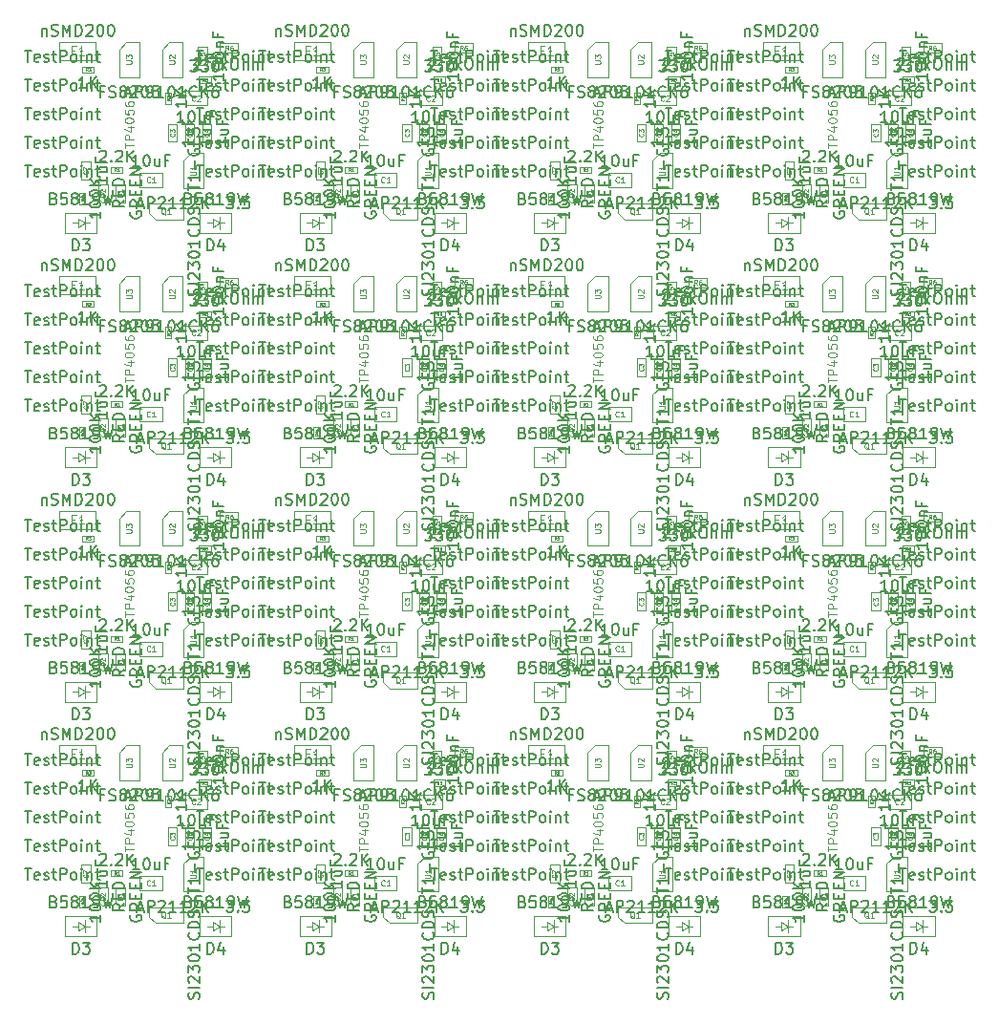
<source format=gbr>
%TF.GenerationSoftware,KiCad,Pcbnew,5.1.8*%
%TF.CreationDate,2020-11-30T19:23:35+01:00*%
%TF.ProjectId,panel2,70616e65-6c32-42e6-9b69-6361645f7063,rev?*%
%TF.SameCoordinates,Original*%
%TF.FileFunction,Other,Fab,Top*%
%FSLAX46Y46*%
G04 Gerber Fmt 4.6, Leading zero omitted, Abs format (unit mm)*
G04 Created by KiCad (PCBNEW 5.1.8) date 2020-11-30 19:23:35*
%MOMM*%
%LPD*%
G01*
G04 APERTURE LIST*
%ADD10C,0.100000*%
%ADD11C,0.150000*%
%ADD12C,0.060000*%
%ADD13C,0.120000*%
%ADD14C,0.015000*%
%ADD15C,0.075000*%
%ADD16C,0.040000*%
%ADD17C,0.080000*%
G04 APERTURE END LIST*
D10*
%TO.C,D1*%
X118353516Y-125408516D02*
X118353516Y-126708516D01*
X118353516Y-126708516D02*
X118653516Y-127008516D01*
X118653516Y-127008516D02*
X119153516Y-127008516D01*
X119153516Y-127008516D02*
X119153516Y-125408516D01*
X119153516Y-125408516D02*
X118353516Y-125408516D01*
%TO.C,D2*%
X116829516Y-125408516D02*
X116829516Y-126708516D01*
X116829516Y-126708516D02*
X117129516Y-127008516D01*
X117129516Y-127008516D02*
X117629516Y-127008516D01*
X117629516Y-127008516D02*
X117629516Y-125408516D01*
X117629516Y-125408516D02*
X116829516Y-125408516D01*
%TO.C,F1*%
X116579016Y-112810016D02*
X116579016Y-114410016D01*
X116579016Y-114410016D02*
X113379016Y-114410016D01*
X113379016Y-114410016D02*
X113379016Y-112810016D01*
X113379016Y-112810016D02*
X116579016Y-112810016D01*
%TO.C,Q1*%
X121870016Y-128550016D02*
X124320016Y-128550016D01*
X121300016Y-128000016D02*
X121300016Y-127150016D01*
X121870016Y-128550016D02*
X121300016Y-128000016D01*
X121300016Y-127150016D02*
X124340016Y-127150016D01*
X124340016Y-128550016D02*
X124340016Y-127150016D01*
%TO.C,R1*%
X118959016Y-123881016D02*
X118959016Y-124421016D01*
X118959016Y-124421016D02*
X117909016Y-124421016D01*
X117909016Y-124421016D02*
X117909016Y-123881016D01*
X117909016Y-123881016D02*
X118959016Y-123881016D01*
%TO.C,R2*%
X123278016Y-118328016D02*
X122738016Y-118328016D01*
X122738016Y-118328016D02*
X122738016Y-117278016D01*
X122738016Y-117278016D02*
X123278016Y-117278016D01*
X123278016Y-117278016D02*
X123278016Y-118328016D01*
%TO.C,R3*%
X115373016Y-115531016D02*
X115373016Y-114991016D01*
X115373016Y-114991016D02*
X116423016Y-114991016D01*
X116423016Y-114991016D02*
X116423016Y-115531016D01*
X116423016Y-115531016D02*
X115373016Y-115531016D01*
%TO.C,R4*%
X115658016Y-127218016D02*
X115118016Y-127218016D01*
X115118016Y-127218016D02*
X115118016Y-126168016D01*
X115118016Y-126168016D02*
X115658016Y-126168016D01*
X115658016Y-126168016D02*
X115658016Y-127218016D01*
%TO.C,R5*%
X126773516Y-115880016D02*
X126773516Y-116420016D01*
X126773516Y-116420016D02*
X125723516Y-116420016D01*
X125723516Y-116420016D02*
X125723516Y-115880016D01*
X125723516Y-115880016D02*
X126773516Y-115880016D01*
%TO.C,U1*%
X124351016Y-123317016D02*
X125001016Y-122667016D01*
X126151016Y-122667016D02*
X125001016Y-122667016D01*
X124351016Y-123317016D02*
X124351016Y-125767016D01*
X126151016Y-125767016D02*
X124351016Y-125767016D01*
X126151016Y-122667016D02*
X126151016Y-125767016D01*
%TO.C,U2*%
X122446016Y-113466016D02*
X123096016Y-112816016D01*
X124246016Y-112816016D02*
X123096016Y-112816016D01*
X122446016Y-113466016D02*
X122446016Y-115916016D01*
X124246016Y-115916016D02*
X122446016Y-115916016D01*
X124246016Y-112816016D02*
X124246016Y-115916016D01*
%TO.C,U3*%
X118636016Y-113466016D02*
X119286016Y-112816016D01*
X120436016Y-112816016D02*
X119286016Y-112816016D01*
X118636016Y-113466016D02*
X118636016Y-115916016D01*
X120436016Y-115916016D02*
X118636016Y-115916016D01*
X120436016Y-112816016D02*
X120436016Y-115916016D01*
%TO.C,D3*%
X115010016Y-128850016D02*
X114510016Y-128850016D01*
X115010016Y-128450016D02*
X115610016Y-128850016D01*
X115010016Y-129250016D02*
X115010016Y-128450016D01*
X115610016Y-128850016D02*
X115010016Y-129250016D01*
X115610016Y-128850016D02*
X115610016Y-128300016D01*
X115610016Y-128850016D02*
X115610016Y-129400016D01*
X116010016Y-128850016D02*
X115610016Y-128850016D01*
X116660016Y-127950016D02*
X116660016Y-129750016D01*
X113860016Y-127950016D02*
X116660016Y-127950016D01*
X113860016Y-129750016D02*
X113860016Y-127950016D01*
X116660016Y-129750016D02*
X113860016Y-129750016D01*
%TO.C,D4*%
X126950016Y-128850016D02*
X126450016Y-128850016D01*
X126950016Y-128450016D02*
X127550016Y-128850016D01*
X126950016Y-129250016D02*
X126950016Y-128450016D01*
X127550016Y-128850016D02*
X126950016Y-129250016D01*
X127550016Y-128850016D02*
X127550016Y-128300016D01*
X127550016Y-128850016D02*
X127550016Y-129400016D01*
X127950016Y-128850016D02*
X127550016Y-128850016D01*
X128600016Y-127950016D02*
X128600016Y-129750016D01*
X125800016Y-127950016D02*
X128600016Y-127950016D01*
X125800016Y-129750016D02*
X125800016Y-127950016D01*
X128600016Y-129750016D02*
X125800016Y-129750016D01*
%TO.C,C1*%
X122484016Y-124415016D02*
X122484016Y-125665016D01*
X122484016Y-125665016D02*
X120484016Y-125665016D01*
X120484016Y-125665016D02*
X120484016Y-124415016D01*
X120484016Y-124415016D02*
X122484016Y-124415016D01*
%TO.C,C2*%
X124482016Y-118426016D02*
X124482016Y-117176016D01*
X124482016Y-117176016D02*
X126482016Y-117176016D01*
X126482016Y-117176016D02*
X126482016Y-118426016D01*
X126482016Y-118426016D02*
X124482016Y-118426016D01*
%TO.C,C3*%
X123789016Y-121662016D02*
X122989016Y-121662016D01*
X122989016Y-121662016D02*
X122989016Y-120062016D01*
X122989016Y-120062016D02*
X123789016Y-120062016D01*
X123789016Y-120062016D02*
X123789016Y-121662016D01*
%TO.C,C4*%
X126837016Y-121662016D02*
X126037016Y-121662016D01*
X126037016Y-121662016D02*
X126037016Y-120062016D01*
X126037016Y-120062016D02*
X126837016Y-120062016D01*
X126837016Y-120062016D02*
X126837016Y-121662016D01*
%TO.C,C5*%
X126456016Y-114867516D02*
X125656016Y-114867516D01*
X125656016Y-114867516D02*
X125656016Y-113267516D01*
X125656016Y-113267516D02*
X126456016Y-113267516D01*
X126456016Y-113267516D02*
X126456016Y-114867516D01*
%TO.C,R6*%
X127605016Y-113768516D02*
X127605016Y-112943516D01*
X127605016Y-112943516D02*
X129205016Y-112943516D01*
X129205016Y-112943516D02*
X129205016Y-113768516D01*
X129205016Y-113768516D02*
X127605016Y-113768516D01*
%TO.C,C6*%
X125313016Y-120062016D02*
X125313016Y-121662016D01*
X124513016Y-120062016D02*
X125313016Y-120062016D01*
X124513016Y-121662016D02*
X124513016Y-120062016D01*
X125313016Y-121662016D02*
X124513016Y-121662016D01*
%TO.C,C7*%
X116105516Y-123401516D02*
X116105516Y-125001516D01*
X115305516Y-123401516D02*
X116105516Y-123401516D01*
X115305516Y-125001516D02*
X115305516Y-123401516D01*
X116105516Y-125001516D02*
X115305516Y-125001516D01*
%TO.C,D1*%
X97573511Y-125408516D02*
X97573511Y-126708516D01*
X97573511Y-126708516D02*
X97873511Y-127008516D01*
X97873511Y-127008516D02*
X98373511Y-127008516D01*
X98373511Y-127008516D02*
X98373511Y-125408516D01*
X98373511Y-125408516D02*
X97573511Y-125408516D01*
%TO.C,D2*%
X96049511Y-125408516D02*
X96049511Y-126708516D01*
X96049511Y-126708516D02*
X96349511Y-127008516D01*
X96349511Y-127008516D02*
X96849511Y-127008516D01*
X96849511Y-127008516D02*
X96849511Y-125408516D01*
X96849511Y-125408516D02*
X96049511Y-125408516D01*
%TO.C,F1*%
X95799011Y-112810016D02*
X95799011Y-114410016D01*
X95799011Y-114410016D02*
X92599011Y-114410016D01*
X92599011Y-114410016D02*
X92599011Y-112810016D01*
X92599011Y-112810016D02*
X95799011Y-112810016D01*
%TO.C,Q1*%
X101090011Y-128550016D02*
X103540011Y-128550016D01*
X100520011Y-128000016D02*
X100520011Y-127150016D01*
X101090011Y-128550016D02*
X100520011Y-128000016D01*
X100520011Y-127150016D02*
X103560011Y-127150016D01*
X103560011Y-128550016D02*
X103560011Y-127150016D01*
%TO.C,R1*%
X98179011Y-123881016D02*
X98179011Y-124421016D01*
X98179011Y-124421016D02*
X97129011Y-124421016D01*
X97129011Y-124421016D02*
X97129011Y-123881016D01*
X97129011Y-123881016D02*
X98179011Y-123881016D01*
%TO.C,R2*%
X102498011Y-118328016D02*
X101958011Y-118328016D01*
X101958011Y-118328016D02*
X101958011Y-117278016D01*
X101958011Y-117278016D02*
X102498011Y-117278016D01*
X102498011Y-117278016D02*
X102498011Y-118328016D01*
%TO.C,R3*%
X94593011Y-115531016D02*
X94593011Y-114991016D01*
X94593011Y-114991016D02*
X95643011Y-114991016D01*
X95643011Y-114991016D02*
X95643011Y-115531016D01*
X95643011Y-115531016D02*
X94593011Y-115531016D01*
%TO.C,R4*%
X94878011Y-127218016D02*
X94338011Y-127218016D01*
X94338011Y-127218016D02*
X94338011Y-126168016D01*
X94338011Y-126168016D02*
X94878011Y-126168016D01*
X94878011Y-126168016D02*
X94878011Y-127218016D01*
%TO.C,R5*%
X105993511Y-115880016D02*
X105993511Y-116420016D01*
X105993511Y-116420016D02*
X104943511Y-116420016D01*
X104943511Y-116420016D02*
X104943511Y-115880016D01*
X104943511Y-115880016D02*
X105993511Y-115880016D01*
%TO.C,U1*%
X103571011Y-123317016D02*
X104221011Y-122667016D01*
X105371011Y-122667016D02*
X104221011Y-122667016D01*
X103571011Y-123317016D02*
X103571011Y-125767016D01*
X105371011Y-125767016D02*
X103571011Y-125767016D01*
X105371011Y-122667016D02*
X105371011Y-125767016D01*
%TO.C,U2*%
X101666011Y-113466016D02*
X102316011Y-112816016D01*
X103466011Y-112816016D02*
X102316011Y-112816016D01*
X101666011Y-113466016D02*
X101666011Y-115916016D01*
X103466011Y-115916016D02*
X101666011Y-115916016D01*
X103466011Y-112816016D02*
X103466011Y-115916016D01*
%TO.C,U3*%
X97856011Y-113466016D02*
X98506011Y-112816016D01*
X99656011Y-112816016D02*
X98506011Y-112816016D01*
X97856011Y-113466016D02*
X97856011Y-115916016D01*
X99656011Y-115916016D02*
X97856011Y-115916016D01*
X99656011Y-112816016D02*
X99656011Y-115916016D01*
%TO.C,D3*%
X94230011Y-128850016D02*
X93730011Y-128850016D01*
X94230011Y-128450016D02*
X94830011Y-128850016D01*
X94230011Y-129250016D02*
X94230011Y-128450016D01*
X94830011Y-128850016D02*
X94230011Y-129250016D01*
X94830011Y-128850016D02*
X94830011Y-128300016D01*
X94830011Y-128850016D02*
X94830011Y-129400016D01*
X95230011Y-128850016D02*
X94830011Y-128850016D01*
X95880011Y-127950016D02*
X95880011Y-129750016D01*
X93080011Y-127950016D02*
X95880011Y-127950016D01*
X93080011Y-129750016D02*
X93080011Y-127950016D01*
X95880011Y-129750016D02*
X93080011Y-129750016D01*
%TO.C,D4*%
X106170011Y-128850016D02*
X105670011Y-128850016D01*
X106170011Y-128450016D02*
X106770011Y-128850016D01*
X106170011Y-129250016D02*
X106170011Y-128450016D01*
X106770011Y-128850016D02*
X106170011Y-129250016D01*
X106770011Y-128850016D02*
X106770011Y-128300016D01*
X106770011Y-128850016D02*
X106770011Y-129400016D01*
X107170011Y-128850016D02*
X106770011Y-128850016D01*
X107820011Y-127950016D02*
X107820011Y-129750016D01*
X105020011Y-127950016D02*
X107820011Y-127950016D01*
X105020011Y-129750016D02*
X105020011Y-127950016D01*
X107820011Y-129750016D02*
X105020011Y-129750016D01*
%TO.C,C1*%
X101704011Y-124415016D02*
X101704011Y-125665016D01*
X101704011Y-125665016D02*
X99704011Y-125665016D01*
X99704011Y-125665016D02*
X99704011Y-124415016D01*
X99704011Y-124415016D02*
X101704011Y-124415016D01*
%TO.C,C2*%
X103702011Y-118426016D02*
X103702011Y-117176016D01*
X103702011Y-117176016D02*
X105702011Y-117176016D01*
X105702011Y-117176016D02*
X105702011Y-118426016D01*
X105702011Y-118426016D02*
X103702011Y-118426016D01*
%TO.C,C3*%
X103009011Y-121662016D02*
X102209011Y-121662016D01*
X102209011Y-121662016D02*
X102209011Y-120062016D01*
X102209011Y-120062016D02*
X103009011Y-120062016D01*
X103009011Y-120062016D02*
X103009011Y-121662016D01*
%TO.C,C4*%
X106057011Y-121662016D02*
X105257011Y-121662016D01*
X105257011Y-121662016D02*
X105257011Y-120062016D01*
X105257011Y-120062016D02*
X106057011Y-120062016D01*
X106057011Y-120062016D02*
X106057011Y-121662016D01*
%TO.C,C5*%
X105676011Y-114867516D02*
X104876011Y-114867516D01*
X104876011Y-114867516D02*
X104876011Y-113267516D01*
X104876011Y-113267516D02*
X105676011Y-113267516D01*
X105676011Y-113267516D02*
X105676011Y-114867516D01*
%TO.C,R6*%
X106825011Y-113768516D02*
X106825011Y-112943516D01*
X106825011Y-112943516D02*
X108425011Y-112943516D01*
X108425011Y-112943516D02*
X108425011Y-113768516D01*
X108425011Y-113768516D02*
X106825011Y-113768516D01*
%TO.C,C6*%
X104533011Y-120062016D02*
X104533011Y-121662016D01*
X103733011Y-120062016D02*
X104533011Y-120062016D01*
X103733011Y-121662016D02*
X103733011Y-120062016D01*
X104533011Y-121662016D02*
X103733011Y-121662016D01*
%TO.C,C7*%
X95325511Y-123401516D02*
X95325511Y-125001516D01*
X94525511Y-123401516D02*
X95325511Y-123401516D01*
X94525511Y-125001516D02*
X94525511Y-123401516D01*
X95325511Y-125001516D02*
X94525511Y-125001516D01*
%TO.C,D1*%
X76793506Y-125408516D02*
X76793506Y-126708516D01*
X76793506Y-126708516D02*
X77093506Y-127008516D01*
X77093506Y-127008516D02*
X77593506Y-127008516D01*
X77593506Y-127008516D02*
X77593506Y-125408516D01*
X77593506Y-125408516D02*
X76793506Y-125408516D01*
%TO.C,D2*%
X75269506Y-125408516D02*
X75269506Y-126708516D01*
X75269506Y-126708516D02*
X75569506Y-127008516D01*
X75569506Y-127008516D02*
X76069506Y-127008516D01*
X76069506Y-127008516D02*
X76069506Y-125408516D01*
X76069506Y-125408516D02*
X75269506Y-125408516D01*
%TO.C,F1*%
X75019006Y-112810016D02*
X75019006Y-114410016D01*
X75019006Y-114410016D02*
X71819006Y-114410016D01*
X71819006Y-114410016D02*
X71819006Y-112810016D01*
X71819006Y-112810016D02*
X75019006Y-112810016D01*
%TO.C,Q1*%
X80310006Y-128550016D02*
X82760006Y-128550016D01*
X79740006Y-128000016D02*
X79740006Y-127150016D01*
X80310006Y-128550016D02*
X79740006Y-128000016D01*
X79740006Y-127150016D02*
X82780006Y-127150016D01*
X82780006Y-128550016D02*
X82780006Y-127150016D01*
%TO.C,R1*%
X77399006Y-123881016D02*
X77399006Y-124421016D01*
X77399006Y-124421016D02*
X76349006Y-124421016D01*
X76349006Y-124421016D02*
X76349006Y-123881016D01*
X76349006Y-123881016D02*
X77399006Y-123881016D01*
%TO.C,R2*%
X81718006Y-118328016D02*
X81178006Y-118328016D01*
X81178006Y-118328016D02*
X81178006Y-117278016D01*
X81178006Y-117278016D02*
X81718006Y-117278016D01*
X81718006Y-117278016D02*
X81718006Y-118328016D01*
%TO.C,R3*%
X73813006Y-115531016D02*
X73813006Y-114991016D01*
X73813006Y-114991016D02*
X74863006Y-114991016D01*
X74863006Y-114991016D02*
X74863006Y-115531016D01*
X74863006Y-115531016D02*
X73813006Y-115531016D01*
%TO.C,R4*%
X74098006Y-127218016D02*
X73558006Y-127218016D01*
X73558006Y-127218016D02*
X73558006Y-126168016D01*
X73558006Y-126168016D02*
X74098006Y-126168016D01*
X74098006Y-126168016D02*
X74098006Y-127218016D01*
%TO.C,R5*%
X85213506Y-115880016D02*
X85213506Y-116420016D01*
X85213506Y-116420016D02*
X84163506Y-116420016D01*
X84163506Y-116420016D02*
X84163506Y-115880016D01*
X84163506Y-115880016D02*
X85213506Y-115880016D01*
%TO.C,U1*%
X82791006Y-123317016D02*
X83441006Y-122667016D01*
X84591006Y-122667016D02*
X83441006Y-122667016D01*
X82791006Y-123317016D02*
X82791006Y-125767016D01*
X84591006Y-125767016D02*
X82791006Y-125767016D01*
X84591006Y-122667016D02*
X84591006Y-125767016D01*
%TO.C,U2*%
X80886006Y-113466016D02*
X81536006Y-112816016D01*
X82686006Y-112816016D02*
X81536006Y-112816016D01*
X80886006Y-113466016D02*
X80886006Y-115916016D01*
X82686006Y-115916016D02*
X80886006Y-115916016D01*
X82686006Y-112816016D02*
X82686006Y-115916016D01*
%TO.C,U3*%
X77076006Y-113466016D02*
X77726006Y-112816016D01*
X78876006Y-112816016D02*
X77726006Y-112816016D01*
X77076006Y-113466016D02*
X77076006Y-115916016D01*
X78876006Y-115916016D02*
X77076006Y-115916016D01*
X78876006Y-112816016D02*
X78876006Y-115916016D01*
%TO.C,D3*%
X73450006Y-128850016D02*
X72950006Y-128850016D01*
X73450006Y-128450016D02*
X74050006Y-128850016D01*
X73450006Y-129250016D02*
X73450006Y-128450016D01*
X74050006Y-128850016D02*
X73450006Y-129250016D01*
X74050006Y-128850016D02*
X74050006Y-128300016D01*
X74050006Y-128850016D02*
X74050006Y-129400016D01*
X74450006Y-128850016D02*
X74050006Y-128850016D01*
X75100006Y-127950016D02*
X75100006Y-129750016D01*
X72300006Y-127950016D02*
X75100006Y-127950016D01*
X72300006Y-129750016D02*
X72300006Y-127950016D01*
X75100006Y-129750016D02*
X72300006Y-129750016D01*
%TO.C,D4*%
X85390006Y-128850016D02*
X84890006Y-128850016D01*
X85390006Y-128450016D02*
X85990006Y-128850016D01*
X85390006Y-129250016D02*
X85390006Y-128450016D01*
X85990006Y-128850016D02*
X85390006Y-129250016D01*
X85990006Y-128850016D02*
X85990006Y-128300016D01*
X85990006Y-128850016D02*
X85990006Y-129400016D01*
X86390006Y-128850016D02*
X85990006Y-128850016D01*
X87040006Y-127950016D02*
X87040006Y-129750016D01*
X84240006Y-127950016D02*
X87040006Y-127950016D01*
X84240006Y-129750016D02*
X84240006Y-127950016D01*
X87040006Y-129750016D02*
X84240006Y-129750016D01*
%TO.C,C1*%
X80924006Y-124415016D02*
X80924006Y-125665016D01*
X80924006Y-125665016D02*
X78924006Y-125665016D01*
X78924006Y-125665016D02*
X78924006Y-124415016D01*
X78924006Y-124415016D02*
X80924006Y-124415016D01*
%TO.C,C2*%
X82922006Y-118426016D02*
X82922006Y-117176016D01*
X82922006Y-117176016D02*
X84922006Y-117176016D01*
X84922006Y-117176016D02*
X84922006Y-118426016D01*
X84922006Y-118426016D02*
X82922006Y-118426016D01*
%TO.C,C3*%
X82229006Y-121662016D02*
X81429006Y-121662016D01*
X81429006Y-121662016D02*
X81429006Y-120062016D01*
X81429006Y-120062016D02*
X82229006Y-120062016D01*
X82229006Y-120062016D02*
X82229006Y-121662016D01*
%TO.C,C4*%
X85277006Y-121662016D02*
X84477006Y-121662016D01*
X84477006Y-121662016D02*
X84477006Y-120062016D01*
X84477006Y-120062016D02*
X85277006Y-120062016D01*
X85277006Y-120062016D02*
X85277006Y-121662016D01*
%TO.C,C5*%
X84896006Y-114867516D02*
X84096006Y-114867516D01*
X84096006Y-114867516D02*
X84096006Y-113267516D01*
X84096006Y-113267516D02*
X84896006Y-113267516D01*
X84896006Y-113267516D02*
X84896006Y-114867516D01*
%TO.C,R6*%
X86045006Y-113768516D02*
X86045006Y-112943516D01*
X86045006Y-112943516D02*
X87645006Y-112943516D01*
X87645006Y-112943516D02*
X87645006Y-113768516D01*
X87645006Y-113768516D02*
X86045006Y-113768516D01*
%TO.C,C6*%
X83753006Y-120062016D02*
X83753006Y-121662016D01*
X82953006Y-120062016D02*
X83753006Y-120062016D01*
X82953006Y-121662016D02*
X82953006Y-120062016D01*
X83753006Y-121662016D02*
X82953006Y-121662016D01*
%TO.C,C7*%
X74545506Y-123401516D02*
X74545506Y-125001516D01*
X73745506Y-123401516D02*
X74545506Y-123401516D01*
X73745506Y-125001516D02*
X73745506Y-123401516D01*
X74545506Y-125001516D02*
X73745506Y-125001516D01*
%TO.C,D1*%
X56013501Y-125408516D02*
X56013501Y-126708516D01*
X56013501Y-126708516D02*
X56313501Y-127008516D01*
X56313501Y-127008516D02*
X56813501Y-127008516D01*
X56813501Y-127008516D02*
X56813501Y-125408516D01*
X56813501Y-125408516D02*
X56013501Y-125408516D01*
%TO.C,D2*%
X54489501Y-125408516D02*
X54489501Y-126708516D01*
X54489501Y-126708516D02*
X54789501Y-127008516D01*
X54789501Y-127008516D02*
X55289501Y-127008516D01*
X55289501Y-127008516D02*
X55289501Y-125408516D01*
X55289501Y-125408516D02*
X54489501Y-125408516D01*
%TO.C,F1*%
X54239001Y-112810016D02*
X54239001Y-114410016D01*
X54239001Y-114410016D02*
X51039001Y-114410016D01*
X51039001Y-114410016D02*
X51039001Y-112810016D01*
X51039001Y-112810016D02*
X54239001Y-112810016D01*
%TO.C,Q1*%
X59530001Y-128550016D02*
X61980001Y-128550016D01*
X58960001Y-128000016D02*
X58960001Y-127150016D01*
X59530001Y-128550016D02*
X58960001Y-128000016D01*
X58960001Y-127150016D02*
X62000001Y-127150016D01*
X62000001Y-128550016D02*
X62000001Y-127150016D01*
%TO.C,R1*%
X56619001Y-123881016D02*
X56619001Y-124421016D01*
X56619001Y-124421016D02*
X55569001Y-124421016D01*
X55569001Y-124421016D02*
X55569001Y-123881016D01*
X55569001Y-123881016D02*
X56619001Y-123881016D01*
%TO.C,R2*%
X60938001Y-118328016D02*
X60398001Y-118328016D01*
X60398001Y-118328016D02*
X60398001Y-117278016D01*
X60398001Y-117278016D02*
X60938001Y-117278016D01*
X60938001Y-117278016D02*
X60938001Y-118328016D01*
%TO.C,R3*%
X53033001Y-115531016D02*
X53033001Y-114991016D01*
X53033001Y-114991016D02*
X54083001Y-114991016D01*
X54083001Y-114991016D02*
X54083001Y-115531016D01*
X54083001Y-115531016D02*
X53033001Y-115531016D01*
%TO.C,R4*%
X53318001Y-127218016D02*
X52778001Y-127218016D01*
X52778001Y-127218016D02*
X52778001Y-126168016D01*
X52778001Y-126168016D02*
X53318001Y-126168016D01*
X53318001Y-126168016D02*
X53318001Y-127218016D01*
%TO.C,R5*%
X64433501Y-115880016D02*
X64433501Y-116420016D01*
X64433501Y-116420016D02*
X63383501Y-116420016D01*
X63383501Y-116420016D02*
X63383501Y-115880016D01*
X63383501Y-115880016D02*
X64433501Y-115880016D01*
%TO.C,U1*%
X62011001Y-123317016D02*
X62661001Y-122667016D01*
X63811001Y-122667016D02*
X62661001Y-122667016D01*
X62011001Y-123317016D02*
X62011001Y-125767016D01*
X63811001Y-125767016D02*
X62011001Y-125767016D01*
X63811001Y-122667016D02*
X63811001Y-125767016D01*
%TO.C,U2*%
X60106001Y-113466016D02*
X60756001Y-112816016D01*
X61906001Y-112816016D02*
X60756001Y-112816016D01*
X60106001Y-113466016D02*
X60106001Y-115916016D01*
X61906001Y-115916016D02*
X60106001Y-115916016D01*
X61906001Y-112816016D02*
X61906001Y-115916016D01*
%TO.C,U3*%
X56296001Y-113466016D02*
X56946001Y-112816016D01*
X58096001Y-112816016D02*
X56946001Y-112816016D01*
X56296001Y-113466016D02*
X56296001Y-115916016D01*
X58096001Y-115916016D02*
X56296001Y-115916016D01*
X58096001Y-112816016D02*
X58096001Y-115916016D01*
%TO.C,D3*%
X52670001Y-128850016D02*
X52170001Y-128850016D01*
X52670001Y-128450016D02*
X53270001Y-128850016D01*
X52670001Y-129250016D02*
X52670001Y-128450016D01*
X53270001Y-128850016D02*
X52670001Y-129250016D01*
X53270001Y-128850016D02*
X53270001Y-128300016D01*
X53270001Y-128850016D02*
X53270001Y-129400016D01*
X53670001Y-128850016D02*
X53270001Y-128850016D01*
X54320001Y-127950016D02*
X54320001Y-129750016D01*
X51520001Y-127950016D02*
X54320001Y-127950016D01*
X51520001Y-129750016D02*
X51520001Y-127950016D01*
X54320001Y-129750016D02*
X51520001Y-129750016D01*
%TO.C,D4*%
X64610001Y-128850016D02*
X64110001Y-128850016D01*
X64610001Y-128450016D02*
X65210001Y-128850016D01*
X64610001Y-129250016D02*
X64610001Y-128450016D01*
X65210001Y-128850016D02*
X64610001Y-129250016D01*
X65210001Y-128850016D02*
X65210001Y-128300016D01*
X65210001Y-128850016D02*
X65210001Y-129400016D01*
X65610001Y-128850016D02*
X65210001Y-128850016D01*
X66260001Y-127950016D02*
X66260001Y-129750016D01*
X63460001Y-127950016D02*
X66260001Y-127950016D01*
X63460001Y-129750016D02*
X63460001Y-127950016D01*
X66260001Y-129750016D02*
X63460001Y-129750016D01*
%TO.C,C1*%
X60144001Y-124415016D02*
X60144001Y-125665016D01*
X60144001Y-125665016D02*
X58144001Y-125665016D01*
X58144001Y-125665016D02*
X58144001Y-124415016D01*
X58144001Y-124415016D02*
X60144001Y-124415016D01*
%TO.C,C2*%
X62142001Y-118426016D02*
X62142001Y-117176016D01*
X62142001Y-117176016D02*
X64142001Y-117176016D01*
X64142001Y-117176016D02*
X64142001Y-118426016D01*
X64142001Y-118426016D02*
X62142001Y-118426016D01*
%TO.C,C3*%
X61449001Y-121662016D02*
X60649001Y-121662016D01*
X60649001Y-121662016D02*
X60649001Y-120062016D01*
X60649001Y-120062016D02*
X61449001Y-120062016D01*
X61449001Y-120062016D02*
X61449001Y-121662016D01*
%TO.C,C4*%
X64497001Y-121662016D02*
X63697001Y-121662016D01*
X63697001Y-121662016D02*
X63697001Y-120062016D01*
X63697001Y-120062016D02*
X64497001Y-120062016D01*
X64497001Y-120062016D02*
X64497001Y-121662016D01*
%TO.C,C5*%
X64116001Y-114867516D02*
X63316001Y-114867516D01*
X63316001Y-114867516D02*
X63316001Y-113267516D01*
X63316001Y-113267516D02*
X64116001Y-113267516D01*
X64116001Y-113267516D02*
X64116001Y-114867516D01*
%TO.C,R6*%
X65265001Y-113768516D02*
X65265001Y-112943516D01*
X65265001Y-112943516D02*
X66865001Y-112943516D01*
X66865001Y-112943516D02*
X66865001Y-113768516D01*
X66865001Y-113768516D02*
X65265001Y-113768516D01*
%TO.C,C6*%
X62973001Y-120062016D02*
X62973001Y-121662016D01*
X62173001Y-120062016D02*
X62973001Y-120062016D01*
X62173001Y-121662016D02*
X62173001Y-120062016D01*
X62973001Y-121662016D02*
X62173001Y-121662016D01*
%TO.C,C7*%
X53765501Y-123401516D02*
X53765501Y-125001516D01*
X52965501Y-123401516D02*
X53765501Y-123401516D01*
X52965501Y-125001516D02*
X52965501Y-123401516D01*
X53765501Y-125001516D02*
X52965501Y-125001516D01*
%TO.C,D1*%
X118353516Y-104628511D02*
X118353516Y-105928511D01*
X118353516Y-105928511D02*
X118653516Y-106228511D01*
X118653516Y-106228511D02*
X119153516Y-106228511D01*
X119153516Y-106228511D02*
X119153516Y-104628511D01*
X119153516Y-104628511D02*
X118353516Y-104628511D01*
%TO.C,D2*%
X116829516Y-104628511D02*
X116829516Y-105928511D01*
X116829516Y-105928511D02*
X117129516Y-106228511D01*
X117129516Y-106228511D02*
X117629516Y-106228511D01*
X117629516Y-106228511D02*
X117629516Y-104628511D01*
X117629516Y-104628511D02*
X116829516Y-104628511D01*
%TO.C,F1*%
X116579016Y-92030011D02*
X116579016Y-93630011D01*
X116579016Y-93630011D02*
X113379016Y-93630011D01*
X113379016Y-93630011D02*
X113379016Y-92030011D01*
X113379016Y-92030011D02*
X116579016Y-92030011D01*
%TO.C,Q1*%
X121870016Y-107770011D02*
X124320016Y-107770011D01*
X121300016Y-107220011D02*
X121300016Y-106370011D01*
X121870016Y-107770011D02*
X121300016Y-107220011D01*
X121300016Y-106370011D02*
X124340016Y-106370011D01*
X124340016Y-107770011D02*
X124340016Y-106370011D01*
%TO.C,R1*%
X118959016Y-103101011D02*
X118959016Y-103641011D01*
X118959016Y-103641011D02*
X117909016Y-103641011D01*
X117909016Y-103641011D02*
X117909016Y-103101011D01*
X117909016Y-103101011D02*
X118959016Y-103101011D01*
%TO.C,R2*%
X123278016Y-97548011D02*
X122738016Y-97548011D01*
X122738016Y-97548011D02*
X122738016Y-96498011D01*
X122738016Y-96498011D02*
X123278016Y-96498011D01*
X123278016Y-96498011D02*
X123278016Y-97548011D01*
%TO.C,R3*%
X115373016Y-94751011D02*
X115373016Y-94211011D01*
X115373016Y-94211011D02*
X116423016Y-94211011D01*
X116423016Y-94211011D02*
X116423016Y-94751011D01*
X116423016Y-94751011D02*
X115373016Y-94751011D01*
%TO.C,R4*%
X115658016Y-106438011D02*
X115118016Y-106438011D01*
X115118016Y-106438011D02*
X115118016Y-105388011D01*
X115118016Y-105388011D02*
X115658016Y-105388011D01*
X115658016Y-105388011D02*
X115658016Y-106438011D01*
%TO.C,R5*%
X126773516Y-95100011D02*
X126773516Y-95640011D01*
X126773516Y-95640011D02*
X125723516Y-95640011D01*
X125723516Y-95640011D02*
X125723516Y-95100011D01*
X125723516Y-95100011D02*
X126773516Y-95100011D01*
%TO.C,U1*%
X124351016Y-102537011D02*
X125001016Y-101887011D01*
X126151016Y-101887011D02*
X125001016Y-101887011D01*
X124351016Y-102537011D02*
X124351016Y-104987011D01*
X126151016Y-104987011D02*
X124351016Y-104987011D01*
X126151016Y-101887011D02*
X126151016Y-104987011D01*
%TO.C,U2*%
X122446016Y-92686011D02*
X123096016Y-92036011D01*
X124246016Y-92036011D02*
X123096016Y-92036011D01*
X122446016Y-92686011D02*
X122446016Y-95136011D01*
X124246016Y-95136011D02*
X122446016Y-95136011D01*
X124246016Y-92036011D02*
X124246016Y-95136011D01*
%TO.C,U3*%
X118636016Y-92686011D02*
X119286016Y-92036011D01*
X120436016Y-92036011D02*
X119286016Y-92036011D01*
X118636016Y-92686011D02*
X118636016Y-95136011D01*
X120436016Y-95136011D02*
X118636016Y-95136011D01*
X120436016Y-92036011D02*
X120436016Y-95136011D01*
%TO.C,D3*%
X115010016Y-108070011D02*
X114510016Y-108070011D01*
X115010016Y-107670011D02*
X115610016Y-108070011D01*
X115010016Y-108470011D02*
X115010016Y-107670011D01*
X115610016Y-108070011D02*
X115010016Y-108470011D01*
X115610016Y-108070011D02*
X115610016Y-107520011D01*
X115610016Y-108070011D02*
X115610016Y-108620011D01*
X116010016Y-108070011D02*
X115610016Y-108070011D01*
X116660016Y-107170011D02*
X116660016Y-108970011D01*
X113860016Y-107170011D02*
X116660016Y-107170011D01*
X113860016Y-108970011D02*
X113860016Y-107170011D01*
X116660016Y-108970011D02*
X113860016Y-108970011D01*
%TO.C,D4*%
X126950016Y-108070011D02*
X126450016Y-108070011D01*
X126950016Y-107670011D02*
X127550016Y-108070011D01*
X126950016Y-108470011D02*
X126950016Y-107670011D01*
X127550016Y-108070011D02*
X126950016Y-108470011D01*
X127550016Y-108070011D02*
X127550016Y-107520011D01*
X127550016Y-108070011D02*
X127550016Y-108620011D01*
X127950016Y-108070011D02*
X127550016Y-108070011D01*
X128600016Y-107170011D02*
X128600016Y-108970011D01*
X125800016Y-107170011D02*
X128600016Y-107170011D01*
X125800016Y-108970011D02*
X125800016Y-107170011D01*
X128600016Y-108970011D02*
X125800016Y-108970011D01*
%TO.C,C1*%
X122484016Y-103635011D02*
X122484016Y-104885011D01*
X122484016Y-104885011D02*
X120484016Y-104885011D01*
X120484016Y-104885011D02*
X120484016Y-103635011D01*
X120484016Y-103635011D02*
X122484016Y-103635011D01*
%TO.C,C2*%
X124482016Y-97646011D02*
X124482016Y-96396011D01*
X124482016Y-96396011D02*
X126482016Y-96396011D01*
X126482016Y-96396011D02*
X126482016Y-97646011D01*
X126482016Y-97646011D02*
X124482016Y-97646011D01*
%TO.C,C3*%
X123789016Y-100882011D02*
X122989016Y-100882011D01*
X122989016Y-100882011D02*
X122989016Y-99282011D01*
X122989016Y-99282011D02*
X123789016Y-99282011D01*
X123789016Y-99282011D02*
X123789016Y-100882011D01*
%TO.C,C4*%
X126837016Y-100882011D02*
X126037016Y-100882011D01*
X126037016Y-100882011D02*
X126037016Y-99282011D01*
X126037016Y-99282011D02*
X126837016Y-99282011D01*
X126837016Y-99282011D02*
X126837016Y-100882011D01*
%TO.C,C5*%
X126456016Y-94087511D02*
X125656016Y-94087511D01*
X125656016Y-94087511D02*
X125656016Y-92487511D01*
X125656016Y-92487511D02*
X126456016Y-92487511D01*
X126456016Y-92487511D02*
X126456016Y-94087511D01*
%TO.C,R6*%
X127605016Y-92988511D02*
X127605016Y-92163511D01*
X127605016Y-92163511D02*
X129205016Y-92163511D01*
X129205016Y-92163511D02*
X129205016Y-92988511D01*
X129205016Y-92988511D02*
X127605016Y-92988511D01*
%TO.C,C6*%
X125313016Y-99282011D02*
X125313016Y-100882011D01*
X124513016Y-99282011D02*
X125313016Y-99282011D01*
X124513016Y-100882011D02*
X124513016Y-99282011D01*
X125313016Y-100882011D02*
X124513016Y-100882011D01*
%TO.C,C7*%
X116105516Y-102621511D02*
X116105516Y-104221511D01*
X115305516Y-102621511D02*
X116105516Y-102621511D01*
X115305516Y-104221511D02*
X115305516Y-102621511D01*
X116105516Y-104221511D02*
X115305516Y-104221511D01*
%TO.C,D1*%
X97573511Y-104628511D02*
X97573511Y-105928511D01*
X97573511Y-105928511D02*
X97873511Y-106228511D01*
X97873511Y-106228511D02*
X98373511Y-106228511D01*
X98373511Y-106228511D02*
X98373511Y-104628511D01*
X98373511Y-104628511D02*
X97573511Y-104628511D01*
%TO.C,D2*%
X96049511Y-104628511D02*
X96049511Y-105928511D01*
X96049511Y-105928511D02*
X96349511Y-106228511D01*
X96349511Y-106228511D02*
X96849511Y-106228511D01*
X96849511Y-106228511D02*
X96849511Y-104628511D01*
X96849511Y-104628511D02*
X96049511Y-104628511D01*
%TO.C,F1*%
X95799011Y-92030011D02*
X95799011Y-93630011D01*
X95799011Y-93630011D02*
X92599011Y-93630011D01*
X92599011Y-93630011D02*
X92599011Y-92030011D01*
X92599011Y-92030011D02*
X95799011Y-92030011D01*
%TO.C,Q1*%
X101090011Y-107770011D02*
X103540011Y-107770011D01*
X100520011Y-107220011D02*
X100520011Y-106370011D01*
X101090011Y-107770011D02*
X100520011Y-107220011D01*
X100520011Y-106370011D02*
X103560011Y-106370011D01*
X103560011Y-107770011D02*
X103560011Y-106370011D01*
%TO.C,R1*%
X98179011Y-103101011D02*
X98179011Y-103641011D01*
X98179011Y-103641011D02*
X97129011Y-103641011D01*
X97129011Y-103641011D02*
X97129011Y-103101011D01*
X97129011Y-103101011D02*
X98179011Y-103101011D01*
%TO.C,R2*%
X102498011Y-97548011D02*
X101958011Y-97548011D01*
X101958011Y-97548011D02*
X101958011Y-96498011D01*
X101958011Y-96498011D02*
X102498011Y-96498011D01*
X102498011Y-96498011D02*
X102498011Y-97548011D01*
%TO.C,R3*%
X94593011Y-94751011D02*
X94593011Y-94211011D01*
X94593011Y-94211011D02*
X95643011Y-94211011D01*
X95643011Y-94211011D02*
X95643011Y-94751011D01*
X95643011Y-94751011D02*
X94593011Y-94751011D01*
%TO.C,R4*%
X94878011Y-106438011D02*
X94338011Y-106438011D01*
X94338011Y-106438011D02*
X94338011Y-105388011D01*
X94338011Y-105388011D02*
X94878011Y-105388011D01*
X94878011Y-105388011D02*
X94878011Y-106438011D01*
%TO.C,R5*%
X105993511Y-95100011D02*
X105993511Y-95640011D01*
X105993511Y-95640011D02*
X104943511Y-95640011D01*
X104943511Y-95640011D02*
X104943511Y-95100011D01*
X104943511Y-95100011D02*
X105993511Y-95100011D01*
%TO.C,U1*%
X103571011Y-102537011D02*
X104221011Y-101887011D01*
X105371011Y-101887011D02*
X104221011Y-101887011D01*
X103571011Y-102537011D02*
X103571011Y-104987011D01*
X105371011Y-104987011D02*
X103571011Y-104987011D01*
X105371011Y-101887011D02*
X105371011Y-104987011D01*
%TO.C,U2*%
X101666011Y-92686011D02*
X102316011Y-92036011D01*
X103466011Y-92036011D02*
X102316011Y-92036011D01*
X101666011Y-92686011D02*
X101666011Y-95136011D01*
X103466011Y-95136011D02*
X101666011Y-95136011D01*
X103466011Y-92036011D02*
X103466011Y-95136011D01*
%TO.C,U3*%
X97856011Y-92686011D02*
X98506011Y-92036011D01*
X99656011Y-92036011D02*
X98506011Y-92036011D01*
X97856011Y-92686011D02*
X97856011Y-95136011D01*
X99656011Y-95136011D02*
X97856011Y-95136011D01*
X99656011Y-92036011D02*
X99656011Y-95136011D01*
%TO.C,D3*%
X94230011Y-108070011D02*
X93730011Y-108070011D01*
X94230011Y-107670011D02*
X94830011Y-108070011D01*
X94230011Y-108470011D02*
X94230011Y-107670011D01*
X94830011Y-108070011D02*
X94230011Y-108470011D01*
X94830011Y-108070011D02*
X94830011Y-107520011D01*
X94830011Y-108070011D02*
X94830011Y-108620011D01*
X95230011Y-108070011D02*
X94830011Y-108070011D01*
X95880011Y-107170011D02*
X95880011Y-108970011D01*
X93080011Y-107170011D02*
X95880011Y-107170011D01*
X93080011Y-108970011D02*
X93080011Y-107170011D01*
X95880011Y-108970011D02*
X93080011Y-108970011D01*
%TO.C,D4*%
X106170011Y-108070011D02*
X105670011Y-108070011D01*
X106170011Y-107670011D02*
X106770011Y-108070011D01*
X106170011Y-108470011D02*
X106170011Y-107670011D01*
X106770011Y-108070011D02*
X106170011Y-108470011D01*
X106770011Y-108070011D02*
X106770011Y-107520011D01*
X106770011Y-108070011D02*
X106770011Y-108620011D01*
X107170011Y-108070011D02*
X106770011Y-108070011D01*
X107820011Y-107170011D02*
X107820011Y-108970011D01*
X105020011Y-107170011D02*
X107820011Y-107170011D01*
X105020011Y-108970011D02*
X105020011Y-107170011D01*
X107820011Y-108970011D02*
X105020011Y-108970011D01*
%TO.C,C1*%
X101704011Y-103635011D02*
X101704011Y-104885011D01*
X101704011Y-104885011D02*
X99704011Y-104885011D01*
X99704011Y-104885011D02*
X99704011Y-103635011D01*
X99704011Y-103635011D02*
X101704011Y-103635011D01*
%TO.C,C2*%
X103702011Y-97646011D02*
X103702011Y-96396011D01*
X103702011Y-96396011D02*
X105702011Y-96396011D01*
X105702011Y-96396011D02*
X105702011Y-97646011D01*
X105702011Y-97646011D02*
X103702011Y-97646011D01*
%TO.C,C3*%
X103009011Y-100882011D02*
X102209011Y-100882011D01*
X102209011Y-100882011D02*
X102209011Y-99282011D01*
X102209011Y-99282011D02*
X103009011Y-99282011D01*
X103009011Y-99282011D02*
X103009011Y-100882011D01*
%TO.C,C4*%
X106057011Y-100882011D02*
X105257011Y-100882011D01*
X105257011Y-100882011D02*
X105257011Y-99282011D01*
X105257011Y-99282011D02*
X106057011Y-99282011D01*
X106057011Y-99282011D02*
X106057011Y-100882011D01*
%TO.C,C5*%
X105676011Y-94087511D02*
X104876011Y-94087511D01*
X104876011Y-94087511D02*
X104876011Y-92487511D01*
X104876011Y-92487511D02*
X105676011Y-92487511D01*
X105676011Y-92487511D02*
X105676011Y-94087511D01*
%TO.C,R6*%
X106825011Y-92988511D02*
X106825011Y-92163511D01*
X106825011Y-92163511D02*
X108425011Y-92163511D01*
X108425011Y-92163511D02*
X108425011Y-92988511D01*
X108425011Y-92988511D02*
X106825011Y-92988511D01*
%TO.C,C6*%
X104533011Y-99282011D02*
X104533011Y-100882011D01*
X103733011Y-99282011D02*
X104533011Y-99282011D01*
X103733011Y-100882011D02*
X103733011Y-99282011D01*
X104533011Y-100882011D02*
X103733011Y-100882011D01*
%TO.C,C7*%
X95325511Y-102621511D02*
X95325511Y-104221511D01*
X94525511Y-102621511D02*
X95325511Y-102621511D01*
X94525511Y-104221511D02*
X94525511Y-102621511D01*
X95325511Y-104221511D02*
X94525511Y-104221511D01*
%TO.C,D1*%
X76793506Y-104628511D02*
X76793506Y-105928511D01*
X76793506Y-105928511D02*
X77093506Y-106228511D01*
X77093506Y-106228511D02*
X77593506Y-106228511D01*
X77593506Y-106228511D02*
X77593506Y-104628511D01*
X77593506Y-104628511D02*
X76793506Y-104628511D01*
%TO.C,D2*%
X75269506Y-104628511D02*
X75269506Y-105928511D01*
X75269506Y-105928511D02*
X75569506Y-106228511D01*
X75569506Y-106228511D02*
X76069506Y-106228511D01*
X76069506Y-106228511D02*
X76069506Y-104628511D01*
X76069506Y-104628511D02*
X75269506Y-104628511D01*
%TO.C,F1*%
X75019006Y-92030011D02*
X75019006Y-93630011D01*
X75019006Y-93630011D02*
X71819006Y-93630011D01*
X71819006Y-93630011D02*
X71819006Y-92030011D01*
X71819006Y-92030011D02*
X75019006Y-92030011D01*
%TO.C,Q1*%
X80310006Y-107770011D02*
X82760006Y-107770011D01*
X79740006Y-107220011D02*
X79740006Y-106370011D01*
X80310006Y-107770011D02*
X79740006Y-107220011D01*
X79740006Y-106370011D02*
X82780006Y-106370011D01*
X82780006Y-107770011D02*
X82780006Y-106370011D01*
%TO.C,R1*%
X77399006Y-103101011D02*
X77399006Y-103641011D01*
X77399006Y-103641011D02*
X76349006Y-103641011D01*
X76349006Y-103641011D02*
X76349006Y-103101011D01*
X76349006Y-103101011D02*
X77399006Y-103101011D01*
%TO.C,R2*%
X81718006Y-97548011D02*
X81178006Y-97548011D01*
X81178006Y-97548011D02*
X81178006Y-96498011D01*
X81178006Y-96498011D02*
X81718006Y-96498011D01*
X81718006Y-96498011D02*
X81718006Y-97548011D01*
%TO.C,R3*%
X73813006Y-94751011D02*
X73813006Y-94211011D01*
X73813006Y-94211011D02*
X74863006Y-94211011D01*
X74863006Y-94211011D02*
X74863006Y-94751011D01*
X74863006Y-94751011D02*
X73813006Y-94751011D01*
%TO.C,R4*%
X74098006Y-106438011D02*
X73558006Y-106438011D01*
X73558006Y-106438011D02*
X73558006Y-105388011D01*
X73558006Y-105388011D02*
X74098006Y-105388011D01*
X74098006Y-105388011D02*
X74098006Y-106438011D01*
%TO.C,R5*%
X85213506Y-95100011D02*
X85213506Y-95640011D01*
X85213506Y-95640011D02*
X84163506Y-95640011D01*
X84163506Y-95640011D02*
X84163506Y-95100011D01*
X84163506Y-95100011D02*
X85213506Y-95100011D01*
%TO.C,U1*%
X82791006Y-102537011D02*
X83441006Y-101887011D01*
X84591006Y-101887011D02*
X83441006Y-101887011D01*
X82791006Y-102537011D02*
X82791006Y-104987011D01*
X84591006Y-104987011D02*
X82791006Y-104987011D01*
X84591006Y-101887011D02*
X84591006Y-104987011D01*
%TO.C,U2*%
X80886006Y-92686011D02*
X81536006Y-92036011D01*
X82686006Y-92036011D02*
X81536006Y-92036011D01*
X80886006Y-92686011D02*
X80886006Y-95136011D01*
X82686006Y-95136011D02*
X80886006Y-95136011D01*
X82686006Y-92036011D02*
X82686006Y-95136011D01*
%TO.C,U3*%
X77076006Y-92686011D02*
X77726006Y-92036011D01*
X78876006Y-92036011D02*
X77726006Y-92036011D01*
X77076006Y-92686011D02*
X77076006Y-95136011D01*
X78876006Y-95136011D02*
X77076006Y-95136011D01*
X78876006Y-92036011D02*
X78876006Y-95136011D01*
%TO.C,D3*%
X73450006Y-108070011D02*
X72950006Y-108070011D01*
X73450006Y-107670011D02*
X74050006Y-108070011D01*
X73450006Y-108470011D02*
X73450006Y-107670011D01*
X74050006Y-108070011D02*
X73450006Y-108470011D01*
X74050006Y-108070011D02*
X74050006Y-107520011D01*
X74050006Y-108070011D02*
X74050006Y-108620011D01*
X74450006Y-108070011D02*
X74050006Y-108070011D01*
X75100006Y-107170011D02*
X75100006Y-108970011D01*
X72300006Y-107170011D02*
X75100006Y-107170011D01*
X72300006Y-108970011D02*
X72300006Y-107170011D01*
X75100006Y-108970011D02*
X72300006Y-108970011D01*
%TO.C,D4*%
X85390006Y-108070011D02*
X84890006Y-108070011D01*
X85390006Y-107670011D02*
X85990006Y-108070011D01*
X85390006Y-108470011D02*
X85390006Y-107670011D01*
X85990006Y-108070011D02*
X85390006Y-108470011D01*
X85990006Y-108070011D02*
X85990006Y-107520011D01*
X85990006Y-108070011D02*
X85990006Y-108620011D01*
X86390006Y-108070011D02*
X85990006Y-108070011D01*
X87040006Y-107170011D02*
X87040006Y-108970011D01*
X84240006Y-107170011D02*
X87040006Y-107170011D01*
X84240006Y-108970011D02*
X84240006Y-107170011D01*
X87040006Y-108970011D02*
X84240006Y-108970011D01*
%TO.C,C1*%
X80924006Y-103635011D02*
X80924006Y-104885011D01*
X80924006Y-104885011D02*
X78924006Y-104885011D01*
X78924006Y-104885011D02*
X78924006Y-103635011D01*
X78924006Y-103635011D02*
X80924006Y-103635011D01*
%TO.C,C2*%
X82922006Y-97646011D02*
X82922006Y-96396011D01*
X82922006Y-96396011D02*
X84922006Y-96396011D01*
X84922006Y-96396011D02*
X84922006Y-97646011D01*
X84922006Y-97646011D02*
X82922006Y-97646011D01*
%TO.C,C3*%
X82229006Y-100882011D02*
X81429006Y-100882011D01*
X81429006Y-100882011D02*
X81429006Y-99282011D01*
X81429006Y-99282011D02*
X82229006Y-99282011D01*
X82229006Y-99282011D02*
X82229006Y-100882011D01*
%TO.C,C4*%
X85277006Y-100882011D02*
X84477006Y-100882011D01*
X84477006Y-100882011D02*
X84477006Y-99282011D01*
X84477006Y-99282011D02*
X85277006Y-99282011D01*
X85277006Y-99282011D02*
X85277006Y-100882011D01*
%TO.C,C5*%
X84896006Y-94087511D02*
X84096006Y-94087511D01*
X84096006Y-94087511D02*
X84096006Y-92487511D01*
X84096006Y-92487511D02*
X84896006Y-92487511D01*
X84896006Y-92487511D02*
X84896006Y-94087511D01*
%TO.C,R6*%
X86045006Y-92988511D02*
X86045006Y-92163511D01*
X86045006Y-92163511D02*
X87645006Y-92163511D01*
X87645006Y-92163511D02*
X87645006Y-92988511D01*
X87645006Y-92988511D02*
X86045006Y-92988511D01*
%TO.C,C6*%
X83753006Y-99282011D02*
X83753006Y-100882011D01*
X82953006Y-99282011D02*
X83753006Y-99282011D01*
X82953006Y-100882011D02*
X82953006Y-99282011D01*
X83753006Y-100882011D02*
X82953006Y-100882011D01*
%TO.C,C7*%
X74545506Y-102621511D02*
X74545506Y-104221511D01*
X73745506Y-102621511D02*
X74545506Y-102621511D01*
X73745506Y-104221511D02*
X73745506Y-102621511D01*
X74545506Y-104221511D02*
X73745506Y-104221511D01*
%TO.C,D1*%
X56013501Y-104628511D02*
X56013501Y-105928511D01*
X56013501Y-105928511D02*
X56313501Y-106228511D01*
X56313501Y-106228511D02*
X56813501Y-106228511D01*
X56813501Y-106228511D02*
X56813501Y-104628511D01*
X56813501Y-104628511D02*
X56013501Y-104628511D01*
%TO.C,D2*%
X54489501Y-104628511D02*
X54489501Y-105928511D01*
X54489501Y-105928511D02*
X54789501Y-106228511D01*
X54789501Y-106228511D02*
X55289501Y-106228511D01*
X55289501Y-106228511D02*
X55289501Y-104628511D01*
X55289501Y-104628511D02*
X54489501Y-104628511D01*
%TO.C,F1*%
X54239001Y-92030011D02*
X54239001Y-93630011D01*
X54239001Y-93630011D02*
X51039001Y-93630011D01*
X51039001Y-93630011D02*
X51039001Y-92030011D01*
X51039001Y-92030011D02*
X54239001Y-92030011D01*
%TO.C,Q1*%
X59530001Y-107770011D02*
X61980001Y-107770011D01*
X58960001Y-107220011D02*
X58960001Y-106370011D01*
X59530001Y-107770011D02*
X58960001Y-107220011D01*
X58960001Y-106370011D02*
X62000001Y-106370011D01*
X62000001Y-107770011D02*
X62000001Y-106370011D01*
%TO.C,R1*%
X56619001Y-103101011D02*
X56619001Y-103641011D01*
X56619001Y-103641011D02*
X55569001Y-103641011D01*
X55569001Y-103641011D02*
X55569001Y-103101011D01*
X55569001Y-103101011D02*
X56619001Y-103101011D01*
%TO.C,R2*%
X60938001Y-97548011D02*
X60398001Y-97548011D01*
X60398001Y-97548011D02*
X60398001Y-96498011D01*
X60398001Y-96498011D02*
X60938001Y-96498011D01*
X60938001Y-96498011D02*
X60938001Y-97548011D01*
%TO.C,R3*%
X53033001Y-94751011D02*
X53033001Y-94211011D01*
X53033001Y-94211011D02*
X54083001Y-94211011D01*
X54083001Y-94211011D02*
X54083001Y-94751011D01*
X54083001Y-94751011D02*
X53033001Y-94751011D01*
%TO.C,R4*%
X53318001Y-106438011D02*
X52778001Y-106438011D01*
X52778001Y-106438011D02*
X52778001Y-105388011D01*
X52778001Y-105388011D02*
X53318001Y-105388011D01*
X53318001Y-105388011D02*
X53318001Y-106438011D01*
%TO.C,R5*%
X64433501Y-95100011D02*
X64433501Y-95640011D01*
X64433501Y-95640011D02*
X63383501Y-95640011D01*
X63383501Y-95640011D02*
X63383501Y-95100011D01*
X63383501Y-95100011D02*
X64433501Y-95100011D01*
%TO.C,U1*%
X62011001Y-102537011D02*
X62661001Y-101887011D01*
X63811001Y-101887011D02*
X62661001Y-101887011D01*
X62011001Y-102537011D02*
X62011001Y-104987011D01*
X63811001Y-104987011D02*
X62011001Y-104987011D01*
X63811001Y-101887011D02*
X63811001Y-104987011D01*
%TO.C,U2*%
X60106001Y-92686011D02*
X60756001Y-92036011D01*
X61906001Y-92036011D02*
X60756001Y-92036011D01*
X60106001Y-92686011D02*
X60106001Y-95136011D01*
X61906001Y-95136011D02*
X60106001Y-95136011D01*
X61906001Y-92036011D02*
X61906001Y-95136011D01*
%TO.C,U3*%
X56296001Y-92686011D02*
X56946001Y-92036011D01*
X58096001Y-92036011D02*
X56946001Y-92036011D01*
X56296001Y-92686011D02*
X56296001Y-95136011D01*
X58096001Y-95136011D02*
X56296001Y-95136011D01*
X58096001Y-92036011D02*
X58096001Y-95136011D01*
%TO.C,D3*%
X52670001Y-108070011D02*
X52170001Y-108070011D01*
X52670001Y-107670011D02*
X53270001Y-108070011D01*
X52670001Y-108470011D02*
X52670001Y-107670011D01*
X53270001Y-108070011D02*
X52670001Y-108470011D01*
X53270001Y-108070011D02*
X53270001Y-107520011D01*
X53270001Y-108070011D02*
X53270001Y-108620011D01*
X53670001Y-108070011D02*
X53270001Y-108070011D01*
X54320001Y-107170011D02*
X54320001Y-108970011D01*
X51520001Y-107170011D02*
X54320001Y-107170011D01*
X51520001Y-108970011D02*
X51520001Y-107170011D01*
X54320001Y-108970011D02*
X51520001Y-108970011D01*
%TO.C,D4*%
X64610001Y-108070011D02*
X64110001Y-108070011D01*
X64610001Y-107670011D02*
X65210001Y-108070011D01*
X64610001Y-108470011D02*
X64610001Y-107670011D01*
X65210001Y-108070011D02*
X64610001Y-108470011D01*
X65210001Y-108070011D02*
X65210001Y-107520011D01*
X65210001Y-108070011D02*
X65210001Y-108620011D01*
X65610001Y-108070011D02*
X65210001Y-108070011D01*
X66260001Y-107170011D02*
X66260001Y-108970011D01*
X63460001Y-107170011D02*
X66260001Y-107170011D01*
X63460001Y-108970011D02*
X63460001Y-107170011D01*
X66260001Y-108970011D02*
X63460001Y-108970011D01*
%TO.C,C1*%
X60144001Y-103635011D02*
X60144001Y-104885011D01*
X60144001Y-104885011D02*
X58144001Y-104885011D01*
X58144001Y-104885011D02*
X58144001Y-103635011D01*
X58144001Y-103635011D02*
X60144001Y-103635011D01*
%TO.C,C2*%
X62142001Y-97646011D02*
X62142001Y-96396011D01*
X62142001Y-96396011D02*
X64142001Y-96396011D01*
X64142001Y-96396011D02*
X64142001Y-97646011D01*
X64142001Y-97646011D02*
X62142001Y-97646011D01*
%TO.C,C3*%
X61449001Y-100882011D02*
X60649001Y-100882011D01*
X60649001Y-100882011D02*
X60649001Y-99282011D01*
X60649001Y-99282011D02*
X61449001Y-99282011D01*
X61449001Y-99282011D02*
X61449001Y-100882011D01*
%TO.C,C4*%
X64497001Y-100882011D02*
X63697001Y-100882011D01*
X63697001Y-100882011D02*
X63697001Y-99282011D01*
X63697001Y-99282011D02*
X64497001Y-99282011D01*
X64497001Y-99282011D02*
X64497001Y-100882011D01*
%TO.C,C5*%
X64116001Y-94087511D02*
X63316001Y-94087511D01*
X63316001Y-94087511D02*
X63316001Y-92487511D01*
X63316001Y-92487511D02*
X64116001Y-92487511D01*
X64116001Y-92487511D02*
X64116001Y-94087511D01*
%TO.C,R6*%
X65265001Y-92988511D02*
X65265001Y-92163511D01*
X65265001Y-92163511D02*
X66865001Y-92163511D01*
X66865001Y-92163511D02*
X66865001Y-92988511D01*
X66865001Y-92988511D02*
X65265001Y-92988511D01*
%TO.C,C6*%
X62973001Y-99282011D02*
X62973001Y-100882011D01*
X62173001Y-99282011D02*
X62973001Y-99282011D01*
X62173001Y-100882011D02*
X62173001Y-99282011D01*
X62973001Y-100882011D02*
X62173001Y-100882011D01*
%TO.C,C7*%
X53765501Y-102621511D02*
X53765501Y-104221511D01*
X52965501Y-102621511D02*
X53765501Y-102621511D01*
X52965501Y-104221511D02*
X52965501Y-102621511D01*
X53765501Y-104221511D02*
X52965501Y-104221511D01*
%TO.C,D1*%
X118353516Y-83848506D02*
X118353516Y-85148506D01*
X118353516Y-85148506D02*
X118653516Y-85448506D01*
X118653516Y-85448506D02*
X119153516Y-85448506D01*
X119153516Y-85448506D02*
X119153516Y-83848506D01*
X119153516Y-83848506D02*
X118353516Y-83848506D01*
%TO.C,D2*%
X116829516Y-83848506D02*
X116829516Y-85148506D01*
X116829516Y-85148506D02*
X117129516Y-85448506D01*
X117129516Y-85448506D02*
X117629516Y-85448506D01*
X117629516Y-85448506D02*
X117629516Y-83848506D01*
X117629516Y-83848506D02*
X116829516Y-83848506D01*
%TO.C,F1*%
X116579016Y-71250006D02*
X116579016Y-72850006D01*
X116579016Y-72850006D02*
X113379016Y-72850006D01*
X113379016Y-72850006D02*
X113379016Y-71250006D01*
X113379016Y-71250006D02*
X116579016Y-71250006D01*
%TO.C,Q1*%
X121870016Y-86990006D02*
X124320016Y-86990006D01*
X121300016Y-86440006D02*
X121300016Y-85590006D01*
X121870016Y-86990006D02*
X121300016Y-86440006D01*
X121300016Y-85590006D02*
X124340016Y-85590006D01*
X124340016Y-86990006D02*
X124340016Y-85590006D01*
%TO.C,R1*%
X118959016Y-82321006D02*
X118959016Y-82861006D01*
X118959016Y-82861006D02*
X117909016Y-82861006D01*
X117909016Y-82861006D02*
X117909016Y-82321006D01*
X117909016Y-82321006D02*
X118959016Y-82321006D01*
%TO.C,R2*%
X123278016Y-76768006D02*
X122738016Y-76768006D01*
X122738016Y-76768006D02*
X122738016Y-75718006D01*
X122738016Y-75718006D02*
X123278016Y-75718006D01*
X123278016Y-75718006D02*
X123278016Y-76768006D01*
%TO.C,R3*%
X115373016Y-73971006D02*
X115373016Y-73431006D01*
X115373016Y-73431006D02*
X116423016Y-73431006D01*
X116423016Y-73431006D02*
X116423016Y-73971006D01*
X116423016Y-73971006D02*
X115373016Y-73971006D01*
%TO.C,R4*%
X115658016Y-85658006D02*
X115118016Y-85658006D01*
X115118016Y-85658006D02*
X115118016Y-84608006D01*
X115118016Y-84608006D02*
X115658016Y-84608006D01*
X115658016Y-84608006D02*
X115658016Y-85658006D01*
%TO.C,R5*%
X126773516Y-74320006D02*
X126773516Y-74860006D01*
X126773516Y-74860006D02*
X125723516Y-74860006D01*
X125723516Y-74860006D02*
X125723516Y-74320006D01*
X125723516Y-74320006D02*
X126773516Y-74320006D01*
%TO.C,U1*%
X124351016Y-81757006D02*
X125001016Y-81107006D01*
X126151016Y-81107006D02*
X125001016Y-81107006D01*
X124351016Y-81757006D02*
X124351016Y-84207006D01*
X126151016Y-84207006D02*
X124351016Y-84207006D01*
X126151016Y-81107006D02*
X126151016Y-84207006D01*
%TO.C,U2*%
X122446016Y-71906006D02*
X123096016Y-71256006D01*
X124246016Y-71256006D02*
X123096016Y-71256006D01*
X122446016Y-71906006D02*
X122446016Y-74356006D01*
X124246016Y-74356006D02*
X122446016Y-74356006D01*
X124246016Y-71256006D02*
X124246016Y-74356006D01*
%TO.C,U3*%
X118636016Y-71906006D02*
X119286016Y-71256006D01*
X120436016Y-71256006D02*
X119286016Y-71256006D01*
X118636016Y-71906006D02*
X118636016Y-74356006D01*
X120436016Y-74356006D02*
X118636016Y-74356006D01*
X120436016Y-71256006D02*
X120436016Y-74356006D01*
%TO.C,D3*%
X115010016Y-87290006D02*
X114510016Y-87290006D01*
X115010016Y-86890006D02*
X115610016Y-87290006D01*
X115010016Y-87690006D02*
X115010016Y-86890006D01*
X115610016Y-87290006D02*
X115010016Y-87690006D01*
X115610016Y-87290006D02*
X115610016Y-86740006D01*
X115610016Y-87290006D02*
X115610016Y-87840006D01*
X116010016Y-87290006D02*
X115610016Y-87290006D01*
X116660016Y-86390006D02*
X116660016Y-88190006D01*
X113860016Y-86390006D02*
X116660016Y-86390006D01*
X113860016Y-88190006D02*
X113860016Y-86390006D01*
X116660016Y-88190006D02*
X113860016Y-88190006D01*
%TO.C,D4*%
X126950016Y-87290006D02*
X126450016Y-87290006D01*
X126950016Y-86890006D02*
X127550016Y-87290006D01*
X126950016Y-87690006D02*
X126950016Y-86890006D01*
X127550016Y-87290006D02*
X126950016Y-87690006D01*
X127550016Y-87290006D02*
X127550016Y-86740006D01*
X127550016Y-87290006D02*
X127550016Y-87840006D01*
X127950016Y-87290006D02*
X127550016Y-87290006D01*
X128600016Y-86390006D02*
X128600016Y-88190006D01*
X125800016Y-86390006D02*
X128600016Y-86390006D01*
X125800016Y-88190006D02*
X125800016Y-86390006D01*
X128600016Y-88190006D02*
X125800016Y-88190006D01*
%TO.C,C1*%
X122484016Y-82855006D02*
X122484016Y-84105006D01*
X122484016Y-84105006D02*
X120484016Y-84105006D01*
X120484016Y-84105006D02*
X120484016Y-82855006D01*
X120484016Y-82855006D02*
X122484016Y-82855006D01*
%TO.C,C2*%
X124482016Y-76866006D02*
X124482016Y-75616006D01*
X124482016Y-75616006D02*
X126482016Y-75616006D01*
X126482016Y-75616006D02*
X126482016Y-76866006D01*
X126482016Y-76866006D02*
X124482016Y-76866006D01*
%TO.C,C3*%
X123789016Y-80102006D02*
X122989016Y-80102006D01*
X122989016Y-80102006D02*
X122989016Y-78502006D01*
X122989016Y-78502006D02*
X123789016Y-78502006D01*
X123789016Y-78502006D02*
X123789016Y-80102006D01*
%TO.C,C4*%
X126837016Y-80102006D02*
X126037016Y-80102006D01*
X126037016Y-80102006D02*
X126037016Y-78502006D01*
X126037016Y-78502006D02*
X126837016Y-78502006D01*
X126837016Y-78502006D02*
X126837016Y-80102006D01*
%TO.C,C5*%
X126456016Y-73307506D02*
X125656016Y-73307506D01*
X125656016Y-73307506D02*
X125656016Y-71707506D01*
X125656016Y-71707506D02*
X126456016Y-71707506D01*
X126456016Y-71707506D02*
X126456016Y-73307506D01*
%TO.C,R6*%
X127605016Y-72208506D02*
X127605016Y-71383506D01*
X127605016Y-71383506D02*
X129205016Y-71383506D01*
X129205016Y-71383506D02*
X129205016Y-72208506D01*
X129205016Y-72208506D02*
X127605016Y-72208506D01*
%TO.C,C6*%
X125313016Y-78502006D02*
X125313016Y-80102006D01*
X124513016Y-78502006D02*
X125313016Y-78502006D01*
X124513016Y-80102006D02*
X124513016Y-78502006D01*
X125313016Y-80102006D02*
X124513016Y-80102006D01*
%TO.C,C7*%
X116105516Y-81841506D02*
X116105516Y-83441506D01*
X115305516Y-81841506D02*
X116105516Y-81841506D01*
X115305516Y-83441506D02*
X115305516Y-81841506D01*
X116105516Y-83441506D02*
X115305516Y-83441506D01*
%TO.C,D1*%
X97573511Y-83848506D02*
X97573511Y-85148506D01*
X97573511Y-85148506D02*
X97873511Y-85448506D01*
X97873511Y-85448506D02*
X98373511Y-85448506D01*
X98373511Y-85448506D02*
X98373511Y-83848506D01*
X98373511Y-83848506D02*
X97573511Y-83848506D01*
%TO.C,D2*%
X96049511Y-83848506D02*
X96049511Y-85148506D01*
X96049511Y-85148506D02*
X96349511Y-85448506D01*
X96349511Y-85448506D02*
X96849511Y-85448506D01*
X96849511Y-85448506D02*
X96849511Y-83848506D01*
X96849511Y-83848506D02*
X96049511Y-83848506D01*
%TO.C,F1*%
X95799011Y-71250006D02*
X95799011Y-72850006D01*
X95799011Y-72850006D02*
X92599011Y-72850006D01*
X92599011Y-72850006D02*
X92599011Y-71250006D01*
X92599011Y-71250006D02*
X95799011Y-71250006D01*
%TO.C,Q1*%
X101090011Y-86990006D02*
X103540011Y-86990006D01*
X100520011Y-86440006D02*
X100520011Y-85590006D01*
X101090011Y-86990006D02*
X100520011Y-86440006D01*
X100520011Y-85590006D02*
X103560011Y-85590006D01*
X103560011Y-86990006D02*
X103560011Y-85590006D01*
%TO.C,R1*%
X98179011Y-82321006D02*
X98179011Y-82861006D01*
X98179011Y-82861006D02*
X97129011Y-82861006D01*
X97129011Y-82861006D02*
X97129011Y-82321006D01*
X97129011Y-82321006D02*
X98179011Y-82321006D01*
%TO.C,R2*%
X102498011Y-76768006D02*
X101958011Y-76768006D01*
X101958011Y-76768006D02*
X101958011Y-75718006D01*
X101958011Y-75718006D02*
X102498011Y-75718006D01*
X102498011Y-75718006D02*
X102498011Y-76768006D01*
%TO.C,R3*%
X94593011Y-73971006D02*
X94593011Y-73431006D01*
X94593011Y-73431006D02*
X95643011Y-73431006D01*
X95643011Y-73431006D02*
X95643011Y-73971006D01*
X95643011Y-73971006D02*
X94593011Y-73971006D01*
%TO.C,R4*%
X94878011Y-85658006D02*
X94338011Y-85658006D01*
X94338011Y-85658006D02*
X94338011Y-84608006D01*
X94338011Y-84608006D02*
X94878011Y-84608006D01*
X94878011Y-84608006D02*
X94878011Y-85658006D01*
%TO.C,R5*%
X105993511Y-74320006D02*
X105993511Y-74860006D01*
X105993511Y-74860006D02*
X104943511Y-74860006D01*
X104943511Y-74860006D02*
X104943511Y-74320006D01*
X104943511Y-74320006D02*
X105993511Y-74320006D01*
%TO.C,U1*%
X103571011Y-81757006D02*
X104221011Y-81107006D01*
X105371011Y-81107006D02*
X104221011Y-81107006D01*
X103571011Y-81757006D02*
X103571011Y-84207006D01*
X105371011Y-84207006D02*
X103571011Y-84207006D01*
X105371011Y-81107006D02*
X105371011Y-84207006D01*
%TO.C,U2*%
X101666011Y-71906006D02*
X102316011Y-71256006D01*
X103466011Y-71256006D02*
X102316011Y-71256006D01*
X101666011Y-71906006D02*
X101666011Y-74356006D01*
X103466011Y-74356006D02*
X101666011Y-74356006D01*
X103466011Y-71256006D02*
X103466011Y-74356006D01*
%TO.C,U3*%
X97856011Y-71906006D02*
X98506011Y-71256006D01*
X99656011Y-71256006D02*
X98506011Y-71256006D01*
X97856011Y-71906006D02*
X97856011Y-74356006D01*
X99656011Y-74356006D02*
X97856011Y-74356006D01*
X99656011Y-71256006D02*
X99656011Y-74356006D01*
%TO.C,D3*%
X94230011Y-87290006D02*
X93730011Y-87290006D01*
X94230011Y-86890006D02*
X94830011Y-87290006D01*
X94230011Y-87690006D02*
X94230011Y-86890006D01*
X94830011Y-87290006D02*
X94230011Y-87690006D01*
X94830011Y-87290006D02*
X94830011Y-86740006D01*
X94830011Y-87290006D02*
X94830011Y-87840006D01*
X95230011Y-87290006D02*
X94830011Y-87290006D01*
X95880011Y-86390006D02*
X95880011Y-88190006D01*
X93080011Y-86390006D02*
X95880011Y-86390006D01*
X93080011Y-88190006D02*
X93080011Y-86390006D01*
X95880011Y-88190006D02*
X93080011Y-88190006D01*
%TO.C,D4*%
X106170011Y-87290006D02*
X105670011Y-87290006D01*
X106170011Y-86890006D02*
X106770011Y-87290006D01*
X106170011Y-87690006D02*
X106170011Y-86890006D01*
X106770011Y-87290006D02*
X106170011Y-87690006D01*
X106770011Y-87290006D02*
X106770011Y-86740006D01*
X106770011Y-87290006D02*
X106770011Y-87840006D01*
X107170011Y-87290006D02*
X106770011Y-87290006D01*
X107820011Y-86390006D02*
X107820011Y-88190006D01*
X105020011Y-86390006D02*
X107820011Y-86390006D01*
X105020011Y-88190006D02*
X105020011Y-86390006D01*
X107820011Y-88190006D02*
X105020011Y-88190006D01*
%TO.C,C1*%
X101704011Y-82855006D02*
X101704011Y-84105006D01*
X101704011Y-84105006D02*
X99704011Y-84105006D01*
X99704011Y-84105006D02*
X99704011Y-82855006D01*
X99704011Y-82855006D02*
X101704011Y-82855006D01*
%TO.C,C2*%
X103702011Y-76866006D02*
X103702011Y-75616006D01*
X103702011Y-75616006D02*
X105702011Y-75616006D01*
X105702011Y-75616006D02*
X105702011Y-76866006D01*
X105702011Y-76866006D02*
X103702011Y-76866006D01*
%TO.C,C3*%
X103009011Y-80102006D02*
X102209011Y-80102006D01*
X102209011Y-80102006D02*
X102209011Y-78502006D01*
X102209011Y-78502006D02*
X103009011Y-78502006D01*
X103009011Y-78502006D02*
X103009011Y-80102006D01*
%TO.C,C4*%
X106057011Y-80102006D02*
X105257011Y-80102006D01*
X105257011Y-80102006D02*
X105257011Y-78502006D01*
X105257011Y-78502006D02*
X106057011Y-78502006D01*
X106057011Y-78502006D02*
X106057011Y-80102006D01*
%TO.C,C5*%
X105676011Y-73307506D02*
X104876011Y-73307506D01*
X104876011Y-73307506D02*
X104876011Y-71707506D01*
X104876011Y-71707506D02*
X105676011Y-71707506D01*
X105676011Y-71707506D02*
X105676011Y-73307506D01*
%TO.C,R6*%
X106825011Y-72208506D02*
X106825011Y-71383506D01*
X106825011Y-71383506D02*
X108425011Y-71383506D01*
X108425011Y-71383506D02*
X108425011Y-72208506D01*
X108425011Y-72208506D02*
X106825011Y-72208506D01*
%TO.C,C6*%
X104533011Y-78502006D02*
X104533011Y-80102006D01*
X103733011Y-78502006D02*
X104533011Y-78502006D01*
X103733011Y-80102006D02*
X103733011Y-78502006D01*
X104533011Y-80102006D02*
X103733011Y-80102006D01*
%TO.C,C7*%
X95325511Y-81841506D02*
X95325511Y-83441506D01*
X94525511Y-81841506D02*
X95325511Y-81841506D01*
X94525511Y-83441506D02*
X94525511Y-81841506D01*
X95325511Y-83441506D02*
X94525511Y-83441506D01*
%TO.C,D1*%
X76793506Y-83848506D02*
X76793506Y-85148506D01*
X76793506Y-85148506D02*
X77093506Y-85448506D01*
X77093506Y-85448506D02*
X77593506Y-85448506D01*
X77593506Y-85448506D02*
X77593506Y-83848506D01*
X77593506Y-83848506D02*
X76793506Y-83848506D01*
%TO.C,D2*%
X75269506Y-83848506D02*
X75269506Y-85148506D01*
X75269506Y-85148506D02*
X75569506Y-85448506D01*
X75569506Y-85448506D02*
X76069506Y-85448506D01*
X76069506Y-85448506D02*
X76069506Y-83848506D01*
X76069506Y-83848506D02*
X75269506Y-83848506D01*
%TO.C,F1*%
X75019006Y-71250006D02*
X75019006Y-72850006D01*
X75019006Y-72850006D02*
X71819006Y-72850006D01*
X71819006Y-72850006D02*
X71819006Y-71250006D01*
X71819006Y-71250006D02*
X75019006Y-71250006D01*
%TO.C,Q1*%
X80310006Y-86990006D02*
X82760006Y-86990006D01*
X79740006Y-86440006D02*
X79740006Y-85590006D01*
X80310006Y-86990006D02*
X79740006Y-86440006D01*
X79740006Y-85590006D02*
X82780006Y-85590006D01*
X82780006Y-86990006D02*
X82780006Y-85590006D01*
%TO.C,R1*%
X77399006Y-82321006D02*
X77399006Y-82861006D01*
X77399006Y-82861006D02*
X76349006Y-82861006D01*
X76349006Y-82861006D02*
X76349006Y-82321006D01*
X76349006Y-82321006D02*
X77399006Y-82321006D01*
%TO.C,R2*%
X81718006Y-76768006D02*
X81178006Y-76768006D01*
X81178006Y-76768006D02*
X81178006Y-75718006D01*
X81178006Y-75718006D02*
X81718006Y-75718006D01*
X81718006Y-75718006D02*
X81718006Y-76768006D01*
%TO.C,R3*%
X73813006Y-73971006D02*
X73813006Y-73431006D01*
X73813006Y-73431006D02*
X74863006Y-73431006D01*
X74863006Y-73431006D02*
X74863006Y-73971006D01*
X74863006Y-73971006D02*
X73813006Y-73971006D01*
%TO.C,R4*%
X74098006Y-85658006D02*
X73558006Y-85658006D01*
X73558006Y-85658006D02*
X73558006Y-84608006D01*
X73558006Y-84608006D02*
X74098006Y-84608006D01*
X74098006Y-84608006D02*
X74098006Y-85658006D01*
%TO.C,R5*%
X85213506Y-74320006D02*
X85213506Y-74860006D01*
X85213506Y-74860006D02*
X84163506Y-74860006D01*
X84163506Y-74860006D02*
X84163506Y-74320006D01*
X84163506Y-74320006D02*
X85213506Y-74320006D01*
%TO.C,U1*%
X82791006Y-81757006D02*
X83441006Y-81107006D01*
X84591006Y-81107006D02*
X83441006Y-81107006D01*
X82791006Y-81757006D02*
X82791006Y-84207006D01*
X84591006Y-84207006D02*
X82791006Y-84207006D01*
X84591006Y-81107006D02*
X84591006Y-84207006D01*
%TO.C,U2*%
X80886006Y-71906006D02*
X81536006Y-71256006D01*
X82686006Y-71256006D02*
X81536006Y-71256006D01*
X80886006Y-71906006D02*
X80886006Y-74356006D01*
X82686006Y-74356006D02*
X80886006Y-74356006D01*
X82686006Y-71256006D02*
X82686006Y-74356006D01*
%TO.C,U3*%
X77076006Y-71906006D02*
X77726006Y-71256006D01*
X78876006Y-71256006D02*
X77726006Y-71256006D01*
X77076006Y-71906006D02*
X77076006Y-74356006D01*
X78876006Y-74356006D02*
X77076006Y-74356006D01*
X78876006Y-71256006D02*
X78876006Y-74356006D01*
%TO.C,D3*%
X73450006Y-87290006D02*
X72950006Y-87290006D01*
X73450006Y-86890006D02*
X74050006Y-87290006D01*
X73450006Y-87690006D02*
X73450006Y-86890006D01*
X74050006Y-87290006D02*
X73450006Y-87690006D01*
X74050006Y-87290006D02*
X74050006Y-86740006D01*
X74050006Y-87290006D02*
X74050006Y-87840006D01*
X74450006Y-87290006D02*
X74050006Y-87290006D01*
X75100006Y-86390006D02*
X75100006Y-88190006D01*
X72300006Y-86390006D02*
X75100006Y-86390006D01*
X72300006Y-88190006D02*
X72300006Y-86390006D01*
X75100006Y-88190006D02*
X72300006Y-88190006D01*
%TO.C,D4*%
X85390006Y-87290006D02*
X84890006Y-87290006D01*
X85390006Y-86890006D02*
X85990006Y-87290006D01*
X85390006Y-87690006D02*
X85390006Y-86890006D01*
X85990006Y-87290006D02*
X85390006Y-87690006D01*
X85990006Y-87290006D02*
X85990006Y-86740006D01*
X85990006Y-87290006D02*
X85990006Y-87840006D01*
X86390006Y-87290006D02*
X85990006Y-87290006D01*
X87040006Y-86390006D02*
X87040006Y-88190006D01*
X84240006Y-86390006D02*
X87040006Y-86390006D01*
X84240006Y-88190006D02*
X84240006Y-86390006D01*
X87040006Y-88190006D02*
X84240006Y-88190006D01*
%TO.C,C1*%
X80924006Y-82855006D02*
X80924006Y-84105006D01*
X80924006Y-84105006D02*
X78924006Y-84105006D01*
X78924006Y-84105006D02*
X78924006Y-82855006D01*
X78924006Y-82855006D02*
X80924006Y-82855006D01*
%TO.C,C2*%
X82922006Y-76866006D02*
X82922006Y-75616006D01*
X82922006Y-75616006D02*
X84922006Y-75616006D01*
X84922006Y-75616006D02*
X84922006Y-76866006D01*
X84922006Y-76866006D02*
X82922006Y-76866006D01*
%TO.C,C3*%
X82229006Y-80102006D02*
X81429006Y-80102006D01*
X81429006Y-80102006D02*
X81429006Y-78502006D01*
X81429006Y-78502006D02*
X82229006Y-78502006D01*
X82229006Y-78502006D02*
X82229006Y-80102006D01*
%TO.C,C4*%
X85277006Y-80102006D02*
X84477006Y-80102006D01*
X84477006Y-80102006D02*
X84477006Y-78502006D01*
X84477006Y-78502006D02*
X85277006Y-78502006D01*
X85277006Y-78502006D02*
X85277006Y-80102006D01*
%TO.C,C5*%
X84896006Y-73307506D02*
X84096006Y-73307506D01*
X84096006Y-73307506D02*
X84096006Y-71707506D01*
X84096006Y-71707506D02*
X84896006Y-71707506D01*
X84896006Y-71707506D02*
X84896006Y-73307506D01*
%TO.C,R6*%
X86045006Y-72208506D02*
X86045006Y-71383506D01*
X86045006Y-71383506D02*
X87645006Y-71383506D01*
X87645006Y-71383506D02*
X87645006Y-72208506D01*
X87645006Y-72208506D02*
X86045006Y-72208506D01*
%TO.C,C6*%
X83753006Y-78502006D02*
X83753006Y-80102006D01*
X82953006Y-78502006D02*
X83753006Y-78502006D01*
X82953006Y-80102006D02*
X82953006Y-78502006D01*
X83753006Y-80102006D02*
X82953006Y-80102006D01*
%TO.C,C7*%
X74545506Y-81841506D02*
X74545506Y-83441506D01*
X73745506Y-81841506D02*
X74545506Y-81841506D01*
X73745506Y-83441506D02*
X73745506Y-81841506D01*
X74545506Y-83441506D02*
X73745506Y-83441506D01*
%TO.C,D1*%
X56013501Y-83848506D02*
X56013501Y-85148506D01*
X56013501Y-85148506D02*
X56313501Y-85448506D01*
X56313501Y-85448506D02*
X56813501Y-85448506D01*
X56813501Y-85448506D02*
X56813501Y-83848506D01*
X56813501Y-83848506D02*
X56013501Y-83848506D01*
%TO.C,D2*%
X54489501Y-83848506D02*
X54489501Y-85148506D01*
X54489501Y-85148506D02*
X54789501Y-85448506D01*
X54789501Y-85448506D02*
X55289501Y-85448506D01*
X55289501Y-85448506D02*
X55289501Y-83848506D01*
X55289501Y-83848506D02*
X54489501Y-83848506D01*
%TO.C,F1*%
X54239001Y-71250006D02*
X54239001Y-72850006D01*
X54239001Y-72850006D02*
X51039001Y-72850006D01*
X51039001Y-72850006D02*
X51039001Y-71250006D01*
X51039001Y-71250006D02*
X54239001Y-71250006D01*
%TO.C,Q1*%
X59530001Y-86990006D02*
X61980001Y-86990006D01*
X58960001Y-86440006D02*
X58960001Y-85590006D01*
X59530001Y-86990006D02*
X58960001Y-86440006D01*
X58960001Y-85590006D02*
X62000001Y-85590006D01*
X62000001Y-86990006D02*
X62000001Y-85590006D01*
%TO.C,R1*%
X56619001Y-82321006D02*
X56619001Y-82861006D01*
X56619001Y-82861006D02*
X55569001Y-82861006D01*
X55569001Y-82861006D02*
X55569001Y-82321006D01*
X55569001Y-82321006D02*
X56619001Y-82321006D01*
%TO.C,R2*%
X60938001Y-76768006D02*
X60398001Y-76768006D01*
X60398001Y-76768006D02*
X60398001Y-75718006D01*
X60398001Y-75718006D02*
X60938001Y-75718006D01*
X60938001Y-75718006D02*
X60938001Y-76768006D01*
%TO.C,R3*%
X53033001Y-73971006D02*
X53033001Y-73431006D01*
X53033001Y-73431006D02*
X54083001Y-73431006D01*
X54083001Y-73431006D02*
X54083001Y-73971006D01*
X54083001Y-73971006D02*
X53033001Y-73971006D01*
%TO.C,R4*%
X53318001Y-85658006D02*
X52778001Y-85658006D01*
X52778001Y-85658006D02*
X52778001Y-84608006D01*
X52778001Y-84608006D02*
X53318001Y-84608006D01*
X53318001Y-84608006D02*
X53318001Y-85658006D01*
%TO.C,R5*%
X64433501Y-74320006D02*
X64433501Y-74860006D01*
X64433501Y-74860006D02*
X63383501Y-74860006D01*
X63383501Y-74860006D02*
X63383501Y-74320006D01*
X63383501Y-74320006D02*
X64433501Y-74320006D01*
%TO.C,U1*%
X62011001Y-81757006D02*
X62661001Y-81107006D01*
X63811001Y-81107006D02*
X62661001Y-81107006D01*
X62011001Y-81757006D02*
X62011001Y-84207006D01*
X63811001Y-84207006D02*
X62011001Y-84207006D01*
X63811001Y-81107006D02*
X63811001Y-84207006D01*
%TO.C,U2*%
X60106001Y-71906006D02*
X60756001Y-71256006D01*
X61906001Y-71256006D02*
X60756001Y-71256006D01*
X60106001Y-71906006D02*
X60106001Y-74356006D01*
X61906001Y-74356006D02*
X60106001Y-74356006D01*
X61906001Y-71256006D02*
X61906001Y-74356006D01*
%TO.C,U3*%
X56296001Y-71906006D02*
X56946001Y-71256006D01*
X58096001Y-71256006D02*
X56946001Y-71256006D01*
X56296001Y-71906006D02*
X56296001Y-74356006D01*
X58096001Y-74356006D02*
X56296001Y-74356006D01*
X58096001Y-71256006D02*
X58096001Y-74356006D01*
%TO.C,D3*%
X52670001Y-87290006D02*
X52170001Y-87290006D01*
X52670001Y-86890006D02*
X53270001Y-87290006D01*
X52670001Y-87690006D02*
X52670001Y-86890006D01*
X53270001Y-87290006D02*
X52670001Y-87690006D01*
X53270001Y-87290006D02*
X53270001Y-86740006D01*
X53270001Y-87290006D02*
X53270001Y-87840006D01*
X53670001Y-87290006D02*
X53270001Y-87290006D01*
X54320001Y-86390006D02*
X54320001Y-88190006D01*
X51520001Y-86390006D02*
X54320001Y-86390006D01*
X51520001Y-88190006D02*
X51520001Y-86390006D01*
X54320001Y-88190006D02*
X51520001Y-88190006D01*
%TO.C,D4*%
X64610001Y-87290006D02*
X64110001Y-87290006D01*
X64610001Y-86890006D02*
X65210001Y-87290006D01*
X64610001Y-87690006D02*
X64610001Y-86890006D01*
X65210001Y-87290006D02*
X64610001Y-87690006D01*
X65210001Y-87290006D02*
X65210001Y-86740006D01*
X65210001Y-87290006D02*
X65210001Y-87840006D01*
X65610001Y-87290006D02*
X65210001Y-87290006D01*
X66260001Y-86390006D02*
X66260001Y-88190006D01*
X63460001Y-86390006D02*
X66260001Y-86390006D01*
X63460001Y-88190006D02*
X63460001Y-86390006D01*
X66260001Y-88190006D02*
X63460001Y-88190006D01*
%TO.C,C1*%
X60144001Y-82855006D02*
X60144001Y-84105006D01*
X60144001Y-84105006D02*
X58144001Y-84105006D01*
X58144001Y-84105006D02*
X58144001Y-82855006D01*
X58144001Y-82855006D02*
X60144001Y-82855006D01*
%TO.C,C2*%
X62142001Y-76866006D02*
X62142001Y-75616006D01*
X62142001Y-75616006D02*
X64142001Y-75616006D01*
X64142001Y-75616006D02*
X64142001Y-76866006D01*
X64142001Y-76866006D02*
X62142001Y-76866006D01*
%TO.C,C3*%
X61449001Y-80102006D02*
X60649001Y-80102006D01*
X60649001Y-80102006D02*
X60649001Y-78502006D01*
X60649001Y-78502006D02*
X61449001Y-78502006D01*
X61449001Y-78502006D02*
X61449001Y-80102006D01*
%TO.C,C4*%
X64497001Y-80102006D02*
X63697001Y-80102006D01*
X63697001Y-80102006D02*
X63697001Y-78502006D01*
X63697001Y-78502006D02*
X64497001Y-78502006D01*
X64497001Y-78502006D02*
X64497001Y-80102006D01*
%TO.C,C5*%
X64116001Y-73307506D02*
X63316001Y-73307506D01*
X63316001Y-73307506D02*
X63316001Y-71707506D01*
X63316001Y-71707506D02*
X64116001Y-71707506D01*
X64116001Y-71707506D02*
X64116001Y-73307506D01*
%TO.C,R6*%
X65265001Y-72208506D02*
X65265001Y-71383506D01*
X65265001Y-71383506D02*
X66865001Y-71383506D01*
X66865001Y-71383506D02*
X66865001Y-72208506D01*
X66865001Y-72208506D02*
X65265001Y-72208506D01*
%TO.C,C6*%
X62973001Y-78502006D02*
X62973001Y-80102006D01*
X62173001Y-78502006D02*
X62973001Y-78502006D01*
X62173001Y-80102006D02*
X62173001Y-78502006D01*
X62973001Y-80102006D02*
X62173001Y-80102006D01*
%TO.C,C7*%
X53765501Y-81841506D02*
X53765501Y-83441506D01*
X52965501Y-81841506D02*
X53765501Y-81841506D01*
X52965501Y-83441506D02*
X52965501Y-81841506D01*
X53765501Y-83441506D02*
X52965501Y-83441506D01*
%TO.C,D1*%
X118353516Y-63068501D02*
X118353516Y-64368501D01*
X118353516Y-64368501D02*
X118653516Y-64668501D01*
X118653516Y-64668501D02*
X119153516Y-64668501D01*
X119153516Y-64668501D02*
X119153516Y-63068501D01*
X119153516Y-63068501D02*
X118353516Y-63068501D01*
%TO.C,D2*%
X116829516Y-63068501D02*
X116829516Y-64368501D01*
X116829516Y-64368501D02*
X117129516Y-64668501D01*
X117129516Y-64668501D02*
X117629516Y-64668501D01*
X117629516Y-64668501D02*
X117629516Y-63068501D01*
X117629516Y-63068501D02*
X116829516Y-63068501D01*
%TO.C,F1*%
X116579016Y-50470001D02*
X116579016Y-52070001D01*
X116579016Y-52070001D02*
X113379016Y-52070001D01*
X113379016Y-52070001D02*
X113379016Y-50470001D01*
X113379016Y-50470001D02*
X116579016Y-50470001D01*
%TO.C,Q1*%
X121870016Y-66210001D02*
X124320016Y-66210001D01*
X121300016Y-65660001D02*
X121300016Y-64810001D01*
X121870016Y-66210001D02*
X121300016Y-65660001D01*
X121300016Y-64810001D02*
X124340016Y-64810001D01*
X124340016Y-66210001D02*
X124340016Y-64810001D01*
%TO.C,R1*%
X118959016Y-61541001D02*
X118959016Y-62081001D01*
X118959016Y-62081001D02*
X117909016Y-62081001D01*
X117909016Y-62081001D02*
X117909016Y-61541001D01*
X117909016Y-61541001D02*
X118959016Y-61541001D01*
%TO.C,R2*%
X123278016Y-55988001D02*
X122738016Y-55988001D01*
X122738016Y-55988001D02*
X122738016Y-54938001D01*
X122738016Y-54938001D02*
X123278016Y-54938001D01*
X123278016Y-54938001D02*
X123278016Y-55988001D01*
%TO.C,R3*%
X115373016Y-53191001D02*
X115373016Y-52651001D01*
X115373016Y-52651001D02*
X116423016Y-52651001D01*
X116423016Y-52651001D02*
X116423016Y-53191001D01*
X116423016Y-53191001D02*
X115373016Y-53191001D01*
%TO.C,R4*%
X115658016Y-64878001D02*
X115118016Y-64878001D01*
X115118016Y-64878001D02*
X115118016Y-63828001D01*
X115118016Y-63828001D02*
X115658016Y-63828001D01*
X115658016Y-63828001D02*
X115658016Y-64878001D01*
%TO.C,R5*%
X126773516Y-53540001D02*
X126773516Y-54080001D01*
X126773516Y-54080001D02*
X125723516Y-54080001D01*
X125723516Y-54080001D02*
X125723516Y-53540001D01*
X125723516Y-53540001D02*
X126773516Y-53540001D01*
%TO.C,U1*%
X124351016Y-60977001D02*
X125001016Y-60327001D01*
X126151016Y-60327001D02*
X125001016Y-60327001D01*
X124351016Y-60977001D02*
X124351016Y-63427001D01*
X126151016Y-63427001D02*
X124351016Y-63427001D01*
X126151016Y-60327001D02*
X126151016Y-63427001D01*
%TO.C,U2*%
X122446016Y-51126001D02*
X123096016Y-50476001D01*
X124246016Y-50476001D02*
X123096016Y-50476001D01*
X122446016Y-51126001D02*
X122446016Y-53576001D01*
X124246016Y-53576001D02*
X122446016Y-53576001D01*
X124246016Y-50476001D02*
X124246016Y-53576001D01*
%TO.C,U3*%
X118636016Y-51126001D02*
X119286016Y-50476001D01*
X120436016Y-50476001D02*
X119286016Y-50476001D01*
X118636016Y-51126001D02*
X118636016Y-53576001D01*
X120436016Y-53576001D02*
X118636016Y-53576001D01*
X120436016Y-50476001D02*
X120436016Y-53576001D01*
%TO.C,D3*%
X115010016Y-66510001D02*
X114510016Y-66510001D01*
X115010016Y-66110001D02*
X115610016Y-66510001D01*
X115010016Y-66910001D02*
X115010016Y-66110001D01*
X115610016Y-66510001D02*
X115010016Y-66910001D01*
X115610016Y-66510001D02*
X115610016Y-65960001D01*
X115610016Y-66510001D02*
X115610016Y-67060001D01*
X116010016Y-66510001D02*
X115610016Y-66510001D01*
X116660016Y-65610001D02*
X116660016Y-67410001D01*
X113860016Y-65610001D02*
X116660016Y-65610001D01*
X113860016Y-67410001D02*
X113860016Y-65610001D01*
X116660016Y-67410001D02*
X113860016Y-67410001D01*
%TO.C,D4*%
X126950016Y-66510001D02*
X126450016Y-66510001D01*
X126950016Y-66110001D02*
X127550016Y-66510001D01*
X126950016Y-66910001D02*
X126950016Y-66110001D01*
X127550016Y-66510001D02*
X126950016Y-66910001D01*
X127550016Y-66510001D02*
X127550016Y-65960001D01*
X127550016Y-66510001D02*
X127550016Y-67060001D01*
X127950016Y-66510001D02*
X127550016Y-66510001D01*
X128600016Y-65610001D02*
X128600016Y-67410001D01*
X125800016Y-65610001D02*
X128600016Y-65610001D01*
X125800016Y-67410001D02*
X125800016Y-65610001D01*
X128600016Y-67410001D02*
X125800016Y-67410001D01*
%TO.C,C1*%
X122484016Y-62075001D02*
X122484016Y-63325001D01*
X122484016Y-63325001D02*
X120484016Y-63325001D01*
X120484016Y-63325001D02*
X120484016Y-62075001D01*
X120484016Y-62075001D02*
X122484016Y-62075001D01*
%TO.C,C2*%
X124482016Y-56086001D02*
X124482016Y-54836001D01*
X124482016Y-54836001D02*
X126482016Y-54836001D01*
X126482016Y-54836001D02*
X126482016Y-56086001D01*
X126482016Y-56086001D02*
X124482016Y-56086001D01*
%TO.C,C3*%
X123789016Y-59322001D02*
X122989016Y-59322001D01*
X122989016Y-59322001D02*
X122989016Y-57722001D01*
X122989016Y-57722001D02*
X123789016Y-57722001D01*
X123789016Y-57722001D02*
X123789016Y-59322001D01*
%TO.C,C4*%
X126837016Y-59322001D02*
X126037016Y-59322001D01*
X126037016Y-59322001D02*
X126037016Y-57722001D01*
X126037016Y-57722001D02*
X126837016Y-57722001D01*
X126837016Y-57722001D02*
X126837016Y-59322001D01*
%TO.C,C5*%
X126456016Y-52527501D02*
X125656016Y-52527501D01*
X125656016Y-52527501D02*
X125656016Y-50927501D01*
X125656016Y-50927501D02*
X126456016Y-50927501D01*
X126456016Y-50927501D02*
X126456016Y-52527501D01*
%TO.C,R6*%
X127605016Y-51428501D02*
X127605016Y-50603501D01*
X127605016Y-50603501D02*
X129205016Y-50603501D01*
X129205016Y-50603501D02*
X129205016Y-51428501D01*
X129205016Y-51428501D02*
X127605016Y-51428501D01*
%TO.C,C6*%
X125313016Y-57722001D02*
X125313016Y-59322001D01*
X124513016Y-57722001D02*
X125313016Y-57722001D01*
X124513016Y-59322001D02*
X124513016Y-57722001D01*
X125313016Y-59322001D02*
X124513016Y-59322001D01*
%TO.C,C7*%
X116105516Y-61061501D02*
X116105516Y-62661501D01*
X115305516Y-61061501D02*
X116105516Y-61061501D01*
X115305516Y-62661501D02*
X115305516Y-61061501D01*
X116105516Y-62661501D02*
X115305516Y-62661501D01*
%TO.C,D1*%
X97573511Y-63068501D02*
X97573511Y-64368501D01*
X97573511Y-64368501D02*
X97873511Y-64668501D01*
X97873511Y-64668501D02*
X98373511Y-64668501D01*
X98373511Y-64668501D02*
X98373511Y-63068501D01*
X98373511Y-63068501D02*
X97573511Y-63068501D01*
%TO.C,D2*%
X96049511Y-63068501D02*
X96049511Y-64368501D01*
X96049511Y-64368501D02*
X96349511Y-64668501D01*
X96349511Y-64668501D02*
X96849511Y-64668501D01*
X96849511Y-64668501D02*
X96849511Y-63068501D01*
X96849511Y-63068501D02*
X96049511Y-63068501D01*
%TO.C,F1*%
X95799011Y-50470001D02*
X95799011Y-52070001D01*
X95799011Y-52070001D02*
X92599011Y-52070001D01*
X92599011Y-52070001D02*
X92599011Y-50470001D01*
X92599011Y-50470001D02*
X95799011Y-50470001D01*
%TO.C,Q1*%
X101090011Y-66210001D02*
X103540011Y-66210001D01*
X100520011Y-65660001D02*
X100520011Y-64810001D01*
X101090011Y-66210001D02*
X100520011Y-65660001D01*
X100520011Y-64810001D02*
X103560011Y-64810001D01*
X103560011Y-66210001D02*
X103560011Y-64810001D01*
%TO.C,R1*%
X98179011Y-61541001D02*
X98179011Y-62081001D01*
X98179011Y-62081001D02*
X97129011Y-62081001D01*
X97129011Y-62081001D02*
X97129011Y-61541001D01*
X97129011Y-61541001D02*
X98179011Y-61541001D01*
%TO.C,R2*%
X102498011Y-55988001D02*
X101958011Y-55988001D01*
X101958011Y-55988001D02*
X101958011Y-54938001D01*
X101958011Y-54938001D02*
X102498011Y-54938001D01*
X102498011Y-54938001D02*
X102498011Y-55988001D01*
%TO.C,R3*%
X94593011Y-53191001D02*
X94593011Y-52651001D01*
X94593011Y-52651001D02*
X95643011Y-52651001D01*
X95643011Y-52651001D02*
X95643011Y-53191001D01*
X95643011Y-53191001D02*
X94593011Y-53191001D01*
%TO.C,R4*%
X94878011Y-64878001D02*
X94338011Y-64878001D01*
X94338011Y-64878001D02*
X94338011Y-63828001D01*
X94338011Y-63828001D02*
X94878011Y-63828001D01*
X94878011Y-63828001D02*
X94878011Y-64878001D01*
%TO.C,R5*%
X105993511Y-53540001D02*
X105993511Y-54080001D01*
X105993511Y-54080001D02*
X104943511Y-54080001D01*
X104943511Y-54080001D02*
X104943511Y-53540001D01*
X104943511Y-53540001D02*
X105993511Y-53540001D01*
%TO.C,U1*%
X103571011Y-60977001D02*
X104221011Y-60327001D01*
X105371011Y-60327001D02*
X104221011Y-60327001D01*
X103571011Y-60977001D02*
X103571011Y-63427001D01*
X105371011Y-63427001D02*
X103571011Y-63427001D01*
X105371011Y-60327001D02*
X105371011Y-63427001D01*
%TO.C,U2*%
X101666011Y-51126001D02*
X102316011Y-50476001D01*
X103466011Y-50476001D02*
X102316011Y-50476001D01*
X101666011Y-51126001D02*
X101666011Y-53576001D01*
X103466011Y-53576001D02*
X101666011Y-53576001D01*
X103466011Y-50476001D02*
X103466011Y-53576001D01*
%TO.C,U3*%
X97856011Y-51126001D02*
X98506011Y-50476001D01*
X99656011Y-50476001D02*
X98506011Y-50476001D01*
X97856011Y-51126001D02*
X97856011Y-53576001D01*
X99656011Y-53576001D02*
X97856011Y-53576001D01*
X99656011Y-50476001D02*
X99656011Y-53576001D01*
%TO.C,D3*%
X94230011Y-66510001D02*
X93730011Y-66510001D01*
X94230011Y-66110001D02*
X94830011Y-66510001D01*
X94230011Y-66910001D02*
X94230011Y-66110001D01*
X94830011Y-66510001D02*
X94230011Y-66910001D01*
X94830011Y-66510001D02*
X94830011Y-65960001D01*
X94830011Y-66510001D02*
X94830011Y-67060001D01*
X95230011Y-66510001D02*
X94830011Y-66510001D01*
X95880011Y-65610001D02*
X95880011Y-67410001D01*
X93080011Y-65610001D02*
X95880011Y-65610001D01*
X93080011Y-67410001D02*
X93080011Y-65610001D01*
X95880011Y-67410001D02*
X93080011Y-67410001D01*
%TO.C,D4*%
X106170011Y-66510001D02*
X105670011Y-66510001D01*
X106170011Y-66110001D02*
X106770011Y-66510001D01*
X106170011Y-66910001D02*
X106170011Y-66110001D01*
X106770011Y-66510001D02*
X106170011Y-66910001D01*
X106770011Y-66510001D02*
X106770011Y-65960001D01*
X106770011Y-66510001D02*
X106770011Y-67060001D01*
X107170011Y-66510001D02*
X106770011Y-66510001D01*
X107820011Y-65610001D02*
X107820011Y-67410001D01*
X105020011Y-65610001D02*
X107820011Y-65610001D01*
X105020011Y-67410001D02*
X105020011Y-65610001D01*
X107820011Y-67410001D02*
X105020011Y-67410001D01*
%TO.C,C1*%
X101704011Y-62075001D02*
X101704011Y-63325001D01*
X101704011Y-63325001D02*
X99704011Y-63325001D01*
X99704011Y-63325001D02*
X99704011Y-62075001D01*
X99704011Y-62075001D02*
X101704011Y-62075001D01*
%TO.C,C2*%
X103702011Y-56086001D02*
X103702011Y-54836001D01*
X103702011Y-54836001D02*
X105702011Y-54836001D01*
X105702011Y-54836001D02*
X105702011Y-56086001D01*
X105702011Y-56086001D02*
X103702011Y-56086001D01*
%TO.C,C3*%
X103009011Y-59322001D02*
X102209011Y-59322001D01*
X102209011Y-59322001D02*
X102209011Y-57722001D01*
X102209011Y-57722001D02*
X103009011Y-57722001D01*
X103009011Y-57722001D02*
X103009011Y-59322001D01*
%TO.C,C4*%
X106057011Y-59322001D02*
X105257011Y-59322001D01*
X105257011Y-59322001D02*
X105257011Y-57722001D01*
X105257011Y-57722001D02*
X106057011Y-57722001D01*
X106057011Y-57722001D02*
X106057011Y-59322001D01*
%TO.C,C5*%
X105676011Y-52527501D02*
X104876011Y-52527501D01*
X104876011Y-52527501D02*
X104876011Y-50927501D01*
X104876011Y-50927501D02*
X105676011Y-50927501D01*
X105676011Y-50927501D02*
X105676011Y-52527501D01*
%TO.C,R6*%
X106825011Y-51428501D02*
X106825011Y-50603501D01*
X106825011Y-50603501D02*
X108425011Y-50603501D01*
X108425011Y-50603501D02*
X108425011Y-51428501D01*
X108425011Y-51428501D02*
X106825011Y-51428501D01*
%TO.C,C6*%
X104533011Y-57722001D02*
X104533011Y-59322001D01*
X103733011Y-57722001D02*
X104533011Y-57722001D01*
X103733011Y-59322001D02*
X103733011Y-57722001D01*
X104533011Y-59322001D02*
X103733011Y-59322001D01*
%TO.C,C7*%
X95325511Y-61061501D02*
X95325511Y-62661501D01*
X94525511Y-61061501D02*
X95325511Y-61061501D01*
X94525511Y-62661501D02*
X94525511Y-61061501D01*
X95325511Y-62661501D02*
X94525511Y-62661501D01*
%TO.C,D1*%
X76793506Y-63068501D02*
X76793506Y-64368501D01*
X76793506Y-64368501D02*
X77093506Y-64668501D01*
X77093506Y-64668501D02*
X77593506Y-64668501D01*
X77593506Y-64668501D02*
X77593506Y-63068501D01*
X77593506Y-63068501D02*
X76793506Y-63068501D01*
%TO.C,D2*%
X75269506Y-63068501D02*
X75269506Y-64368501D01*
X75269506Y-64368501D02*
X75569506Y-64668501D01*
X75569506Y-64668501D02*
X76069506Y-64668501D01*
X76069506Y-64668501D02*
X76069506Y-63068501D01*
X76069506Y-63068501D02*
X75269506Y-63068501D01*
%TO.C,F1*%
X75019006Y-50470001D02*
X75019006Y-52070001D01*
X75019006Y-52070001D02*
X71819006Y-52070001D01*
X71819006Y-52070001D02*
X71819006Y-50470001D01*
X71819006Y-50470001D02*
X75019006Y-50470001D01*
%TO.C,Q1*%
X80310006Y-66210001D02*
X82760006Y-66210001D01*
X79740006Y-65660001D02*
X79740006Y-64810001D01*
X80310006Y-66210001D02*
X79740006Y-65660001D01*
X79740006Y-64810001D02*
X82780006Y-64810001D01*
X82780006Y-66210001D02*
X82780006Y-64810001D01*
%TO.C,R1*%
X77399006Y-61541001D02*
X77399006Y-62081001D01*
X77399006Y-62081001D02*
X76349006Y-62081001D01*
X76349006Y-62081001D02*
X76349006Y-61541001D01*
X76349006Y-61541001D02*
X77399006Y-61541001D01*
%TO.C,R2*%
X81718006Y-55988001D02*
X81178006Y-55988001D01*
X81178006Y-55988001D02*
X81178006Y-54938001D01*
X81178006Y-54938001D02*
X81718006Y-54938001D01*
X81718006Y-54938001D02*
X81718006Y-55988001D01*
%TO.C,R3*%
X73813006Y-53191001D02*
X73813006Y-52651001D01*
X73813006Y-52651001D02*
X74863006Y-52651001D01*
X74863006Y-52651001D02*
X74863006Y-53191001D01*
X74863006Y-53191001D02*
X73813006Y-53191001D01*
%TO.C,R4*%
X74098006Y-64878001D02*
X73558006Y-64878001D01*
X73558006Y-64878001D02*
X73558006Y-63828001D01*
X73558006Y-63828001D02*
X74098006Y-63828001D01*
X74098006Y-63828001D02*
X74098006Y-64878001D01*
%TO.C,R5*%
X85213506Y-53540001D02*
X85213506Y-54080001D01*
X85213506Y-54080001D02*
X84163506Y-54080001D01*
X84163506Y-54080001D02*
X84163506Y-53540001D01*
X84163506Y-53540001D02*
X85213506Y-53540001D01*
%TO.C,U1*%
X82791006Y-60977001D02*
X83441006Y-60327001D01*
X84591006Y-60327001D02*
X83441006Y-60327001D01*
X82791006Y-60977001D02*
X82791006Y-63427001D01*
X84591006Y-63427001D02*
X82791006Y-63427001D01*
X84591006Y-60327001D02*
X84591006Y-63427001D01*
%TO.C,U2*%
X80886006Y-51126001D02*
X81536006Y-50476001D01*
X82686006Y-50476001D02*
X81536006Y-50476001D01*
X80886006Y-51126001D02*
X80886006Y-53576001D01*
X82686006Y-53576001D02*
X80886006Y-53576001D01*
X82686006Y-50476001D02*
X82686006Y-53576001D01*
%TO.C,U3*%
X77076006Y-51126001D02*
X77726006Y-50476001D01*
X78876006Y-50476001D02*
X77726006Y-50476001D01*
X77076006Y-51126001D02*
X77076006Y-53576001D01*
X78876006Y-53576001D02*
X77076006Y-53576001D01*
X78876006Y-50476001D02*
X78876006Y-53576001D01*
%TO.C,D3*%
X73450006Y-66510001D02*
X72950006Y-66510001D01*
X73450006Y-66110001D02*
X74050006Y-66510001D01*
X73450006Y-66910001D02*
X73450006Y-66110001D01*
X74050006Y-66510001D02*
X73450006Y-66910001D01*
X74050006Y-66510001D02*
X74050006Y-65960001D01*
X74050006Y-66510001D02*
X74050006Y-67060001D01*
X74450006Y-66510001D02*
X74050006Y-66510001D01*
X75100006Y-65610001D02*
X75100006Y-67410001D01*
X72300006Y-65610001D02*
X75100006Y-65610001D01*
X72300006Y-67410001D02*
X72300006Y-65610001D01*
X75100006Y-67410001D02*
X72300006Y-67410001D01*
%TO.C,D4*%
X85390006Y-66510001D02*
X84890006Y-66510001D01*
X85390006Y-66110001D02*
X85990006Y-66510001D01*
X85390006Y-66910001D02*
X85390006Y-66110001D01*
X85990006Y-66510001D02*
X85390006Y-66910001D01*
X85990006Y-66510001D02*
X85990006Y-65960001D01*
X85990006Y-66510001D02*
X85990006Y-67060001D01*
X86390006Y-66510001D02*
X85990006Y-66510001D01*
X87040006Y-65610001D02*
X87040006Y-67410001D01*
X84240006Y-65610001D02*
X87040006Y-65610001D01*
X84240006Y-67410001D02*
X84240006Y-65610001D01*
X87040006Y-67410001D02*
X84240006Y-67410001D01*
%TO.C,C1*%
X80924006Y-62075001D02*
X80924006Y-63325001D01*
X80924006Y-63325001D02*
X78924006Y-63325001D01*
X78924006Y-63325001D02*
X78924006Y-62075001D01*
X78924006Y-62075001D02*
X80924006Y-62075001D01*
%TO.C,C2*%
X82922006Y-56086001D02*
X82922006Y-54836001D01*
X82922006Y-54836001D02*
X84922006Y-54836001D01*
X84922006Y-54836001D02*
X84922006Y-56086001D01*
X84922006Y-56086001D02*
X82922006Y-56086001D01*
%TO.C,C3*%
X82229006Y-59322001D02*
X81429006Y-59322001D01*
X81429006Y-59322001D02*
X81429006Y-57722001D01*
X81429006Y-57722001D02*
X82229006Y-57722001D01*
X82229006Y-57722001D02*
X82229006Y-59322001D01*
%TO.C,C4*%
X85277006Y-59322001D02*
X84477006Y-59322001D01*
X84477006Y-59322001D02*
X84477006Y-57722001D01*
X84477006Y-57722001D02*
X85277006Y-57722001D01*
X85277006Y-57722001D02*
X85277006Y-59322001D01*
%TO.C,C5*%
X84896006Y-52527501D02*
X84096006Y-52527501D01*
X84096006Y-52527501D02*
X84096006Y-50927501D01*
X84096006Y-50927501D02*
X84896006Y-50927501D01*
X84896006Y-50927501D02*
X84896006Y-52527501D01*
%TO.C,R6*%
X86045006Y-51428501D02*
X86045006Y-50603501D01*
X86045006Y-50603501D02*
X87645006Y-50603501D01*
X87645006Y-50603501D02*
X87645006Y-51428501D01*
X87645006Y-51428501D02*
X86045006Y-51428501D01*
%TO.C,C6*%
X83753006Y-57722001D02*
X83753006Y-59322001D01*
X82953006Y-57722001D02*
X83753006Y-57722001D01*
X82953006Y-59322001D02*
X82953006Y-57722001D01*
X83753006Y-59322001D02*
X82953006Y-59322001D01*
%TO.C,C7*%
X74545506Y-61061501D02*
X74545506Y-62661501D01*
X73745506Y-61061501D02*
X74545506Y-61061501D01*
X73745506Y-62661501D02*
X73745506Y-61061501D01*
X74545506Y-62661501D02*
X73745506Y-62661501D01*
%TO.C,D1*%
X56013501Y-63068501D02*
X56013501Y-64368501D01*
X56013501Y-64368501D02*
X56313501Y-64668501D01*
X56313501Y-64668501D02*
X56813501Y-64668501D01*
X56813501Y-64668501D02*
X56813501Y-63068501D01*
X56813501Y-63068501D02*
X56013501Y-63068501D01*
%TO.C,D2*%
X54489501Y-63068501D02*
X54489501Y-64368501D01*
X54489501Y-64368501D02*
X54789501Y-64668501D01*
X54789501Y-64668501D02*
X55289501Y-64668501D01*
X55289501Y-64668501D02*
X55289501Y-63068501D01*
X55289501Y-63068501D02*
X54489501Y-63068501D01*
%TO.C,F1*%
X54239001Y-50470001D02*
X54239001Y-52070001D01*
X54239001Y-52070001D02*
X51039001Y-52070001D01*
X51039001Y-52070001D02*
X51039001Y-50470001D01*
X51039001Y-50470001D02*
X54239001Y-50470001D01*
%TO.C,Q1*%
X59530001Y-66210001D02*
X61980001Y-66210001D01*
X58960001Y-65660001D02*
X58960001Y-64810001D01*
X59530001Y-66210001D02*
X58960001Y-65660001D01*
X58960001Y-64810001D02*
X62000001Y-64810001D01*
X62000001Y-66210001D02*
X62000001Y-64810001D01*
%TO.C,R1*%
X56619001Y-61541001D02*
X56619001Y-62081001D01*
X56619001Y-62081001D02*
X55569001Y-62081001D01*
X55569001Y-62081001D02*
X55569001Y-61541001D01*
X55569001Y-61541001D02*
X56619001Y-61541001D01*
%TO.C,R2*%
X60938001Y-55988001D02*
X60398001Y-55988001D01*
X60398001Y-55988001D02*
X60398001Y-54938001D01*
X60398001Y-54938001D02*
X60938001Y-54938001D01*
X60938001Y-54938001D02*
X60938001Y-55988001D01*
%TO.C,R3*%
X53033001Y-53191001D02*
X53033001Y-52651001D01*
X53033001Y-52651001D02*
X54083001Y-52651001D01*
X54083001Y-52651001D02*
X54083001Y-53191001D01*
X54083001Y-53191001D02*
X53033001Y-53191001D01*
%TO.C,R4*%
X53318001Y-64878001D02*
X52778001Y-64878001D01*
X52778001Y-64878001D02*
X52778001Y-63828001D01*
X52778001Y-63828001D02*
X53318001Y-63828001D01*
X53318001Y-63828001D02*
X53318001Y-64878001D01*
%TO.C,R5*%
X64433501Y-53540001D02*
X64433501Y-54080001D01*
X64433501Y-54080001D02*
X63383501Y-54080001D01*
X63383501Y-54080001D02*
X63383501Y-53540001D01*
X63383501Y-53540001D02*
X64433501Y-53540001D01*
%TO.C,U1*%
X62011001Y-60977001D02*
X62661001Y-60327001D01*
X63811001Y-60327001D02*
X62661001Y-60327001D01*
X62011001Y-60977001D02*
X62011001Y-63427001D01*
X63811001Y-63427001D02*
X62011001Y-63427001D01*
X63811001Y-60327001D02*
X63811001Y-63427001D01*
%TO.C,U2*%
X60106001Y-51126001D02*
X60756001Y-50476001D01*
X61906001Y-50476001D02*
X60756001Y-50476001D01*
X60106001Y-51126001D02*
X60106001Y-53576001D01*
X61906001Y-53576001D02*
X60106001Y-53576001D01*
X61906001Y-50476001D02*
X61906001Y-53576001D01*
%TO.C,U3*%
X56296001Y-51126001D02*
X56946001Y-50476001D01*
X58096001Y-50476001D02*
X56946001Y-50476001D01*
X56296001Y-51126001D02*
X56296001Y-53576001D01*
X58096001Y-53576001D02*
X56296001Y-53576001D01*
X58096001Y-50476001D02*
X58096001Y-53576001D01*
%TO.C,D3*%
X52670001Y-66510001D02*
X52170001Y-66510001D01*
X52670001Y-66110001D02*
X53270001Y-66510001D01*
X52670001Y-66910001D02*
X52670001Y-66110001D01*
X53270001Y-66510001D02*
X52670001Y-66910001D01*
X53270001Y-66510001D02*
X53270001Y-65960001D01*
X53270001Y-66510001D02*
X53270001Y-67060001D01*
X53670001Y-66510001D02*
X53270001Y-66510001D01*
X54320001Y-65610001D02*
X54320001Y-67410001D01*
X51520001Y-65610001D02*
X54320001Y-65610001D01*
X51520001Y-67410001D02*
X51520001Y-65610001D01*
X54320001Y-67410001D02*
X51520001Y-67410001D01*
%TO.C,D4*%
X64610001Y-66510001D02*
X64110001Y-66510001D01*
X64610001Y-66110001D02*
X65210001Y-66510001D01*
X64610001Y-66910001D02*
X64610001Y-66110001D01*
X65210001Y-66510001D02*
X64610001Y-66910001D01*
X65210001Y-66510001D02*
X65210001Y-65960001D01*
X65210001Y-66510001D02*
X65210001Y-67060001D01*
X65610001Y-66510001D02*
X65210001Y-66510001D01*
X66260001Y-65610001D02*
X66260001Y-67410001D01*
X63460001Y-65610001D02*
X66260001Y-65610001D01*
X63460001Y-67410001D02*
X63460001Y-65610001D01*
X66260001Y-67410001D02*
X63460001Y-67410001D01*
%TO.C,C1*%
X60144001Y-62075001D02*
X60144001Y-63325001D01*
X60144001Y-63325001D02*
X58144001Y-63325001D01*
X58144001Y-63325001D02*
X58144001Y-62075001D01*
X58144001Y-62075001D02*
X60144001Y-62075001D01*
%TO.C,C2*%
X62142001Y-56086001D02*
X62142001Y-54836001D01*
X62142001Y-54836001D02*
X64142001Y-54836001D01*
X64142001Y-54836001D02*
X64142001Y-56086001D01*
X64142001Y-56086001D02*
X62142001Y-56086001D01*
%TO.C,C3*%
X61449001Y-59322001D02*
X60649001Y-59322001D01*
X60649001Y-59322001D02*
X60649001Y-57722001D01*
X60649001Y-57722001D02*
X61449001Y-57722001D01*
X61449001Y-57722001D02*
X61449001Y-59322001D01*
%TO.C,C4*%
X64497001Y-59322001D02*
X63697001Y-59322001D01*
X63697001Y-59322001D02*
X63697001Y-57722001D01*
X63697001Y-57722001D02*
X64497001Y-57722001D01*
X64497001Y-57722001D02*
X64497001Y-59322001D01*
%TO.C,C5*%
X64116001Y-52527501D02*
X63316001Y-52527501D01*
X63316001Y-52527501D02*
X63316001Y-50927501D01*
X63316001Y-50927501D02*
X64116001Y-50927501D01*
X64116001Y-50927501D02*
X64116001Y-52527501D01*
%TO.C,R6*%
X65265001Y-51428501D02*
X65265001Y-50603501D01*
X65265001Y-50603501D02*
X66865001Y-50603501D01*
X66865001Y-50603501D02*
X66865001Y-51428501D01*
X66865001Y-51428501D02*
X65265001Y-51428501D01*
%TO.C,C6*%
X62973001Y-57722001D02*
X62973001Y-59322001D01*
X62173001Y-57722001D02*
X62973001Y-57722001D01*
X62173001Y-59322001D02*
X62173001Y-57722001D01*
X62973001Y-59322001D02*
X62173001Y-59322001D01*
%TO.C,C7*%
X53765501Y-61061501D02*
X53765501Y-62661501D01*
X52965501Y-61061501D02*
X53765501Y-61061501D01*
X52965501Y-62661501D02*
X52965501Y-61061501D01*
X53765501Y-62661501D02*
X52965501Y-62661501D01*
%TD*%
%TO.C,D1*%
D11*
X119683516Y-127875182D02*
X119635896Y-127970420D01*
X119635896Y-128113277D01*
X119683516Y-128256135D01*
X119778754Y-128351373D01*
X119873992Y-128398992D01*
X120064468Y-128446611D01*
X120207325Y-128446611D01*
X120397801Y-128398992D01*
X120493039Y-128351373D01*
X120588277Y-128256135D01*
X120635896Y-128113277D01*
X120635896Y-128018039D01*
X120588277Y-127875182D01*
X120540658Y-127827563D01*
X120207325Y-127827563D01*
X120207325Y-128018039D01*
X120635896Y-126827563D02*
X120159706Y-127160896D01*
X120635896Y-127398992D02*
X119635896Y-127398992D01*
X119635896Y-127018039D01*
X119683516Y-126922801D01*
X119731135Y-126875182D01*
X119826373Y-126827563D01*
X119969230Y-126827563D01*
X120064468Y-126875182D01*
X120112087Y-126922801D01*
X120159706Y-127018039D01*
X120159706Y-127398992D01*
X120112087Y-126398992D02*
X120112087Y-126065658D01*
X120635896Y-125922801D02*
X120635896Y-126398992D01*
X119635896Y-126398992D01*
X119635896Y-125922801D01*
X120112087Y-125494230D02*
X120112087Y-125160896D01*
X120635896Y-125018039D02*
X120635896Y-125494230D01*
X119635896Y-125494230D01*
X119635896Y-125018039D01*
X120635896Y-124589468D02*
X119635896Y-124589468D01*
X120635896Y-124018039D01*
X119635896Y-124018039D01*
D12*
X118934468Y-126503754D02*
X118534468Y-126503754D01*
X118534468Y-126408516D01*
X118553516Y-126351373D01*
X118591611Y-126313277D01*
X118629706Y-126294230D01*
X118705896Y-126275182D01*
X118763039Y-126275182D01*
X118839230Y-126294230D01*
X118877325Y-126313277D01*
X118915420Y-126351373D01*
X118934468Y-126408516D01*
X118934468Y-126503754D01*
X118934468Y-125894230D02*
X118934468Y-126122801D01*
X118934468Y-126008516D02*
X118534468Y-126008516D01*
X118591611Y-126046611D01*
X118629706Y-126084706D01*
X118648754Y-126122801D01*
%TO.C,D2*%
D11*
X119111896Y-126851373D02*
X118635706Y-127184706D01*
X119111896Y-127422801D02*
X118111896Y-127422801D01*
X118111896Y-127041849D01*
X118159516Y-126946611D01*
X118207135Y-126898992D01*
X118302373Y-126851373D01*
X118445230Y-126851373D01*
X118540468Y-126898992D01*
X118588087Y-126946611D01*
X118635706Y-127041849D01*
X118635706Y-127422801D01*
X118588087Y-126422801D02*
X118588087Y-126089468D01*
X119111896Y-125946611D02*
X119111896Y-126422801D01*
X118111896Y-126422801D01*
X118111896Y-125946611D01*
X119111896Y-125518039D02*
X118111896Y-125518039D01*
X118111896Y-125279944D01*
X118159516Y-125137087D01*
X118254754Y-125041849D01*
X118349992Y-124994230D01*
X118540468Y-124946611D01*
X118683325Y-124946611D01*
X118873801Y-124994230D01*
X118969039Y-125041849D01*
X119064277Y-125137087D01*
X119111896Y-125279944D01*
X119111896Y-125518039D01*
D12*
X117410468Y-126503754D02*
X117010468Y-126503754D01*
X117010468Y-126408516D01*
X117029516Y-126351373D01*
X117067611Y-126313277D01*
X117105706Y-126294230D01*
X117181896Y-126275182D01*
X117239039Y-126275182D01*
X117315230Y-126294230D01*
X117353325Y-126313277D01*
X117391420Y-126351373D01*
X117410468Y-126408516D01*
X117410468Y-126503754D01*
X117048563Y-126122801D02*
X117029516Y-126103754D01*
X117010468Y-126065658D01*
X117010468Y-125970420D01*
X117029516Y-125932325D01*
X117048563Y-125913277D01*
X117086658Y-125894230D01*
X117124754Y-125894230D01*
X117181896Y-125913277D01*
X117410468Y-126141849D01*
X117410468Y-125894230D01*
%TO.C,F1*%
D11*
X111788539Y-111615730D02*
X111788539Y-112282396D01*
X111788539Y-111710968D02*
X111836158Y-111663349D01*
X111931396Y-111615730D01*
X112074254Y-111615730D01*
X112169492Y-111663349D01*
X112217111Y-111758587D01*
X112217111Y-112282396D01*
X112645682Y-112234777D02*
X112788539Y-112282396D01*
X113026635Y-112282396D01*
X113121873Y-112234777D01*
X113169492Y-112187158D01*
X113217111Y-112091920D01*
X113217111Y-111996682D01*
X113169492Y-111901444D01*
X113121873Y-111853825D01*
X113026635Y-111806206D01*
X112836158Y-111758587D01*
X112740920Y-111710968D01*
X112693301Y-111663349D01*
X112645682Y-111568111D01*
X112645682Y-111472873D01*
X112693301Y-111377635D01*
X112740920Y-111330016D01*
X112836158Y-111282396D01*
X113074254Y-111282396D01*
X113217111Y-111330016D01*
X113645682Y-112282396D02*
X113645682Y-111282396D01*
X113979016Y-111996682D01*
X114312349Y-111282396D01*
X114312349Y-112282396D01*
X114788539Y-112282396D02*
X114788539Y-111282396D01*
X115026635Y-111282396D01*
X115169492Y-111330016D01*
X115264730Y-111425254D01*
X115312349Y-111520492D01*
X115359968Y-111710968D01*
X115359968Y-111853825D01*
X115312349Y-112044301D01*
X115264730Y-112139539D01*
X115169492Y-112234777D01*
X115026635Y-112282396D01*
X114788539Y-112282396D01*
X115740920Y-111377635D02*
X115788539Y-111330016D01*
X115883777Y-111282396D01*
X116121873Y-111282396D01*
X116217111Y-111330016D01*
X116264730Y-111377635D01*
X116312349Y-111472873D01*
X116312349Y-111568111D01*
X116264730Y-111710968D01*
X115693301Y-112282396D01*
X116312349Y-112282396D01*
X116931396Y-111282396D02*
X117026635Y-111282396D01*
X117121873Y-111330016D01*
X117169492Y-111377635D01*
X117217111Y-111472873D01*
X117264730Y-111663349D01*
X117264730Y-111901444D01*
X117217111Y-112091920D01*
X117169492Y-112187158D01*
X117121873Y-112234777D01*
X117026635Y-112282396D01*
X116931396Y-112282396D01*
X116836158Y-112234777D01*
X116788539Y-112187158D01*
X116740920Y-112091920D01*
X116693301Y-111901444D01*
X116693301Y-111663349D01*
X116740920Y-111472873D01*
X116788539Y-111377635D01*
X116836158Y-111330016D01*
X116931396Y-111282396D01*
X117883777Y-111282396D02*
X117979016Y-111282396D01*
X118074254Y-111330016D01*
X118121873Y-111377635D01*
X118169492Y-111472873D01*
X118217111Y-111663349D01*
X118217111Y-111901444D01*
X118169492Y-112091920D01*
X118121873Y-112187158D01*
X118074254Y-112234777D01*
X117979016Y-112282396D01*
X117883777Y-112282396D01*
X117788539Y-112234777D01*
X117740920Y-112187158D01*
X117693301Y-112091920D01*
X117645682Y-111901444D01*
X117645682Y-111663349D01*
X117693301Y-111472873D01*
X117740920Y-111377635D01*
X117788539Y-111330016D01*
X117883777Y-111282396D01*
D13*
X114712349Y-113552873D02*
X114445682Y-113552873D01*
X114445682Y-113971920D02*
X114445682Y-113171920D01*
X114826635Y-113171920D01*
X115550444Y-113971920D02*
X115093301Y-113971920D01*
X115321873Y-113971920D02*
X115321873Y-113171920D01*
X115245682Y-113286206D01*
X115169492Y-113362396D01*
X115093301Y-113400492D01*
%TO.C,IC1*%
D14*
X119147819Y-122205502D02*
X119147819Y-121755558D01*
X119935221Y-121980530D02*
X119147819Y-121980530D01*
X119935221Y-121493091D02*
X119147819Y-121493091D01*
X119147819Y-121193128D01*
X119185315Y-121118137D01*
X119222810Y-121080642D01*
X119297801Y-121043147D01*
X119410287Y-121043147D01*
X119485277Y-121080642D01*
X119522773Y-121118137D01*
X119560268Y-121193128D01*
X119560268Y-121493091D01*
X119410287Y-120368231D02*
X119935221Y-120368231D01*
X119110324Y-120555707D02*
X119672754Y-120743184D01*
X119672754Y-120255745D01*
X119147819Y-119805801D02*
X119147819Y-119730810D01*
X119185315Y-119655819D01*
X119222810Y-119618324D01*
X119297801Y-119580829D01*
X119447782Y-119543333D01*
X119635259Y-119543333D01*
X119785240Y-119580829D01*
X119860231Y-119618324D01*
X119897726Y-119655819D01*
X119935221Y-119730810D01*
X119935221Y-119805801D01*
X119897726Y-119880791D01*
X119860231Y-119918287D01*
X119785240Y-119955782D01*
X119635259Y-119993277D01*
X119447782Y-119993277D01*
X119297801Y-119955782D01*
X119222810Y-119918287D01*
X119185315Y-119880791D01*
X119147819Y-119805801D01*
X119147819Y-118830922D02*
X119147819Y-119205875D01*
X119522773Y-119243371D01*
X119485277Y-119205875D01*
X119447782Y-119130885D01*
X119447782Y-118943408D01*
X119485277Y-118868417D01*
X119522773Y-118830922D01*
X119597763Y-118793427D01*
X119785240Y-118793427D01*
X119860231Y-118830922D01*
X119897726Y-118868417D01*
X119935221Y-118943408D01*
X119935221Y-119130885D01*
X119897726Y-119205875D01*
X119860231Y-119243371D01*
X119147819Y-118118511D02*
X119147819Y-118268492D01*
X119185315Y-118343483D01*
X119222810Y-118380978D01*
X119335296Y-118455969D01*
X119485277Y-118493464D01*
X119785240Y-118493464D01*
X119860231Y-118455969D01*
X119897726Y-118418473D01*
X119935221Y-118343483D01*
X119935221Y-118193501D01*
X119897726Y-118118511D01*
X119860231Y-118081015D01*
X119785240Y-118043520D01*
X119597763Y-118043520D01*
X119522773Y-118081015D01*
X119485277Y-118118511D01*
X119447782Y-118193501D01*
X119447782Y-118343483D01*
X119485277Y-118418473D01*
X119522773Y-118455969D01*
X119597763Y-118493464D01*
%TO.C,Q1*%
D11*
X125724777Y-135278587D02*
X125772396Y-135135730D01*
X125772396Y-134897635D01*
X125724777Y-134802396D01*
X125677158Y-134754777D01*
X125581920Y-134707158D01*
X125486682Y-134707158D01*
X125391444Y-134754777D01*
X125343825Y-134802396D01*
X125296206Y-134897635D01*
X125248587Y-135088111D01*
X125200968Y-135183349D01*
X125153349Y-135230968D01*
X125058111Y-135278587D01*
X124962873Y-135278587D01*
X124867635Y-135230968D01*
X124820016Y-135183349D01*
X124772396Y-135088111D01*
X124772396Y-134850016D01*
X124820016Y-134707158D01*
X125772396Y-134278587D02*
X124772396Y-134278587D01*
X124867635Y-133850016D02*
X124820016Y-133802396D01*
X124772396Y-133707158D01*
X124772396Y-133469063D01*
X124820016Y-133373825D01*
X124867635Y-133326206D01*
X124962873Y-133278587D01*
X125058111Y-133278587D01*
X125200968Y-133326206D01*
X125772396Y-133897635D01*
X125772396Y-133278587D01*
X124772396Y-132945254D02*
X124772396Y-132326206D01*
X125153349Y-132659539D01*
X125153349Y-132516682D01*
X125200968Y-132421444D01*
X125248587Y-132373825D01*
X125343825Y-132326206D01*
X125581920Y-132326206D01*
X125677158Y-132373825D01*
X125724777Y-132421444D01*
X125772396Y-132516682D01*
X125772396Y-132802396D01*
X125724777Y-132897635D01*
X125677158Y-132945254D01*
X124772396Y-131707158D02*
X124772396Y-131611920D01*
X124820016Y-131516682D01*
X124867635Y-131469063D01*
X124962873Y-131421444D01*
X125153349Y-131373825D01*
X125391444Y-131373825D01*
X125581920Y-131421444D01*
X125677158Y-131469063D01*
X125724777Y-131516682D01*
X125772396Y-131611920D01*
X125772396Y-131707158D01*
X125724777Y-131802396D01*
X125677158Y-131850016D01*
X125581920Y-131897635D01*
X125391444Y-131945254D01*
X125153349Y-131945254D01*
X124962873Y-131897635D01*
X124867635Y-131850016D01*
X124820016Y-131802396D01*
X124772396Y-131707158D01*
X125772396Y-130421444D02*
X125772396Y-130992873D01*
X125772396Y-130707158D02*
X124772396Y-130707158D01*
X124915254Y-130802396D01*
X125010492Y-130897635D01*
X125058111Y-130992873D01*
X125677158Y-129421444D02*
X125724777Y-129469063D01*
X125772396Y-129611920D01*
X125772396Y-129707158D01*
X125724777Y-129850016D01*
X125629539Y-129945254D01*
X125534301Y-129992873D01*
X125343825Y-130040492D01*
X125200968Y-130040492D01*
X125010492Y-129992873D01*
X124915254Y-129945254D01*
X124820016Y-129850016D01*
X124772396Y-129707158D01*
X124772396Y-129611920D01*
X124820016Y-129469063D01*
X124867635Y-129421444D01*
X125772396Y-128992873D02*
X124772396Y-128992873D01*
X124772396Y-128754777D01*
X124820016Y-128611920D01*
X124915254Y-128516682D01*
X125010492Y-128469063D01*
X125200968Y-128421444D01*
X125343825Y-128421444D01*
X125534301Y-128469063D01*
X125629539Y-128516682D01*
X125724777Y-128611920D01*
X125772396Y-128754777D01*
X125772396Y-128992873D01*
X125724777Y-128040492D02*
X125772396Y-127897635D01*
X125772396Y-127659539D01*
X125724777Y-127564301D01*
X125677158Y-127516682D01*
X125581920Y-127469063D01*
X125486682Y-127469063D01*
X125391444Y-127516682D01*
X125343825Y-127564301D01*
X125296206Y-127659539D01*
X125248587Y-127850016D01*
X125200968Y-127945254D01*
X125153349Y-127992873D01*
X125058111Y-128040492D01*
X124962873Y-128040492D01*
X124867635Y-127992873D01*
X124820016Y-127945254D01*
X124772396Y-127850016D01*
X124772396Y-127611920D01*
X124820016Y-127469063D01*
X125391444Y-127040492D02*
X125391444Y-126278587D01*
X124772396Y-125945254D02*
X124772396Y-125373825D01*
X125772396Y-125659539D02*
X124772396Y-125659539D01*
X125772396Y-124516682D02*
X125772396Y-125088111D01*
X125772396Y-124802396D02*
X124772396Y-124802396D01*
X124915254Y-124897635D01*
X125010492Y-124992873D01*
X125058111Y-125088111D01*
X125391444Y-124088111D02*
X125391444Y-123326206D01*
X124820016Y-122326206D02*
X124772396Y-122421444D01*
X124772396Y-122564301D01*
X124820016Y-122707158D01*
X124915254Y-122802396D01*
X125010492Y-122850016D01*
X125200968Y-122897635D01*
X125343825Y-122897635D01*
X125534301Y-122850016D01*
X125629539Y-122802396D01*
X125724777Y-122707158D01*
X125772396Y-122564301D01*
X125772396Y-122469063D01*
X125724777Y-122326206D01*
X125677158Y-122278587D01*
X125343825Y-122278587D01*
X125343825Y-122469063D01*
X125248587Y-121850016D02*
X125248587Y-121516682D01*
X125772396Y-121373825D02*
X125772396Y-121850016D01*
X124772396Y-121850016D01*
X124772396Y-121373825D01*
X124772396Y-121040492D02*
X124772396Y-120421444D01*
X125153349Y-120754777D01*
X125153349Y-120611920D01*
X125200968Y-120516682D01*
X125248587Y-120469063D01*
X125343825Y-120421444D01*
X125581920Y-120421444D01*
X125677158Y-120469063D01*
X125724777Y-120516682D01*
X125772396Y-120611920D01*
X125772396Y-120897635D01*
X125724777Y-120992873D01*
X125677158Y-121040492D01*
D15*
X122772396Y-128123825D02*
X122724777Y-128100016D01*
X122677158Y-128052396D01*
X122605730Y-127980968D01*
X122558111Y-127957158D01*
X122510492Y-127957158D01*
X122534301Y-128076206D02*
X122486682Y-128052396D01*
X122439063Y-128004777D01*
X122415254Y-127909539D01*
X122415254Y-127742873D01*
X122439063Y-127647635D01*
X122486682Y-127600016D01*
X122534301Y-127576206D01*
X122629539Y-127576206D01*
X122677158Y-127600016D01*
X122724777Y-127647635D01*
X122748587Y-127742873D01*
X122748587Y-127909539D01*
X122724777Y-128004777D01*
X122677158Y-128052396D01*
X122629539Y-128076206D01*
X122534301Y-128076206D01*
X123224777Y-128076206D02*
X122939063Y-128076206D01*
X123081920Y-128076206D02*
X123081920Y-127576206D01*
X123034301Y-127647635D01*
X122986682Y-127695254D01*
X122939063Y-127719063D01*
%TO.C,R1*%
D11*
X116934016Y-122528635D02*
X116981635Y-122481016D01*
X117076873Y-122433396D01*
X117314968Y-122433396D01*
X117410206Y-122481016D01*
X117457825Y-122528635D01*
X117505444Y-122623873D01*
X117505444Y-122719111D01*
X117457825Y-122861968D01*
X116886396Y-123433396D01*
X117505444Y-123433396D01*
X117934016Y-123338158D02*
X117981635Y-123385777D01*
X117934016Y-123433396D01*
X117886396Y-123385777D01*
X117934016Y-123338158D01*
X117934016Y-123433396D01*
X118362587Y-122528635D02*
X118410206Y-122481016D01*
X118505444Y-122433396D01*
X118743539Y-122433396D01*
X118838777Y-122481016D01*
X118886396Y-122528635D01*
X118934016Y-122623873D01*
X118934016Y-122719111D01*
X118886396Y-122861968D01*
X118314968Y-123433396D01*
X118934016Y-123433396D01*
X119362587Y-123433396D02*
X119362587Y-122433396D01*
X119934016Y-123433396D02*
X119505444Y-122861968D01*
X119934016Y-122433396D02*
X119362587Y-123004825D01*
D16*
X118390682Y-124268635D02*
X118304016Y-124144825D01*
X118242111Y-124268635D02*
X118242111Y-124008635D01*
X118341158Y-124008635D01*
X118365920Y-124021016D01*
X118378301Y-124033396D01*
X118390682Y-124058158D01*
X118390682Y-124095301D01*
X118378301Y-124120063D01*
X118365920Y-124132444D01*
X118341158Y-124144825D01*
X118242111Y-124144825D01*
X118638301Y-124268635D02*
X118489730Y-124268635D01*
X118564016Y-124268635D02*
X118564016Y-124008635D01*
X118539254Y-124045777D01*
X118514492Y-124070539D01*
X118489730Y-124082920D01*
%TO.C,R2*%
D11*
X124630396Y-118017301D02*
X124630396Y-118588730D01*
X124630396Y-118303016D02*
X123630396Y-118303016D01*
X123773254Y-118398254D01*
X123868492Y-118493492D01*
X123916111Y-118588730D01*
X124630396Y-117588730D02*
X123630396Y-117588730D01*
X124630396Y-117017301D02*
X124058968Y-117445873D01*
X123630396Y-117017301D02*
X124201825Y-117588730D01*
D16*
X123125635Y-117846349D02*
X123001825Y-117933016D01*
X123125635Y-117994920D02*
X122865635Y-117994920D01*
X122865635Y-117895873D01*
X122878016Y-117871111D01*
X122890396Y-117858730D01*
X122915158Y-117846349D01*
X122952301Y-117846349D01*
X122977063Y-117858730D01*
X122989444Y-117871111D01*
X123001825Y-117895873D01*
X123001825Y-117994920D01*
X122890396Y-117747301D02*
X122878016Y-117734920D01*
X122865635Y-117710158D01*
X122865635Y-117648254D01*
X122878016Y-117623492D01*
X122890396Y-117611111D01*
X122915158Y-117598730D01*
X122939920Y-117598730D01*
X122977063Y-117611111D01*
X123125635Y-117759682D01*
X123125635Y-117598730D01*
%TO.C,R3*%
D11*
X115683730Y-116883396D02*
X115112301Y-116883396D01*
X115398016Y-116883396D02*
X115398016Y-115883396D01*
X115302777Y-116026254D01*
X115207539Y-116121492D01*
X115112301Y-116169111D01*
X116112301Y-116883396D02*
X116112301Y-115883396D01*
X116683730Y-116883396D02*
X116255158Y-116311968D01*
X116683730Y-115883396D02*
X116112301Y-116454825D01*
D16*
X115854682Y-115378635D02*
X115768016Y-115254825D01*
X115706111Y-115378635D02*
X115706111Y-115118635D01*
X115805158Y-115118635D01*
X115829920Y-115131016D01*
X115842301Y-115143396D01*
X115854682Y-115168158D01*
X115854682Y-115205301D01*
X115842301Y-115230063D01*
X115829920Y-115242444D01*
X115805158Y-115254825D01*
X115706111Y-115254825D01*
X115941349Y-115118635D02*
X116102301Y-115118635D01*
X116015635Y-115217682D01*
X116052777Y-115217682D01*
X116077539Y-115230063D01*
X116089920Y-115242444D01*
X116102301Y-115267206D01*
X116102301Y-115329111D01*
X116089920Y-115353873D01*
X116077539Y-115366254D01*
X116052777Y-115378635D01*
X115978492Y-115378635D01*
X115953730Y-115366254D01*
X115941349Y-115353873D01*
%TO.C,R4*%
D11*
X117010396Y-127859682D02*
X117010396Y-128431111D01*
X117010396Y-128145396D02*
X116010396Y-128145396D01*
X116153254Y-128240635D01*
X116248492Y-128335873D01*
X116296111Y-128431111D01*
X116010396Y-127240635D02*
X116010396Y-127145396D01*
X116058016Y-127050158D01*
X116105635Y-127002539D01*
X116200873Y-126954920D01*
X116391349Y-126907301D01*
X116629444Y-126907301D01*
X116819920Y-126954920D01*
X116915158Y-127002539D01*
X116962777Y-127050158D01*
X117010396Y-127145396D01*
X117010396Y-127240635D01*
X116962777Y-127335873D01*
X116915158Y-127383492D01*
X116819920Y-127431111D01*
X116629444Y-127478730D01*
X116391349Y-127478730D01*
X116200873Y-127431111D01*
X116105635Y-127383492D01*
X116058016Y-127335873D01*
X116010396Y-127240635D01*
X116010396Y-126288254D02*
X116010396Y-126193016D01*
X116058016Y-126097777D01*
X116105635Y-126050158D01*
X116200873Y-126002539D01*
X116391349Y-125954920D01*
X116629444Y-125954920D01*
X116819920Y-126002539D01*
X116915158Y-126050158D01*
X116962777Y-126097777D01*
X117010396Y-126193016D01*
X117010396Y-126288254D01*
X116962777Y-126383492D01*
X116915158Y-126431111D01*
X116819920Y-126478730D01*
X116629444Y-126526349D01*
X116391349Y-126526349D01*
X116200873Y-126478730D01*
X116105635Y-126431111D01*
X116058016Y-126383492D01*
X116010396Y-126288254D01*
X117010396Y-125526349D02*
X116010396Y-125526349D01*
X117010396Y-124954920D02*
X116438968Y-125383492D01*
X116010396Y-124954920D02*
X116581825Y-125526349D01*
D16*
X115505635Y-126736349D02*
X115381825Y-126823016D01*
X115505635Y-126884920D02*
X115245635Y-126884920D01*
X115245635Y-126785873D01*
X115258016Y-126761111D01*
X115270396Y-126748730D01*
X115295158Y-126736349D01*
X115332301Y-126736349D01*
X115357063Y-126748730D01*
X115369444Y-126761111D01*
X115381825Y-126785873D01*
X115381825Y-126884920D01*
X115332301Y-126513492D02*
X115505635Y-126513492D01*
X115233254Y-126575396D02*
X115418968Y-126637301D01*
X115418968Y-126476349D01*
%TO.C,R5*%
D11*
X124962801Y-114432396D02*
X125581849Y-114432396D01*
X125248516Y-114813349D01*
X125391373Y-114813349D01*
X125486611Y-114860968D01*
X125534230Y-114908587D01*
X125581849Y-115003825D01*
X125581849Y-115241920D01*
X125534230Y-115337158D01*
X125486611Y-115384777D01*
X125391373Y-115432396D01*
X125105658Y-115432396D01*
X125010420Y-115384777D01*
X124962801Y-115337158D01*
X125915182Y-114432396D02*
X126534230Y-114432396D01*
X126200896Y-114813349D01*
X126343754Y-114813349D01*
X126438992Y-114860968D01*
X126486611Y-114908587D01*
X126534230Y-115003825D01*
X126534230Y-115241920D01*
X126486611Y-115337158D01*
X126438992Y-115384777D01*
X126343754Y-115432396D01*
X126058039Y-115432396D01*
X125962801Y-115384777D01*
X125915182Y-115337158D01*
X127153277Y-114432396D02*
X127248516Y-114432396D01*
X127343754Y-114480016D01*
X127391373Y-114527635D01*
X127438992Y-114622873D01*
X127486611Y-114813349D01*
X127486611Y-115051444D01*
X127438992Y-115241920D01*
X127391373Y-115337158D01*
X127343754Y-115384777D01*
X127248516Y-115432396D01*
X127153277Y-115432396D01*
X127058039Y-115384777D01*
X127010420Y-115337158D01*
X126962801Y-115241920D01*
X126915182Y-115051444D01*
X126915182Y-114813349D01*
X126962801Y-114622873D01*
X127010420Y-114527635D01*
X127058039Y-114480016D01*
X127153277Y-114432396D01*
D16*
X126205182Y-116267635D02*
X126118516Y-116143825D01*
X126056611Y-116267635D02*
X126056611Y-116007635D01*
X126155658Y-116007635D01*
X126180420Y-116020016D01*
X126192801Y-116032396D01*
X126205182Y-116057158D01*
X126205182Y-116094301D01*
X126192801Y-116119063D01*
X126180420Y-116131444D01*
X126155658Y-116143825D01*
X126056611Y-116143825D01*
X126440420Y-116007635D02*
X126316611Y-116007635D01*
X126304230Y-116131444D01*
X126316611Y-116119063D01*
X126341373Y-116106682D01*
X126403277Y-116106682D01*
X126428039Y-116119063D01*
X126440420Y-116131444D01*
X126452801Y-116156206D01*
X126452801Y-116218111D01*
X126440420Y-116242873D01*
X126428039Y-116255254D01*
X126403277Y-116267635D01*
X126341373Y-116267635D01*
X126316611Y-116255254D01*
X126304230Y-116242873D01*
%TO.C,TP1*%
D11*
X110276682Y-113570396D02*
X110848111Y-113570396D01*
X110562396Y-114570396D02*
X110562396Y-113570396D01*
X111562396Y-114522777D02*
X111467158Y-114570396D01*
X111276682Y-114570396D01*
X111181444Y-114522777D01*
X111133825Y-114427539D01*
X111133825Y-114046587D01*
X111181444Y-113951349D01*
X111276682Y-113903730D01*
X111467158Y-113903730D01*
X111562396Y-113951349D01*
X111610016Y-114046587D01*
X111610016Y-114141825D01*
X111133825Y-114237063D01*
X111990968Y-114522777D02*
X112086206Y-114570396D01*
X112276682Y-114570396D01*
X112371920Y-114522777D01*
X112419539Y-114427539D01*
X112419539Y-114379920D01*
X112371920Y-114284682D01*
X112276682Y-114237063D01*
X112133825Y-114237063D01*
X112038587Y-114189444D01*
X111990968Y-114094206D01*
X111990968Y-114046587D01*
X112038587Y-113951349D01*
X112133825Y-113903730D01*
X112276682Y-113903730D01*
X112371920Y-113951349D01*
X112705254Y-113903730D02*
X113086206Y-113903730D01*
X112848111Y-113570396D02*
X112848111Y-114427539D01*
X112895730Y-114522777D01*
X112990968Y-114570396D01*
X113086206Y-114570396D01*
X113419539Y-114570396D02*
X113419539Y-113570396D01*
X113800492Y-113570396D01*
X113895730Y-113618016D01*
X113943349Y-113665635D01*
X113990968Y-113760873D01*
X113990968Y-113903730D01*
X113943349Y-113998968D01*
X113895730Y-114046587D01*
X113800492Y-114094206D01*
X113419539Y-114094206D01*
X114562396Y-114570396D02*
X114467158Y-114522777D01*
X114419539Y-114475158D01*
X114371920Y-114379920D01*
X114371920Y-114094206D01*
X114419539Y-113998968D01*
X114467158Y-113951349D01*
X114562396Y-113903730D01*
X114705254Y-113903730D01*
X114800492Y-113951349D01*
X114848111Y-113998968D01*
X114895730Y-114094206D01*
X114895730Y-114379920D01*
X114848111Y-114475158D01*
X114800492Y-114522777D01*
X114705254Y-114570396D01*
X114562396Y-114570396D01*
X115324301Y-114570396D02*
X115324301Y-113903730D01*
X115324301Y-113570396D02*
X115276682Y-113618016D01*
X115324301Y-113665635D01*
X115371920Y-113618016D01*
X115324301Y-113570396D01*
X115324301Y-113665635D01*
X115800492Y-113903730D02*
X115800492Y-114570396D01*
X115800492Y-113998968D02*
X115848111Y-113951349D01*
X115943349Y-113903730D01*
X116086206Y-113903730D01*
X116181444Y-113951349D01*
X116229063Y-114046587D01*
X116229063Y-114570396D01*
X116562396Y-113903730D02*
X116943349Y-113903730D01*
X116705254Y-113570396D02*
X116705254Y-114427539D01*
X116752873Y-114522777D01*
X116848111Y-114570396D01*
X116943349Y-114570396D01*
%TO.C,TP2*%
X110276682Y-116110396D02*
X110848111Y-116110396D01*
X110562396Y-117110396D02*
X110562396Y-116110396D01*
X111562396Y-117062777D02*
X111467158Y-117110396D01*
X111276682Y-117110396D01*
X111181444Y-117062777D01*
X111133825Y-116967539D01*
X111133825Y-116586587D01*
X111181444Y-116491349D01*
X111276682Y-116443730D01*
X111467158Y-116443730D01*
X111562396Y-116491349D01*
X111610016Y-116586587D01*
X111610016Y-116681825D01*
X111133825Y-116777063D01*
X111990968Y-117062777D02*
X112086206Y-117110396D01*
X112276682Y-117110396D01*
X112371920Y-117062777D01*
X112419539Y-116967539D01*
X112419539Y-116919920D01*
X112371920Y-116824682D01*
X112276682Y-116777063D01*
X112133825Y-116777063D01*
X112038587Y-116729444D01*
X111990968Y-116634206D01*
X111990968Y-116586587D01*
X112038587Y-116491349D01*
X112133825Y-116443730D01*
X112276682Y-116443730D01*
X112371920Y-116491349D01*
X112705254Y-116443730D02*
X113086206Y-116443730D01*
X112848111Y-116110396D02*
X112848111Y-116967539D01*
X112895730Y-117062777D01*
X112990968Y-117110396D01*
X113086206Y-117110396D01*
X113419539Y-117110396D02*
X113419539Y-116110396D01*
X113800492Y-116110396D01*
X113895730Y-116158016D01*
X113943349Y-116205635D01*
X113990968Y-116300873D01*
X113990968Y-116443730D01*
X113943349Y-116538968D01*
X113895730Y-116586587D01*
X113800492Y-116634206D01*
X113419539Y-116634206D01*
X114562396Y-117110396D02*
X114467158Y-117062777D01*
X114419539Y-117015158D01*
X114371920Y-116919920D01*
X114371920Y-116634206D01*
X114419539Y-116538968D01*
X114467158Y-116491349D01*
X114562396Y-116443730D01*
X114705254Y-116443730D01*
X114800492Y-116491349D01*
X114848111Y-116538968D01*
X114895730Y-116634206D01*
X114895730Y-116919920D01*
X114848111Y-117015158D01*
X114800492Y-117062777D01*
X114705254Y-117110396D01*
X114562396Y-117110396D01*
X115324301Y-117110396D02*
X115324301Y-116443730D01*
X115324301Y-116110396D02*
X115276682Y-116158016D01*
X115324301Y-116205635D01*
X115371920Y-116158016D01*
X115324301Y-116110396D01*
X115324301Y-116205635D01*
X115800492Y-116443730D02*
X115800492Y-117110396D01*
X115800492Y-116538968D02*
X115848111Y-116491349D01*
X115943349Y-116443730D01*
X116086206Y-116443730D01*
X116181444Y-116491349D01*
X116229063Y-116586587D01*
X116229063Y-117110396D01*
X116562396Y-116443730D02*
X116943349Y-116443730D01*
X116705254Y-116110396D02*
X116705254Y-116967539D01*
X116752873Y-117062777D01*
X116848111Y-117110396D01*
X116943349Y-117110396D01*
%TO.C,TP3*%
X110276682Y-121190396D02*
X110848111Y-121190396D01*
X110562396Y-122190396D02*
X110562396Y-121190396D01*
X111562396Y-122142777D02*
X111467158Y-122190396D01*
X111276682Y-122190396D01*
X111181444Y-122142777D01*
X111133825Y-122047539D01*
X111133825Y-121666587D01*
X111181444Y-121571349D01*
X111276682Y-121523730D01*
X111467158Y-121523730D01*
X111562396Y-121571349D01*
X111610016Y-121666587D01*
X111610016Y-121761825D01*
X111133825Y-121857063D01*
X111990968Y-122142777D02*
X112086206Y-122190396D01*
X112276682Y-122190396D01*
X112371920Y-122142777D01*
X112419539Y-122047539D01*
X112419539Y-121999920D01*
X112371920Y-121904682D01*
X112276682Y-121857063D01*
X112133825Y-121857063D01*
X112038587Y-121809444D01*
X111990968Y-121714206D01*
X111990968Y-121666587D01*
X112038587Y-121571349D01*
X112133825Y-121523730D01*
X112276682Y-121523730D01*
X112371920Y-121571349D01*
X112705254Y-121523730D02*
X113086206Y-121523730D01*
X112848111Y-121190396D02*
X112848111Y-122047539D01*
X112895730Y-122142777D01*
X112990968Y-122190396D01*
X113086206Y-122190396D01*
X113419539Y-122190396D02*
X113419539Y-121190396D01*
X113800492Y-121190396D01*
X113895730Y-121238016D01*
X113943349Y-121285635D01*
X113990968Y-121380873D01*
X113990968Y-121523730D01*
X113943349Y-121618968D01*
X113895730Y-121666587D01*
X113800492Y-121714206D01*
X113419539Y-121714206D01*
X114562396Y-122190396D02*
X114467158Y-122142777D01*
X114419539Y-122095158D01*
X114371920Y-121999920D01*
X114371920Y-121714206D01*
X114419539Y-121618968D01*
X114467158Y-121571349D01*
X114562396Y-121523730D01*
X114705254Y-121523730D01*
X114800492Y-121571349D01*
X114848111Y-121618968D01*
X114895730Y-121714206D01*
X114895730Y-121999920D01*
X114848111Y-122095158D01*
X114800492Y-122142777D01*
X114705254Y-122190396D01*
X114562396Y-122190396D01*
X115324301Y-122190396D02*
X115324301Y-121523730D01*
X115324301Y-121190396D02*
X115276682Y-121238016D01*
X115324301Y-121285635D01*
X115371920Y-121238016D01*
X115324301Y-121190396D01*
X115324301Y-121285635D01*
X115800492Y-121523730D02*
X115800492Y-122190396D01*
X115800492Y-121618968D02*
X115848111Y-121571349D01*
X115943349Y-121523730D01*
X116086206Y-121523730D01*
X116181444Y-121571349D01*
X116229063Y-121666587D01*
X116229063Y-122190396D01*
X116562396Y-121523730D02*
X116943349Y-121523730D01*
X116705254Y-121190396D02*
X116705254Y-122047539D01*
X116752873Y-122142777D01*
X116848111Y-122190396D01*
X116943349Y-122190396D01*
%TO.C,TP4*%
X110276682Y-123730396D02*
X110848111Y-123730396D01*
X110562396Y-124730396D02*
X110562396Y-123730396D01*
X111562396Y-124682777D02*
X111467158Y-124730396D01*
X111276682Y-124730396D01*
X111181444Y-124682777D01*
X111133825Y-124587539D01*
X111133825Y-124206587D01*
X111181444Y-124111349D01*
X111276682Y-124063730D01*
X111467158Y-124063730D01*
X111562396Y-124111349D01*
X111610016Y-124206587D01*
X111610016Y-124301825D01*
X111133825Y-124397063D01*
X111990968Y-124682777D02*
X112086206Y-124730396D01*
X112276682Y-124730396D01*
X112371920Y-124682777D01*
X112419539Y-124587539D01*
X112419539Y-124539920D01*
X112371920Y-124444682D01*
X112276682Y-124397063D01*
X112133825Y-124397063D01*
X112038587Y-124349444D01*
X111990968Y-124254206D01*
X111990968Y-124206587D01*
X112038587Y-124111349D01*
X112133825Y-124063730D01*
X112276682Y-124063730D01*
X112371920Y-124111349D01*
X112705254Y-124063730D02*
X113086206Y-124063730D01*
X112848111Y-123730396D02*
X112848111Y-124587539D01*
X112895730Y-124682777D01*
X112990968Y-124730396D01*
X113086206Y-124730396D01*
X113419539Y-124730396D02*
X113419539Y-123730396D01*
X113800492Y-123730396D01*
X113895730Y-123778016D01*
X113943349Y-123825635D01*
X113990968Y-123920873D01*
X113990968Y-124063730D01*
X113943349Y-124158968D01*
X113895730Y-124206587D01*
X113800492Y-124254206D01*
X113419539Y-124254206D01*
X114562396Y-124730396D02*
X114467158Y-124682777D01*
X114419539Y-124635158D01*
X114371920Y-124539920D01*
X114371920Y-124254206D01*
X114419539Y-124158968D01*
X114467158Y-124111349D01*
X114562396Y-124063730D01*
X114705254Y-124063730D01*
X114800492Y-124111349D01*
X114848111Y-124158968D01*
X114895730Y-124254206D01*
X114895730Y-124539920D01*
X114848111Y-124635158D01*
X114800492Y-124682777D01*
X114705254Y-124730396D01*
X114562396Y-124730396D01*
X115324301Y-124730396D02*
X115324301Y-124063730D01*
X115324301Y-123730396D02*
X115276682Y-123778016D01*
X115324301Y-123825635D01*
X115371920Y-123778016D01*
X115324301Y-123730396D01*
X115324301Y-123825635D01*
X115800492Y-124063730D02*
X115800492Y-124730396D01*
X115800492Y-124158968D02*
X115848111Y-124111349D01*
X115943349Y-124063730D01*
X116086206Y-124063730D01*
X116181444Y-124111349D01*
X116229063Y-124206587D01*
X116229063Y-124730396D01*
X116562396Y-124063730D02*
X116943349Y-124063730D01*
X116705254Y-123730396D02*
X116705254Y-124587539D01*
X116752873Y-124682777D01*
X116848111Y-124730396D01*
X116943349Y-124730396D01*
%TO.C,TP5*%
X110276682Y-118650396D02*
X110848111Y-118650396D01*
X110562396Y-119650396D02*
X110562396Y-118650396D01*
X111562396Y-119602777D02*
X111467158Y-119650396D01*
X111276682Y-119650396D01*
X111181444Y-119602777D01*
X111133825Y-119507539D01*
X111133825Y-119126587D01*
X111181444Y-119031349D01*
X111276682Y-118983730D01*
X111467158Y-118983730D01*
X111562396Y-119031349D01*
X111610016Y-119126587D01*
X111610016Y-119221825D01*
X111133825Y-119317063D01*
X111990968Y-119602777D02*
X112086206Y-119650396D01*
X112276682Y-119650396D01*
X112371920Y-119602777D01*
X112419539Y-119507539D01*
X112419539Y-119459920D01*
X112371920Y-119364682D01*
X112276682Y-119317063D01*
X112133825Y-119317063D01*
X112038587Y-119269444D01*
X111990968Y-119174206D01*
X111990968Y-119126587D01*
X112038587Y-119031349D01*
X112133825Y-118983730D01*
X112276682Y-118983730D01*
X112371920Y-119031349D01*
X112705254Y-118983730D02*
X113086206Y-118983730D01*
X112848111Y-118650396D02*
X112848111Y-119507539D01*
X112895730Y-119602777D01*
X112990968Y-119650396D01*
X113086206Y-119650396D01*
X113419539Y-119650396D02*
X113419539Y-118650396D01*
X113800492Y-118650396D01*
X113895730Y-118698016D01*
X113943349Y-118745635D01*
X113990968Y-118840873D01*
X113990968Y-118983730D01*
X113943349Y-119078968D01*
X113895730Y-119126587D01*
X113800492Y-119174206D01*
X113419539Y-119174206D01*
X114562396Y-119650396D02*
X114467158Y-119602777D01*
X114419539Y-119555158D01*
X114371920Y-119459920D01*
X114371920Y-119174206D01*
X114419539Y-119078968D01*
X114467158Y-119031349D01*
X114562396Y-118983730D01*
X114705254Y-118983730D01*
X114800492Y-119031349D01*
X114848111Y-119078968D01*
X114895730Y-119174206D01*
X114895730Y-119459920D01*
X114848111Y-119555158D01*
X114800492Y-119602777D01*
X114705254Y-119650396D01*
X114562396Y-119650396D01*
X115324301Y-119650396D02*
X115324301Y-118983730D01*
X115324301Y-118650396D02*
X115276682Y-118698016D01*
X115324301Y-118745635D01*
X115371920Y-118698016D01*
X115324301Y-118650396D01*
X115324301Y-118745635D01*
X115800492Y-118983730D02*
X115800492Y-119650396D01*
X115800492Y-119078968D02*
X115848111Y-119031349D01*
X115943349Y-118983730D01*
X116086206Y-118983730D01*
X116181444Y-119031349D01*
X116229063Y-119126587D01*
X116229063Y-119650396D01*
X116562396Y-118983730D02*
X116943349Y-118983730D01*
X116705254Y-118650396D02*
X116705254Y-119507539D01*
X116752873Y-119602777D01*
X116848111Y-119650396D01*
X116943349Y-119650396D01*
%TO.C,TP6*%
X125516682Y-123730396D02*
X126088111Y-123730396D01*
X125802396Y-124730396D02*
X125802396Y-123730396D01*
X126802396Y-124682777D02*
X126707158Y-124730396D01*
X126516682Y-124730396D01*
X126421444Y-124682777D01*
X126373825Y-124587539D01*
X126373825Y-124206587D01*
X126421444Y-124111349D01*
X126516682Y-124063730D01*
X126707158Y-124063730D01*
X126802396Y-124111349D01*
X126850016Y-124206587D01*
X126850016Y-124301825D01*
X126373825Y-124397063D01*
X127230968Y-124682777D02*
X127326206Y-124730396D01*
X127516682Y-124730396D01*
X127611920Y-124682777D01*
X127659539Y-124587539D01*
X127659539Y-124539920D01*
X127611920Y-124444682D01*
X127516682Y-124397063D01*
X127373825Y-124397063D01*
X127278587Y-124349444D01*
X127230968Y-124254206D01*
X127230968Y-124206587D01*
X127278587Y-124111349D01*
X127373825Y-124063730D01*
X127516682Y-124063730D01*
X127611920Y-124111349D01*
X127945254Y-124063730D02*
X128326206Y-124063730D01*
X128088111Y-123730396D02*
X128088111Y-124587539D01*
X128135730Y-124682777D01*
X128230968Y-124730396D01*
X128326206Y-124730396D01*
X128659539Y-124730396D02*
X128659539Y-123730396D01*
X129040492Y-123730396D01*
X129135730Y-123778016D01*
X129183349Y-123825635D01*
X129230968Y-123920873D01*
X129230968Y-124063730D01*
X129183349Y-124158968D01*
X129135730Y-124206587D01*
X129040492Y-124254206D01*
X128659539Y-124254206D01*
X129802396Y-124730396D02*
X129707158Y-124682777D01*
X129659539Y-124635158D01*
X129611920Y-124539920D01*
X129611920Y-124254206D01*
X129659539Y-124158968D01*
X129707158Y-124111349D01*
X129802396Y-124063730D01*
X129945254Y-124063730D01*
X130040492Y-124111349D01*
X130088111Y-124158968D01*
X130135730Y-124254206D01*
X130135730Y-124539920D01*
X130088111Y-124635158D01*
X130040492Y-124682777D01*
X129945254Y-124730396D01*
X129802396Y-124730396D01*
X130564301Y-124730396D02*
X130564301Y-124063730D01*
X130564301Y-123730396D02*
X130516682Y-123778016D01*
X130564301Y-123825635D01*
X130611920Y-123778016D01*
X130564301Y-123730396D01*
X130564301Y-123825635D01*
X131040492Y-124063730D02*
X131040492Y-124730396D01*
X131040492Y-124158968D02*
X131088111Y-124111349D01*
X131183349Y-124063730D01*
X131326206Y-124063730D01*
X131421444Y-124111349D01*
X131469063Y-124206587D01*
X131469063Y-124730396D01*
X131802396Y-124063730D02*
X132183349Y-124063730D01*
X131945254Y-123730396D02*
X131945254Y-124587539D01*
X131992873Y-124682777D01*
X132088111Y-124730396D01*
X132183349Y-124730396D01*
%TO.C,TP7*%
X125516682Y-116110396D02*
X126088111Y-116110396D01*
X125802396Y-117110396D02*
X125802396Y-116110396D01*
X126802396Y-117062777D02*
X126707158Y-117110396D01*
X126516682Y-117110396D01*
X126421444Y-117062777D01*
X126373825Y-116967539D01*
X126373825Y-116586587D01*
X126421444Y-116491349D01*
X126516682Y-116443730D01*
X126707158Y-116443730D01*
X126802396Y-116491349D01*
X126850016Y-116586587D01*
X126850016Y-116681825D01*
X126373825Y-116777063D01*
X127230968Y-117062777D02*
X127326206Y-117110396D01*
X127516682Y-117110396D01*
X127611920Y-117062777D01*
X127659539Y-116967539D01*
X127659539Y-116919920D01*
X127611920Y-116824682D01*
X127516682Y-116777063D01*
X127373825Y-116777063D01*
X127278587Y-116729444D01*
X127230968Y-116634206D01*
X127230968Y-116586587D01*
X127278587Y-116491349D01*
X127373825Y-116443730D01*
X127516682Y-116443730D01*
X127611920Y-116491349D01*
X127945254Y-116443730D02*
X128326206Y-116443730D01*
X128088111Y-116110396D02*
X128088111Y-116967539D01*
X128135730Y-117062777D01*
X128230968Y-117110396D01*
X128326206Y-117110396D01*
X128659539Y-117110396D02*
X128659539Y-116110396D01*
X129040492Y-116110396D01*
X129135730Y-116158016D01*
X129183349Y-116205635D01*
X129230968Y-116300873D01*
X129230968Y-116443730D01*
X129183349Y-116538968D01*
X129135730Y-116586587D01*
X129040492Y-116634206D01*
X128659539Y-116634206D01*
X129802396Y-117110396D02*
X129707158Y-117062777D01*
X129659539Y-117015158D01*
X129611920Y-116919920D01*
X129611920Y-116634206D01*
X129659539Y-116538968D01*
X129707158Y-116491349D01*
X129802396Y-116443730D01*
X129945254Y-116443730D01*
X130040492Y-116491349D01*
X130088111Y-116538968D01*
X130135730Y-116634206D01*
X130135730Y-116919920D01*
X130088111Y-117015158D01*
X130040492Y-117062777D01*
X129945254Y-117110396D01*
X129802396Y-117110396D01*
X130564301Y-117110396D02*
X130564301Y-116443730D01*
X130564301Y-116110396D02*
X130516682Y-116158016D01*
X130564301Y-116205635D01*
X130611920Y-116158016D01*
X130564301Y-116110396D01*
X130564301Y-116205635D01*
X131040492Y-116443730D02*
X131040492Y-117110396D01*
X131040492Y-116538968D02*
X131088111Y-116491349D01*
X131183349Y-116443730D01*
X131326206Y-116443730D01*
X131421444Y-116491349D01*
X131469063Y-116586587D01*
X131469063Y-117110396D01*
X131802396Y-116443730D02*
X132183349Y-116443730D01*
X131945254Y-116110396D02*
X131945254Y-116967539D01*
X131992873Y-117062777D01*
X132088111Y-117110396D01*
X132183349Y-117110396D01*
%TO.C,TP8*%
X125516682Y-118650396D02*
X126088111Y-118650396D01*
X125802396Y-119650396D02*
X125802396Y-118650396D01*
X126802396Y-119602777D02*
X126707158Y-119650396D01*
X126516682Y-119650396D01*
X126421444Y-119602777D01*
X126373825Y-119507539D01*
X126373825Y-119126587D01*
X126421444Y-119031349D01*
X126516682Y-118983730D01*
X126707158Y-118983730D01*
X126802396Y-119031349D01*
X126850016Y-119126587D01*
X126850016Y-119221825D01*
X126373825Y-119317063D01*
X127230968Y-119602777D02*
X127326206Y-119650396D01*
X127516682Y-119650396D01*
X127611920Y-119602777D01*
X127659539Y-119507539D01*
X127659539Y-119459920D01*
X127611920Y-119364682D01*
X127516682Y-119317063D01*
X127373825Y-119317063D01*
X127278587Y-119269444D01*
X127230968Y-119174206D01*
X127230968Y-119126587D01*
X127278587Y-119031349D01*
X127373825Y-118983730D01*
X127516682Y-118983730D01*
X127611920Y-119031349D01*
X127945254Y-118983730D02*
X128326206Y-118983730D01*
X128088111Y-118650396D02*
X128088111Y-119507539D01*
X128135730Y-119602777D01*
X128230968Y-119650396D01*
X128326206Y-119650396D01*
X128659539Y-119650396D02*
X128659539Y-118650396D01*
X129040492Y-118650396D01*
X129135730Y-118698016D01*
X129183349Y-118745635D01*
X129230968Y-118840873D01*
X129230968Y-118983730D01*
X129183349Y-119078968D01*
X129135730Y-119126587D01*
X129040492Y-119174206D01*
X128659539Y-119174206D01*
X129802396Y-119650396D02*
X129707158Y-119602777D01*
X129659539Y-119555158D01*
X129611920Y-119459920D01*
X129611920Y-119174206D01*
X129659539Y-119078968D01*
X129707158Y-119031349D01*
X129802396Y-118983730D01*
X129945254Y-118983730D01*
X130040492Y-119031349D01*
X130088111Y-119078968D01*
X130135730Y-119174206D01*
X130135730Y-119459920D01*
X130088111Y-119555158D01*
X130040492Y-119602777D01*
X129945254Y-119650396D01*
X129802396Y-119650396D01*
X130564301Y-119650396D02*
X130564301Y-118983730D01*
X130564301Y-118650396D02*
X130516682Y-118698016D01*
X130564301Y-118745635D01*
X130611920Y-118698016D01*
X130564301Y-118650396D01*
X130564301Y-118745635D01*
X131040492Y-118983730D02*
X131040492Y-119650396D01*
X131040492Y-119078968D02*
X131088111Y-119031349D01*
X131183349Y-118983730D01*
X131326206Y-118983730D01*
X131421444Y-119031349D01*
X131469063Y-119126587D01*
X131469063Y-119650396D01*
X131802396Y-118983730D02*
X132183349Y-118983730D01*
X131945254Y-118650396D02*
X131945254Y-119507539D01*
X131992873Y-119602777D01*
X132088111Y-119650396D01*
X132183349Y-119650396D01*
%TO.C,TP9*%
X125516682Y-121190396D02*
X126088111Y-121190396D01*
X125802396Y-122190396D02*
X125802396Y-121190396D01*
X126802396Y-122142777D02*
X126707158Y-122190396D01*
X126516682Y-122190396D01*
X126421444Y-122142777D01*
X126373825Y-122047539D01*
X126373825Y-121666587D01*
X126421444Y-121571349D01*
X126516682Y-121523730D01*
X126707158Y-121523730D01*
X126802396Y-121571349D01*
X126850016Y-121666587D01*
X126850016Y-121761825D01*
X126373825Y-121857063D01*
X127230968Y-122142777D02*
X127326206Y-122190396D01*
X127516682Y-122190396D01*
X127611920Y-122142777D01*
X127659539Y-122047539D01*
X127659539Y-121999920D01*
X127611920Y-121904682D01*
X127516682Y-121857063D01*
X127373825Y-121857063D01*
X127278587Y-121809444D01*
X127230968Y-121714206D01*
X127230968Y-121666587D01*
X127278587Y-121571349D01*
X127373825Y-121523730D01*
X127516682Y-121523730D01*
X127611920Y-121571349D01*
X127945254Y-121523730D02*
X128326206Y-121523730D01*
X128088111Y-121190396D02*
X128088111Y-122047539D01*
X128135730Y-122142777D01*
X128230968Y-122190396D01*
X128326206Y-122190396D01*
X128659539Y-122190396D02*
X128659539Y-121190396D01*
X129040492Y-121190396D01*
X129135730Y-121238016D01*
X129183349Y-121285635D01*
X129230968Y-121380873D01*
X129230968Y-121523730D01*
X129183349Y-121618968D01*
X129135730Y-121666587D01*
X129040492Y-121714206D01*
X128659539Y-121714206D01*
X129802396Y-122190396D02*
X129707158Y-122142777D01*
X129659539Y-122095158D01*
X129611920Y-121999920D01*
X129611920Y-121714206D01*
X129659539Y-121618968D01*
X129707158Y-121571349D01*
X129802396Y-121523730D01*
X129945254Y-121523730D01*
X130040492Y-121571349D01*
X130088111Y-121618968D01*
X130135730Y-121714206D01*
X130135730Y-121999920D01*
X130088111Y-122095158D01*
X130040492Y-122142777D01*
X129945254Y-122190396D01*
X129802396Y-122190396D01*
X130564301Y-122190396D02*
X130564301Y-121523730D01*
X130564301Y-121190396D02*
X130516682Y-121238016D01*
X130564301Y-121285635D01*
X130611920Y-121238016D01*
X130564301Y-121190396D01*
X130564301Y-121285635D01*
X131040492Y-121523730D02*
X131040492Y-122190396D01*
X131040492Y-121618968D02*
X131088111Y-121571349D01*
X131183349Y-121523730D01*
X131326206Y-121523730D01*
X131421444Y-121571349D01*
X131469063Y-121666587D01*
X131469063Y-122190396D01*
X131802396Y-121523730D02*
X132183349Y-121523730D01*
X131945254Y-121190396D02*
X131945254Y-122047539D01*
X131992873Y-122142777D01*
X132088111Y-122190396D01*
X132183349Y-122190396D01*
%TO.C,TP10*%
X125516682Y-113570396D02*
X126088111Y-113570396D01*
X125802396Y-114570396D02*
X125802396Y-113570396D01*
X126802396Y-114522777D02*
X126707158Y-114570396D01*
X126516682Y-114570396D01*
X126421444Y-114522777D01*
X126373825Y-114427539D01*
X126373825Y-114046587D01*
X126421444Y-113951349D01*
X126516682Y-113903730D01*
X126707158Y-113903730D01*
X126802396Y-113951349D01*
X126850016Y-114046587D01*
X126850016Y-114141825D01*
X126373825Y-114237063D01*
X127230968Y-114522777D02*
X127326206Y-114570396D01*
X127516682Y-114570396D01*
X127611920Y-114522777D01*
X127659539Y-114427539D01*
X127659539Y-114379920D01*
X127611920Y-114284682D01*
X127516682Y-114237063D01*
X127373825Y-114237063D01*
X127278587Y-114189444D01*
X127230968Y-114094206D01*
X127230968Y-114046587D01*
X127278587Y-113951349D01*
X127373825Y-113903730D01*
X127516682Y-113903730D01*
X127611920Y-113951349D01*
X127945254Y-113903730D02*
X128326206Y-113903730D01*
X128088111Y-113570396D02*
X128088111Y-114427539D01*
X128135730Y-114522777D01*
X128230968Y-114570396D01*
X128326206Y-114570396D01*
X128659539Y-114570396D02*
X128659539Y-113570396D01*
X129040492Y-113570396D01*
X129135730Y-113618016D01*
X129183349Y-113665635D01*
X129230968Y-113760873D01*
X129230968Y-113903730D01*
X129183349Y-113998968D01*
X129135730Y-114046587D01*
X129040492Y-114094206D01*
X128659539Y-114094206D01*
X129802396Y-114570396D02*
X129707158Y-114522777D01*
X129659539Y-114475158D01*
X129611920Y-114379920D01*
X129611920Y-114094206D01*
X129659539Y-113998968D01*
X129707158Y-113951349D01*
X129802396Y-113903730D01*
X129945254Y-113903730D01*
X130040492Y-113951349D01*
X130088111Y-113998968D01*
X130135730Y-114094206D01*
X130135730Y-114379920D01*
X130088111Y-114475158D01*
X130040492Y-114522777D01*
X129945254Y-114570396D01*
X129802396Y-114570396D01*
X130564301Y-114570396D02*
X130564301Y-113903730D01*
X130564301Y-113570396D02*
X130516682Y-113618016D01*
X130564301Y-113665635D01*
X130611920Y-113618016D01*
X130564301Y-113570396D01*
X130564301Y-113665635D01*
X131040492Y-113903730D02*
X131040492Y-114570396D01*
X131040492Y-113998968D02*
X131088111Y-113951349D01*
X131183349Y-113903730D01*
X131326206Y-113903730D01*
X131421444Y-113951349D01*
X131469063Y-114046587D01*
X131469063Y-114570396D01*
X131802396Y-113903730D02*
X132183349Y-113903730D01*
X131945254Y-113570396D02*
X131945254Y-114427539D01*
X131992873Y-114522777D01*
X132088111Y-114570396D01*
X132183349Y-114570396D01*
%TO.C,U1*%
X120298635Y-127283682D02*
X120774825Y-127283682D01*
X120203396Y-127569396D02*
X120536730Y-126569396D01*
X120870063Y-127569396D01*
X121203396Y-127569396D02*
X121203396Y-126569396D01*
X121584349Y-126569396D01*
X121679587Y-126617016D01*
X121727206Y-126664635D01*
X121774825Y-126759873D01*
X121774825Y-126902730D01*
X121727206Y-126997968D01*
X121679587Y-127045587D01*
X121584349Y-127093206D01*
X121203396Y-127093206D01*
X122155777Y-126664635D02*
X122203396Y-126617016D01*
X122298635Y-126569396D01*
X122536730Y-126569396D01*
X122631968Y-126617016D01*
X122679587Y-126664635D01*
X122727206Y-126759873D01*
X122727206Y-126855111D01*
X122679587Y-126997968D01*
X122108158Y-127569396D01*
X122727206Y-127569396D01*
X123679587Y-127569396D02*
X123108158Y-127569396D01*
X123393873Y-127569396D02*
X123393873Y-126569396D01*
X123298635Y-126712254D01*
X123203396Y-126807492D01*
X123108158Y-126855111D01*
X124631968Y-127569396D02*
X124060539Y-127569396D01*
X124346254Y-127569396D02*
X124346254Y-126569396D01*
X124251016Y-126712254D01*
X124155777Y-126807492D01*
X124060539Y-126855111D01*
X125012920Y-126664635D02*
X125060539Y-126617016D01*
X125155777Y-126569396D01*
X125393873Y-126569396D01*
X125489111Y-126617016D01*
X125536730Y-126664635D01*
X125584349Y-126759873D01*
X125584349Y-126855111D01*
X125536730Y-126997968D01*
X124965301Y-127569396D01*
X125584349Y-127569396D01*
X126012920Y-127569396D02*
X126012920Y-126569396D01*
X126584349Y-127569396D02*
X126155777Y-126997968D01*
X126584349Y-126569396D02*
X126012920Y-127140825D01*
X127012920Y-127188444D02*
X127774825Y-127188444D01*
X128155777Y-126569396D02*
X128774825Y-126569396D01*
X128441492Y-126950349D01*
X128584349Y-126950349D01*
X128679587Y-126997968D01*
X128727206Y-127045587D01*
X128774825Y-127140825D01*
X128774825Y-127378920D01*
X128727206Y-127474158D01*
X128679587Y-127521777D01*
X128584349Y-127569396D01*
X128298635Y-127569396D01*
X128203396Y-127521777D01*
X128155777Y-127474158D01*
X129203396Y-127474158D02*
X129251016Y-127521777D01*
X129203396Y-127569396D01*
X129155777Y-127521777D01*
X129203396Y-127474158D01*
X129203396Y-127569396D01*
X129584349Y-126569396D02*
X130203396Y-126569396D01*
X129870063Y-126950349D01*
X130012920Y-126950349D01*
X130108158Y-126997968D01*
X130155777Y-127045587D01*
X130203396Y-127140825D01*
X130203396Y-127378920D01*
X130155777Y-127474158D01*
X130108158Y-127521777D01*
X130012920Y-127569396D01*
X129727206Y-127569396D01*
X129631968Y-127521777D01*
X129584349Y-127474158D01*
D15*
X124977206Y-124597968D02*
X125381968Y-124597968D01*
X125429587Y-124574158D01*
X125453396Y-124550349D01*
X125477206Y-124502730D01*
X125477206Y-124407492D01*
X125453396Y-124359873D01*
X125429587Y-124336063D01*
X125381968Y-124312254D01*
X124977206Y-124312254D01*
X125477206Y-123812254D02*
X125477206Y-124097968D01*
X125477206Y-123955111D02*
X124977206Y-123955111D01*
X125048635Y-124002730D01*
X125096254Y-124050349D01*
X125120063Y-124097968D01*
%TO.C,U2*%
D11*
X119226968Y-117432682D02*
X119703158Y-117432682D01*
X119131730Y-117718396D02*
X119465063Y-116718396D01*
X119798396Y-117718396D01*
X120131730Y-117718396D02*
X120131730Y-116718396D01*
X120512682Y-116718396D01*
X120607920Y-116766016D01*
X120655539Y-116813635D01*
X120703158Y-116908873D01*
X120703158Y-117051730D01*
X120655539Y-117146968D01*
X120607920Y-117194587D01*
X120512682Y-117242206D01*
X120131730Y-117242206D01*
X121179349Y-117718396D02*
X121369825Y-117718396D01*
X121465063Y-117670777D01*
X121512682Y-117623158D01*
X121607920Y-117480301D01*
X121655539Y-117289825D01*
X121655539Y-116908873D01*
X121607920Y-116813635D01*
X121560301Y-116766016D01*
X121465063Y-116718396D01*
X121274587Y-116718396D01*
X121179349Y-116766016D01*
X121131730Y-116813635D01*
X121084111Y-116908873D01*
X121084111Y-117146968D01*
X121131730Y-117242206D01*
X121179349Y-117289825D01*
X121274587Y-117337444D01*
X121465063Y-117337444D01*
X121560301Y-117289825D01*
X121607920Y-117242206D01*
X121655539Y-117146968D01*
X122607920Y-117718396D02*
X122036492Y-117718396D01*
X122322206Y-117718396D02*
X122322206Y-116718396D01*
X122226968Y-116861254D01*
X122131730Y-116956492D01*
X122036492Y-117004111D01*
X123226968Y-116718396D02*
X123322206Y-116718396D01*
X123417444Y-116766016D01*
X123465063Y-116813635D01*
X123512682Y-116908873D01*
X123560301Y-117099349D01*
X123560301Y-117337444D01*
X123512682Y-117527920D01*
X123465063Y-117623158D01*
X123417444Y-117670777D01*
X123322206Y-117718396D01*
X123226968Y-117718396D01*
X123131730Y-117670777D01*
X123084111Y-117623158D01*
X123036492Y-117527920D01*
X122988873Y-117337444D01*
X122988873Y-117099349D01*
X123036492Y-116908873D01*
X123084111Y-116813635D01*
X123131730Y-116766016D01*
X123226968Y-116718396D01*
X124512682Y-117718396D02*
X123941254Y-117718396D01*
X124226968Y-117718396D02*
X124226968Y-116718396D01*
X124131730Y-116861254D01*
X124036492Y-116956492D01*
X123941254Y-117004111D01*
X125512682Y-117623158D02*
X125465063Y-117670777D01*
X125322206Y-117718396D01*
X125226968Y-117718396D01*
X125084111Y-117670777D01*
X124988873Y-117575539D01*
X124941254Y-117480301D01*
X124893635Y-117289825D01*
X124893635Y-117146968D01*
X124941254Y-116956492D01*
X124988873Y-116861254D01*
X125084111Y-116766016D01*
X125226968Y-116718396D01*
X125322206Y-116718396D01*
X125465063Y-116766016D01*
X125512682Y-116813635D01*
X125941254Y-117718396D02*
X125941254Y-116718396D01*
X126512682Y-117718396D02*
X126084111Y-117146968D01*
X126512682Y-116718396D02*
X125941254Y-117289825D01*
X127369825Y-116718396D02*
X127179349Y-116718396D01*
X127084111Y-116766016D01*
X127036492Y-116813635D01*
X126941254Y-116956492D01*
X126893635Y-117146968D01*
X126893635Y-117527920D01*
X126941254Y-117623158D01*
X126988873Y-117670777D01*
X127084111Y-117718396D01*
X127274587Y-117718396D01*
X127369825Y-117670777D01*
X127417444Y-117623158D01*
X127465063Y-117527920D01*
X127465063Y-117289825D01*
X127417444Y-117194587D01*
X127369825Y-117146968D01*
X127274587Y-117099349D01*
X127084111Y-117099349D01*
X126988873Y-117146968D01*
X126941254Y-117194587D01*
X126893635Y-117289825D01*
D15*
X123072206Y-114746968D02*
X123476968Y-114746968D01*
X123524587Y-114723158D01*
X123548396Y-114699349D01*
X123572206Y-114651730D01*
X123572206Y-114556492D01*
X123548396Y-114508873D01*
X123524587Y-114485063D01*
X123476968Y-114461254D01*
X123072206Y-114461254D01*
X123119825Y-114246968D02*
X123096016Y-114223158D01*
X123072206Y-114175539D01*
X123072206Y-114056492D01*
X123096016Y-114008873D01*
X123119825Y-113985063D01*
X123167444Y-113961254D01*
X123215063Y-113961254D01*
X123286492Y-113985063D01*
X123572206Y-114270777D01*
X123572206Y-113961254D01*
%TO.C,U3*%
D11*
X117297920Y-117194587D02*
X116964587Y-117194587D01*
X116964587Y-117718396D02*
X116964587Y-116718396D01*
X117440777Y-116718396D01*
X117774111Y-117670777D02*
X117916968Y-117718396D01*
X118155063Y-117718396D01*
X118250301Y-117670777D01*
X118297920Y-117623158D01*
X118345539Y-117527920D01*
X118345539Y-117432682D01*
X118297920Y-117337444D01*
X118250301Y-117289825D01*
X118155063Y-117242206D01*
X117964587Y-117194587D01*
X117869349Y-117146968D01*
X117821730Y-117099349D01*
X117774111Y-117004111D01*
X117774111Y-116908873D01*
X117821730Y-116813635D01*
X117869349Y-116766016D01*
X117964587Y-116718396D01*
X118202682Y-116718396D01*
X118345539Y-116766016D01*
X118916968Y-117146968D02*
X118821730Y-117099349D01*
X118774111Y-117051730D01*
X118726492Y-116956492D01*
X118726492Y-116908873D01*
X118774111Y-116813635D01*
X118821730Y-116766016D01*
X118916968Y-116718396D01*
X119107444Y-116718396D01*
X119202682Y-116766016D01*
X119250301Y-116813635D01*
X119297920Y-116908873D01*
X119297920Y-116956492D01*
X119250301Y-117051730D01*
X119202682Y-117099349D01*
X119107444Y-117146968D01*
X118916968Y-117146968D01*
X118821730Y-117194587D01*
X118774111Y-117242206D01*
X118726492Y-117337444D01*
X118726492Y-117527920D01*
X118774111Y-117623158D01*
X118821730Y-117670777D01*
X118916968Y-117718396D01*
X119107444Y-117718396D01*
X119202682Y-117670777D01*
X119250301Y-117623158D01*
X119297920Y-117527920D01*
X119297920Y-117337444D01*
X119250301Y-117242206D01*
X119202682Y-117194587D01*
X119107444Y-117146968D01*
X119678873Y-116813635D02*
X119726492Y-116766016D01*
X119821730Y-116718396D01*
X120059825Y-116718396D01*
X120155063Y-116766016D01*
X120202682Y-116813635D01*
X120250301Y-116908873D01*
X120250301Y-117004111D01*
X120202682Y-117146968D01*
X119631254Y-117718396D01*
X120250301Y-117718396D01*
X120869349Y-116718396D02*
X120964587Y-116718396D01*
X121059825Y-116766016D01*
X121107444Y-116813635D01*
X121155063Y-116908873D01*
X121202682Y-117099349D01*
X121202682Y-117337444D01*
X121155063Y-117527920D01*
X121107444Y-117623158D01*
X121059825Y-117670777D01*
X120964587Y-117718396D01*
X120869349Y-117718396D01*
X120774111Y-117670777D01*
X120726492Y-117623158D01*
X120678873Y-117527920D01*
X120631254Y-117337444D01*
X120631254Y-117099349D01*
X120678873Y-116908873D01*
X120726492Y-116813635D01*
X120774111Y-116766016D01*
X120869349Y-116718396D01*
X122107444Y-116718396D02*
X121631254Y-116718396D01*
X121583635Y-117194587D01*
X121631254Y-117146968D01*
X121726492Y-117099349D01*
X121964587Y-117099349D01*
X122059825Y-117146968D01*
X122107444Y-117194587D01*
X122155063Y-117289825D01*
X122155063Y-117527920D01*
X122107444Y-117623158D01*
X122059825Y-117670777D01*
X121964587Y-117718396D01*
X121726492Y-117718396D01*
X121631254Y-117670777D01*
X121583635Y-117623158D01*
D15*
X119262206Y-114746968D02*
X119666968Y-114746968D01*
X119714587Y-114723158D01*
X119738396Y-114699349D01*
X119762206Y-114651730D01*
X119762206Y-114556492D01*
X119738396Y-114508873D01*
X119714587Y-114485063D01*
X119666968Y-114461254D01*
X119262206Y-114461254D01*
X119262206Y-114270777D02*
X119262206Y-113961254D01*
X119452682Y-114127920D01*
X119452682Y-114056492D01*
X119476492Y-114008873D01*
X119500301Y-113985063D01*
X119547920Y-113961254D01*
X119666968Y-113961254D01*
X119714587Y-113985063D01*
X119738396Y-114008873D01*
X119762206Y-114056492D01*
X119762206Y-114199349D01*
X119738396Y-114246968D01*
X119714587Y-114270777D01*
%TO.C,D3*%
D11*
X112855254Y-126678587D02*
X112998111Y-126726206D01*
X113045730Y-126773825D01*
X113093349Y-126869063D01*
X113093349Y-127011920D01*
X113045730Y-127107158D01*
X112998111Y-127154777D01*
X112902873Y-127202396D01*
X112521920Y-127202396D01*
X112521920Y-126202396D01*
X112855254Y-126202396D01*
X112950492Y-126250016D01*
X112998111Y-126297635D01*
X113045730Y-126392873D01*
X113045730Y-126488111D01*
X112998111Y-126583349D01*
X112950492Y-126630968D01*
X112855254Y-126678587D01*
X112521920Y-126678587D01*
X113998111Y-126202396D02*
X113521920Y-126202396D01*
X113474301Y-126678587D01*
X113521920Y-126630968D01*
X113617158Y-126583349D01*
X113855254Y-126583349D01*
X113950492Y-126630968D01*
X113998111Y-126678587D01*
X114045730Y-126773825D01*
X114045730Y-127011920D01*
X113998111Y-127107158D01*
X113950492Y-127154777D01*
X113855254Y-127202396D01*
X113617158Y-127202396D01*
X113521920Y-127154777D01*
X113474301Y-127107158D01*
X114617158Y-126630968D02*
X114521920Y-126583349D01*
X114474301Y-126535730D01*
X114426682Y-126440492D01*
X114426682Y-126392873D01*
X114474301Y-126297635D01*
X114521920Y-126250016D01*
X114617158Y-126202396D01*
X114807635Y-126202396D01*
X114902873Y-126250016D01*
X114950492Y-126297635D01*
X114998111Y-126392873D01*
X114998111Y-126440492D01*
X114950492Y-126535730D01*
X114902873Y-126583349D01*
X114807635Y-126630968D01*
X114617158Y-126630968D01*
X114521920Y-126678587D01*
X114474301Y-126726206D01*
X114426682Y-126821444D01*
X114426682Y-127011920D01*
X114474301Y-127107158D01*
X114521920Y-127154777D01*
X114617158Y-127202396D01*
X114807635Y-127202396D01*
X114902873Y-127154777D01*
X114950492Y-127107158D01*
X114998111Y-127011920D01*
X114998111Y-126821444D01*
X114950492Y-126726206D01*
X114902873Y-126678587D01*
X114807635Y-126630968D01*
X115950492Y-127202396D02*
X115379063Y-127202396D01*
X115664777Y-127202396D02*
X115664777Y-126202396D01*
X115569539Y-126345254D01*
X115474301Y-126440492D01*
X115379063Y-126488111D01*
X116426682Y-127202396D02*
X116617158Y-127202396D01*
X116712396Y-127154777D01*
X116760016Y-127107158D01*
X116855254Y-126964301D01*
X116902873Y-126773825D01*
X116902873Y-126392873D01*
X116855254Y-126297635D01*
X116807635Y-126250016D01*
X116712396Y-126202396D01*
X116521920Y-126202396D01*
X116426682Y-126250016D01*
X116379063Y-126297635D01*
X116331444Y-126392873D01*
X116331444Y-126630968D01*
X116379063Y-126726206D01*
X116426682Y-126773825D01*
X116521920Y-126821444D01*
X116712396Y-126821444D01*
X116807635Y-126773825D01*
X116855254Y-126726206D01*
X116902873Y-126630968D01*
X117236206Y-126202396D02*
X117474301Y-127202396D01*
X117664777Y-126488111D01*
X117855254Y-127202396D01*
X118093349Y-126202396D01*
X114521920Y-131302396D02*
X114521920Y-130302396D01*
X114760016Y-130302396D01*
X114902873Y-130350016D01*
X114998111Y-130445254D01*
X115045730Y-130540492D01*
X115093349Y-130730968D01*
X115093349Y-130873825D01*
X115045730Y-131064301D01*
X114998111Y-131159539D01*
X114902873Y-131254777D01*
X114760016Y-131302396D01*
X114521920Y-131302396D01*
X115426682Y-130302396D02*
X116045730Y-130302396D01*
X115712396Y-130683349D01*
X115855254Y-130683349D01*
X115950492Y-130730968D01*
X115998111Y-130778587D01*
X116045730Y-130873825D01*
X116045730Y-131111920D01*
X115998111Y-131207158D01*
X115950492Y-131254777D01*
X115855254Y-131302396D01*
X115569539Y-131302396D01*
X115474301Y-131254777D01*
X115426682Y-131207158D01*
%TO.C,D4*%
X124795254Y-126678587D02*
X124938111Y-126726206D01*
X124985730Y-126773825D01*
X125033349Y-126869063D01*
X125033349Y-127011920D01*
X124985730Y-127107158D01*
X124938111Y-127154777D01*
X124842873Y-127202396D01*
X124461920Y-127202396D01*
X124461920Y-126202396D01*
X124795254Y-126202396D01*
X124890492Y-126250016D01*
X124938111Y-126297635D01*
X124985730Y-126392873D01*
X124985730Y-126488111D01*
X124938111Y-126583349D01*
X124890492Y-126630968D01*
X124795254Y-126678587D01*
X124461920Y-126678587D01*
X125938111Y-126202396D02*
X125461920Y-126202396D01*
X125414301Y-126678587D01*
X125461920Y-126630968D01*
X125557158Y-126583349D01*
X125795254Y-126583349D01*
X125890492Y-126630968D01*
X125938111Y-126678587D01*
X125985730Y-126773825D01*
X125985730Y-127011920D01*
X125938111Y-127107158D01*
X125890492Y-127154777D01*
X125795254Y-127202396D01*
X125557158Y-127202396D01*
X125461920Y-127154777D01*
X125414301Y-127107158D01*
X126557158Y-126630968D02*
X126461920Y-126583349D01*
X126414301Y-126535730D01*
X126366682Y-126440492D01*
X126366682Y-126392873D01*
X126414301Y-126297635D01*
X126461920Y-126250016D01*
X126557158Y-126202396D01*
X126747635Y-126202396D01*
X126842873Y-126250016D01*
X126890492Y-126297635D01*
X126938111Y-126392873D01*
X126938111Y-126440492D01*
X126890492Y-126535730D01*
X126842873Y-126583349D01*
X126747635Y-126630968D01*
X126557158Y-126630968D01*
X126461920Y-126678587D01*
X126414301Y-126726206D01*
X126366682Y-126821444D01*
X126366682Y-127011920D01*
X126414301Y-127107158D01*
X126461920Y-127154777D01*
X126557158Y-127202396D01*
X126747635Y-127202396D01*
X126842873Y-127154777D01*
X126890492Y-127107158D01*
X126938111Y-127011920D01*
X126938111Y-126821444D01*
X126890492Y-126726206D01*
X126842873Y-126678587D01*
X126747635Y-126630968D01*
X127890492Y-127202396D02*
X127319063Y-127202396D01*
X127604777Y-127202396D02*
X127604777Y-126202396D01*
X127509539Y-126345254D01*
X127414301Y-126440492D01*
X127319063Y-126488111D01*
X128366682Y-127202396D02*
X128557158Y-127202396D01*
X128652396Y-127154777D01*
X128700016Y-127107158D01*
X128795254Y-126964301D01*
X128842873Y-126773825D01*
X128842873Y-126392873D01*
X128795254Y-126297635D01*
X128747635Y-126250016D01*
X128652396Y-126202396D01*
X128461920Y-126202396D01*
X128366682Y-126250016D01*
X128319063Y-126297635D01*
X128271444Y-126392873D01*
X128271444Y-126630968D01*
X128319063Y-126726206D01*
X128366682Y-126773825D01*
X128461920Y-126821444D01*
X128652396Y-126821444D01*
X128747635Y-126773825D01*
X128795254Y-126726206D01*
X128842873Y-126630968D01*
X129176206Y-126202396D02*
X129414301Y-127202396D01*
X129604777Y-126488111D01*
X129795254Y-127202396D01*
X130033349Y-126202396D01*
X126461920Y-131302396D02*
X126461920Y-130302396D01*
X126700016Y-130302396D01*
X126842873Y-130350016D01*
X126938111Y-130445254D01*
X126985730Y-130540492D01*
X127033349Y-130730968D01*
X127033349Y-130873825D01*
X126985730Y-131064301D01*
X126938111Y-131159539D01*
X126842873Y-131254777D01*
X126700016Y-131302396D01*
X126461920Y-131302396D01*
X127890492Y-130635730D02*
X127890492Y-131302396D01*
X127652396Y-130254777D02*
X127414301Y-130969063D01*
X128033349Y-130969063D01*
%TO.C,C1*%
X120412587Y-123812396D02*
X119841158Y-123812396D01*
X120126873Y-123812396D02*
X120126873Y-122812396D01*
X120031635Y-122955254D01*
X119936396Y-123050492D01*
X119841158Y-123098111D01*
X121031635Y-122812396D02*
X121126873Y-122812396D01*
X121222111Y-122860016D01*
X121269730Y-122907635D01*
X121317349Y-123002873D01*
X121364968Y-123193349D01*
X121364968Y-123431444D01*
X121317349Y-123621920D01*
X121269730Y-123717158D01*
X121222111Y-123764777D01*
X121126873Y-123812396D01*
X121031635Y-123812396D01*
X120936396Y-123764777D01*
X120888777Y-123717158D01*
X120841158Y-123621920D01*
X120793539Y-123431444D01*
X120793539Y-123193349D01*
X120841158Y-123002873D01*
X120888777Y-122907635D01*
X120936396Y-122860016D01*
X121031635Y-122812396D01*
X122222111Y-123145730D02*
X122222111Y-123812396D01*
X121793539Y-123145730D02*
X121793539Y-123669539D01*
X121841158Y-123764777D01*
X121936396Y-123812396D01*
X122079254Y-123812396D01*
X122174492Y-123764777D01*
X122222111Y-123717158D01*
X123031635Y-123288587D02*
X122698301Y-123288587D01*
X122698301Y-123812396D02*
X122698301Y-122812396D01*
X123174492Y-122812396D01*
D17*
X121400682Y-125218587D02*
X121376873Y-125242396D01*
X121305444Y-125266206D01*
X121257825Y-125266206D01*
X121186396Y-125242396D01*
X121138777Y-125194777D01*
X121114968Y-125147158D01*
X121091158Y-125051920D01*
X121091158Y-124980492D01*
X121114968Y-124885254D01*
X121138777Y-124837635D01*
X121186396Y-124790016D01*
X121257825Y-124766206D01*
X121305444Y-124766206D01*
X121376873Y-124790016D01*
X121400682Y-124813825D01*
X121876873Y-125266206D02*
X121591158Y-125266206D01*
X121734016Y-125266206D02*
X121734016Y-124766206D01*
X121686396Y-124837635D01*
X121638777Y-124885254D01*
X121591158Y-124909063D01*
%TO.C,C2*%
D11*
X124410587Y-119933396D02*
X123839158Y-119933396D01*
X124124873Y-119933396D02*
X124124873Y-118933396D01*
X124029635Y-119076254D01*
X123934396Y-119171492D01*
X123839158Y-119219111D01*
X125029635Y-118933396D02*
X125124873Y-118933396D01*
X125220111Y-118981016D01*
X125267730Y-119028635D01*
X125315349Y-119123873D01*
X125362968Y-119314349D01*
X125362968Y-119552444D01*
X125315349Y-119742920D01*
X125267730Y-119838158D01*
X125220111Y-119885777D01*
X125124873Y-119933396D01*
X125029635Y-119933396D01*
X124934396Y-119885777D01*
X124886777Y-119838158D01*
X124839158Y-119742920D01*
X124791539Y-119552444D01*
X124791539Y-119314349D01*
X124839158Y-119123873D01*
X124886777Y-119028635D01*
X124934396Y-118981016D01*
X125029635Y-118933396D01*
X126220111Y-119266730D02*
X126220111Y-119933396D01*
X125791539Y-119266730D02*
X125791539Y-119790539D01*
X125839158Y-119885777D01*
X125934396Y-119933396D01*
X126077254Y-119933396D01*
X126172492Y-119885777D01*
X126220111Y-119838158D01*
X127029635Y-119409587D02*
X126696301Y-119409587D01*
X126696301Y-119933396D02*
X126696301Y-118933396D01*
X127172492Y-118933396D01*
D17*
X125398682Y-117979587D02*
X125374873Y-118003396D01*
X125303444Y-118027206D01*
X125255825Y-118027206D01*
X125184396Y-118003396D01*
X125136777Y-117955777D01*
X125112968Y-117908158D01*
X125089158Y-117812920D01*
X125089158Y-117741492D01*
X125112968Y-117646254D01*
X125136777Y-117598635D01*
X125184396Y-117551016D01*
X125255825Y-117527206D01*
X125303444Y-117527206D01*
X125374873Y-117551016D01*
X125398682Y-117574825D01*
X125589158Y-117574825D02*
X125612968Y-117551016D01*
X125660587Y-117527206D01*
X125779635Y-117527206D01*
X125827254Y-117551016D01*
X125851063Y-117574825D01*
X125874873Y-117622444D01*
X125874873Y-117670063D01*
X125851063Y-117741492D01*
X125565349Y-118027206D01*
X125874873Y-118027206D01*
%TO.C,C3*%
D11*
X125271396Y-121457254D02*
X125271396Y-122028682D01*
X125271396Y-121742968D02*
X124271396Y-121742968D01*
X124414254Y-121838206D01*
X124509492Y-121933444D01*
X124557111Y-122028682D01*
X124604730Y-120600111D02*
X125271396Y-120600111D01*
X124604730Y-121028682D02*
X125128539Y-121028682D01*
X125223777Y-120981063D01*
X125271396Y-120885825D01*
X125271396Y-120742968D01*
X125223777Y-120647730D01*
X125176158Y-120600111D01*
X124747587Y-119790587D02*
X124747587Y-120123920D01*
X125271396Y-120123920D02*
X124271396Y-120123920D01*
X124271396Y-119647730D01*
D12*
X123531873Y-120928682D02*
X123550920Y-120947730D01*
X123569968Y-121004873D01*
X123569968Y-121042968D01*
X123550920Y-121100111D01*
X123512825Y-121138206D01*
X123474730Y-121157254D01*
X123398539Y-121176301D01*
X123341396Y-121176301D01*
X123265206Y-121157254D01*
X123227111Y-121138206D01*
X123189016Y-121100111D01*
X123169968Y-121042968D01*
X123169968Y-121004873D01*
X123189016Y-120947730D01*
X123208063Y-120928682D01*
X123169968Y-120795349D02*
X123169968Y-120547730D01*
X123322349Y-120681063D01*
X123322349Y-120623920D01*
X123341396Y-120585825D01*
X123360444Y-120566777D01*
X123398539Y-120547730D01*
X123493777Y-120547730D01*
X123531873Y-120566777D01*
X123550920Y-120585825D01*
X123569968Y-120623920D01*
X123569968Y-120738206D01*
X123550920Y-120776301D01*
X123531873Y-120795349D01*
%TO.C,C4*%
D11*
X128319396Y-121457254D02*
X128319396Y-122028682D01*
X128319396Y-121742968D02*
X127319396Y-121742968D01*
X127462254Y-121838206D01*
X127557492Y-121933444D01*
X127605111Y-122028682D01*
X127652730Y-120600111D02*
X128319396Y-120600111D01*
X127652730Y-121028682D02*
X128176539Y-121028682D01*
X128271777Y-120981063D01*
X128319396Y-120885825D01*
X128319396Y-120742968D01*
X128271777Y-120647730D01*
X128224158Y-120600111D01*
X127795587Y-119790587D02*
X127795587Y-120123920D01*
X128319396Y-120123920D02*
X127319396Y-120123920D01*
X127319396Y-119647730D01*
D12*
X126579873Y-120928682D02*
X126598920Y-120947730D01*
X126617968Y-121004873D01*
X126617968Y-121042968D01*
X126598920Y-121100111D01*
X126560825Y-121138206D01*
X126522730Y-121157254D01*
X126446539Y-121176301D01*
X126389396Y-121176301D01*
X126313206Y-121157254D01*
X126275111Y-121138206D01*
X126237016Y-121100111D01*
X126217968Y-121042968D01*
X126217968Y-121004873D01*
X126237016Y-120947730D01*
X126256063Y-120928682D01*
X126351301Y-120585825D02*
X126617968Y-120585825D01*
X126198920Y-120681063D02*
X126484635Y-120776301D01*
X126484635Y-120528682D01*
%TO.C,C5*%
D11*
X127938396Y-115615135D02*
X127938396Y-116186563D01*
X127938396Y-115900849D02*
X126938396Y-115900849D01*
X127081254Y-115996087D01*
X127176492Y-116091325D01*
X127224111Y-116186563D01*
X126938396Y-114996087D02*
X126938396Y-114900849D01*
X126986016Y-114805611D01*
X127033635Y-114757992D01*
X127128873Y-114710373D01*
X127319349Y-114662754D01*
X127557444Y-114662754D01*
X127747920Y-114710373D01*
X127843158Y-114757992D01*
X127890777Y-114805611D01*
X127938396Y-114900849D01*
X127938396Y-114996087D01*
X127890777Y-115091325D01*
X127843158Y-115138944D01*
X127747920Y-115186563D01*
X127557444Y-115234182D01*
X127319349Y-115234182D01*
X127128873Y-115186563D01*
X127033635Y-115138944D01*
X126986016Y-115091325D01*
X126938396Y-114996087D01*
X126938396Y-114043706D02*
X126938396Y-113948468D01*
X126986016Y-113853230D01*
X127033635Y-113805611D01*
X127128873Y-113757992D01*
X127319349Y-113710373D01*
X127557444Y-113710373D01*
X127747920Y-113757992D01*
X127843158Y-113805611D01*
X127890777Y-113853230D01*
X127938396Y-113948468D01*
X127938396Y-114043706D01*
X127890777Y-114138944D01*
X127843158Y-114186563D01*
X127747920Y-114234182D01*
X127557444Y-114281801D01*
X127319349Y-114281801D01*
X127128873Y-114234182D01*
X127033635Y-114186563D01*
X126986016Y-114138944D01*
X126938396Y-114043706D01*
X127271730Y-113281801D02*
X127938396Y-113281801D01*
X127366968Y-113281801D02*
X127319349Y-113234182D01*
X127271730Y-113138944D01*
X127271730Y-112996087D01*
X127319349Y-112900849D01*
X127414587Y-112853230D01*
X127938396Y-112853230D01*
X127414587Y-112043706D02*
X127414587Y-112377039D01*
X127938396Y-112377039D02*
X126938396Y-112377039D01*
X126938396Y-111900849D01*
D12*
X126198873Y-114134182D02*
X126217920Y-114153230D01*
X126236968Y-114210373D01*
X126236968Y-114248468D01*
X126217920Y-114305611D01*
X126179825Y-114343706D01*
X126141730Y-114362754D01*
X126065539Y-114381801D01*
X126008396Y-114381801D01*
X125932206Y-114362754D01*
X125894111Y-114343706D01*
X125856016Y-114305611D01*
X125836968Y-114248468D01*
X125836968Y-114210373D01*
X125856016Y-114153230D01*
X125875063Y-114134182D01*
X125836968Y-113772277D02*
X125836968Y-113962754D01*
X126027444Y-113981801D01*
X126008396Y-113962754D01*
X125989349Y-113924658D01*
X125989349Y-113829420D01*
X126008396Y-113791325D01*
X126027444Y-113772277D01*
X126065539Y-113753230D01*
X126160777Y-113753230D01*
X126198873Y-113772277D01*
X126217920Y-113791325D01*
X126236968Y-113829420D01*
X126236968Y-113924658D01*
X126217920Y-113962754D01*
X126198873Y-113981801D01*
%TO.C,R6*%
D11*
X125357396Y-114333635D02*
X125405016Y-114286016D01*
X125500254Y-114238396D01*
X125738349Y-114238396D01*
X125833587Y-114286016D01*
X125881206Y-114333635D01*
X125928825Y-114428873D01*
X125928825Y-114524111D01*
X125881206Y-114666968D01*
X125309777Y-115238396D01*
X125928825Y-115238396D01*
X126357396Y-115143158D02*
X126405016Y-115190777D01*
X126357396Y-115238396D01*
X126309777Y-115190777D01*
X126357396Y-115143158D01*
X126357396Y-115238396D01*
X126738349Y-114238396D02*
X127405016Y-114238396D01*
X126976444Y-115238396D01*
X127785968Y-115238396D02*
X127785968Y-114238396D01*
X127881206Y-114857444D02*
X128166920Y-115238396D01*
X128166920Y-114571730D02*
X127785968Y-114952682D01*
X128785968Y-114238396D02*
X128976444Y-114238396D01*
X129071682Y-114286016D01*
X129166920Y-114381254D01*
X129214539Y-114571730D01*
X129214539Y-114905063D01*
X129166920Y-115095539D01*
X129071682Y-115190777D01*
X128976444Y-115238396D01*
X128785968Y-115238396D01*
X128690730Y-115190777D01*
X128595492Y-115095539D01*
X128547873Y-114905063D01*
X128547873Y-114571730D01*
X128595492Y-114381254D01*
X128690730Y-114286016D01*
X128785968Y-114238396D01*
X129643111Y-115238396D02*
X129643111Y-114238396D01*
X130071682Y-115238396D02*
X130071682Y-114714587D01*
X130024063Y-114619349D01*
X129928825Y-114571730D01*
X129785968Y-114571730D01*
X129690730Y-114619349D01*
X129643111Y-114666968D01*
X130547873Y-115238396D02*
X130547873Y-114571730D01*
X130547873Y-114666968D02*
X130595492Y-114619349D01*
X130690730Y-114571730D01*
X130833587Y-114571730D01*
X130928825Y-114619349D01*
X130976444Y-114714587D01*
X130976444Y-115238396D01*
X130976444Y-114714587D02*
X131024063Y-114619349D01*
X131119301Y-114571730D01*
X131262158Y-114571730D01*
X131357396Y-114619349D01*
X131405016Y-114714587D01*
X131405016Y-115238396D01*
D12*
X128338349Y-113536968D02*
X128205016Y-113346492D01*
X128109777Y-113536968D02*
X128109777Y-113136968D01*
X128262158Y-113136968D01*
X128300254Y-113156016D01*
X128319301Y-113175063D01*
X128338349Y-113213158D01*
X128338349Y-113270301D01*
X128319301Y-113308396D01*
X128300254Y-113327444D01*
X128262158Y-113346492D01*
X128109777Y-113346492D01*
X128681206Y-113136968D02*
X128605016Y-113136968D01*
X128566920Y-113156016D01*
X128547873Y-113175063D01*
X128509777Y-113232206D01*
X128490730Y-113308396D01*
X128490730Y-113460777D01*
X128509777Y-113498873D01*
X128528825Y-113517920D01*
X128566920Y-113536968D01*
X128643111Y-113536968D01*
X128681206Y-113517920D01*
X128700254Y-113498873D01*
X128719301Y-113460777D01*
X128719301Y-113365539D01*
X128700254Y-113327444D01*
X128681206Y-113308396D01*
X128643111Y-113289349D01*
X128566920Y-113289349D01*
X128528825Y-113308396D01*
X128509777Y-113327444D01*
X128490730Y-113365539D01*
%TO.C,C6*%
D11*
X126795396Y-121457254D02*
X126795396Y-122028682D01*
X126795396Y-121742968D02*
X125795396Y-121742968D01*
X125938254Y-121838206D01*
X126033492Y-121933444D01*
X126081111Y-122028682D01*
X126128730Y-120600111D02*
X126795396Y-120600111D01*
X126128730Y-121028682D02*
X126652539Y-121028682D01*
X126747777Y-120981063D01*
X126795396Y-120885825D01*
X126795396Y-120742968D01*
X126747777Y-120647730D01*
X126700158Y-120600111D01*
X126271587Y-119790587D02*
X126271587Y-120123920D01*
X126795396Y-120123920D02*
X125795396Y-120123920D01*
X125795396Y-119647730D01*
D12*
X125055873Y-120928682D02*
X125074920Y-120947730D01*
X125093968Y-121004873D01*
X125093968Y-121042968D01*
X125074920Y-121100111D01*
X125036825Y-121138206D01*
X124998730Y-121157254D01*
X124922539Y-121176301D01*
X124865396Y-121176301D01*
X124789206Y-121157254D01*
X124751111Y-121138206D01*
X124713016Y-121100111D01*
X124693968Y-121042968D01*
X124693968Y-121004873D01*
X124713016Y-120947730D01*
X124732063Y-120928682D01*
X124693968Y-120585825D02*
X124693968Y-120662016D01*
X124713016Y-120700111D01*
X124732063Y-120719158D01*
X124789206Y-120757254D01*
X124865396Y-120776301D01*
X125017777Y-120776301D01*
X125055873Y-120757254D01*
X125074920Y-120738206D01*
X125093968Y-120700111D01*
X125093968Y-120623920D01*
X125074920Y-120585825D01*
X125055873Y-120566777D01*
X125017777Y-120547730D01*
X124922539Y-120547730D01*
X124884444Y-120566777D01*
X124865396Y-120585825D01*
X124846349Y-120623920D01*
X124846349Y-120700111D01*
X124865396Y-120738206D01*
X124884444Y-120757254D01*
X124922539Y-120776301D01*
%TO.C,C7*%
D11*
X117587896Y-124796754D02*
X117587896Y-125368182D01*
X117587896Y-125082468D02*
X116587896Y-125082468D01*
X116730754Y-125177706D01*
X116825992Y-125272944D01*
X116873611Y-125368182D01*
X116921230Y-123939611D02*
X117587896Y-123939611D01*
X116921230Y-124368182D02*
X117445039Y-124368182D01*
X117540277Y-124320563D01*
X117587896Y-124225325D01*
X117587896Y-124082468D01*
X117540277Y-123987230D01*
X117492658Y-123939611D01*
X117064087Y-123130087D02*
X117064087Y-123463420D01*
X117587896Y-123463420D02*
X116587896Y-123463420D01*
X116587896Y-122987230D01*
D12*
X115848373Y-124268182D02*
X115867420Y-124287230D01*
X115886468Y-124344373D01*
X115886468Y-124382468D01*
X115867420Y-124439611D01*
X115829325Y-124477706D01*
X115791230Y-124496754D01*
X115715039Y-124515801D01*
X115657896Y-124515801D01*
X115581706Y-124496754D01*
X115543611Y-124477706D01*
X115505516Y-124439611D01*
X115486468Y-124382468D01*
X115486468Y-124344373D01*
X115505516Y-124287230D01*
X115524563Y-124268182D01*
X115486468Y-124134849D02*
X115486468Y-123868182D01*
X115886468Y-124039611D01*
%TO.C,D1*%
D11*
X98903511Y-127875182D02*
X98855891Y-127970420D01*
X98855891Y-128113277D01*
X98903511Y-128256135D01*
X98998749Y-128351373D01*
X99093987Y-128398992D01*
X99284463Y-128446611D01*
X99427320Y-128446611D01*
X99617796Y-128398992D01*
X99713034Y-128351373D01*
X99808272Y-128256135D01*
X99855891Y-128113277D01*
X99855891Y-128018039D01*
X99808272Y-127875182D01*
X99760653Y-127827563D01*
X99427320Y-127827563D01*
X99427320Y-128018039D01*
X99855891Y-126827563D02*
X99379701Y-127160896D01*
X99855891Y-127398992D02*
X98855891Y-127398992D01*
X98855891Y-127018039D01*
X98903511Y-126922801D01*
X98951130Y-126875182D01*
X99046368Y-126827563D01*
X99189225Y-126827563D01*
X99284463Y-126875182D01*
X99332082Y-126922801D01*
X99379701Y-127018039D01*
X99379701Y-127398992D01*
X99332082Y-126398992D02*
X99332082Y-126065658D01*
X99855891Y-125922801D02*
X99855891Y-126398992D01*
X98855891Y-126398992D01*
X98855891Y-125922801D01*
X99332082Y-125494230D02*
X99332082Y-125160896D01*
X99855891Y-125018039D02*
X99855891Y-125494230D01*
X98855891Y-125494230D01*
X98855891Y-125018039D01*
X99855891Y-124589468D02*
X98855891Y-124589468D01*
X99855891Y-124018039D01*
X98855891Y-124018039D01*
D12*
X98154463Y-126503754D02*
X97754463Y-126503754D01*
X97754463Y-126408516D01*
X97773511Y-126351373D01*
X97811606Y-126313277D01*
X97849701Y-126294230D01*
X97925891Y-126275182D01*
X97983034Y-126275182D01*
X98059225Y-126294230D01*
X98097320Y-126313277D01*
X98135415Y-126351373D01*
X98154463Y-126408516D01*
X98154463Y-126503754D01*
X98154463Y-125894230D02*
X98154463Y-126122801D01*
X98154463Y-126008516D02*
X97754463Y-126008516D01*
X97811606Y-126046611D01*
X97849701Y-126084706D01*
X97868749Y-126122801D01*
%TO.C,D2*%
D11*
X98331891Y-126851373D02*
X97855701Y-127184706D01*
X98331891Y-127422801D02*
X97331891Y-127422801D01*
X97331891Y-127041849D01*
X97379511Y-126946611D01*
X97427130Y-126898992D01*
X97522368Y-126851373D01*
X97665225Y-126851373D01*
X97760463Y-126898992D01*
X97808082Y-126946611D01*
X97855701Y-127041849D01*
X97855701Y-127422801D01*
X97808082Y-126422801D02*
X97808082Y-126089468D01*
X98331891Y-125946611D02*
X98331891Y-126422801D01*
X97331891Y-126422801D01*
X97331891Y-125946611D01*
X98331891Y-125518039D02*
X97331891Y-125518039D01*
X97331891Y-125279944D01*
X97379511Y-125137087D01*
X97474749Y-125041849D01*
X97569987Y-124994230D01*
X97760463Y-124946611D01*
X97903320Y-124946611D01*
X98093796Y-124994230D01*
X98189034Y-125041849D01*
X98284272Y-125137087D01*
X98331891Y-125279944D01*
X98331891Y-125518039D01*
D12*
X96630463Y-126503754D02*
X96230463Y-126503754D01*
X96230463Y-126408516D01*
X96249511Y-126351373D01*
X96287606Y-126313277D01*
X96325701Y-126294230D01*
X96401891Y-126275182D01*
X96459034Y-126275182D01*
X96535225Y-126294230D01*
X96573320Y-126313277D01*
X96611415Y-126351373D01*
X96630463Y-126408516D01*
X96630463Y-126503754D01*
X96268558Y-126122801D02*
X96249511Y-126103754D01*
X96230463Y-126065658D01*
X96230463Y-125970420D01*
X96249511Y-125932325D01*
X96268558Y-125913277D01*
X96306653Y-125894230D01*
X96344749Y-125894230D01*
X96401891Y-125913277D01*
X96630463Y-126141849D01*
X96630463Y-125894230D01*
%TO.C,F1*%
D11*
X91008534Y-111615730D02*
X91008534Y-112282396D01*
X91008534Y-111710968D02*
X91056153Y-111663349D01*
X91151391Y-111615730D01*
X91294249Y-111615730D01*
X91389487Y-111663349D01*
X91437106Y-111758587D01*
X91437106Y-112282396D01*
X91865677Y-112234777D02*
X92008534Y-112282396D01*
X92246630Y-112282396D01*
X92341868Y-112234777D01*
X92389487Y-112187158D01*
X92437106Y-112091920D01*
X92437106Y-111996682D01*
X92389487Y-111901444D01*
X92341868Y-111853825D01*
X92246630Y-111806206D01*
X92056153Y-111758587D01*
X91960915Y-111710968D01*
X91913296Y-111663349D01*
X91865677Y-111568111D01*
X91865677Y-111472873D01*
X91913296Y-111377635D01*
X91960915Y-111330016D01*
X92056153Y-111282396D01*
X92294249Y-111282396D01*
X92437106Y-111330016D01*
X92865677Y-112282396D02*
X92865677Y-111282396D01*
X93199011Y-111996682D01*
X93532344Y-111282396D01*
X93532344Y-112282396D01*
X94008534Y-112282396D02*
X94008534Y-111282396D01*
X94246630Y-111282396D01*
X94389487Y-111330016D01*
X94484725Y-111425254D01*
X94532344Y-111520492D01*
X94579963Y-111710968D01*
X94579963Y-111853825D01*
X94532344Y-112044301D01*
X94484725Y-112139539D01*
X94389487Y-112234777D01*
X94246630Y-112282396D01*
X94008534Y-112282396D01*
X94960915Y-111377635D02*
X95008534Y-111330016D01*
X95103772Y-111282396D01*
X95341868Y-111282396D01*
X95437106Y-111330016D01*
X95484725Y-111377635D01*
X95532344Y-111472873D01*
X95532344Y-111568111D01*
X95484725Y-111710968D01*
X94913296Y-112282396D01*
X95532344Y-112282396D01*
X96151391Y-111282396D02*
X96246630Y-111282396D01*
X96341868Y-111330016D01*
X96389487Y-111377635D01*
X96437106Y-111472873D01*
X96484725Y-111663349D01*
X96484725Y-111901444D01*
X96437106Y-112091920D01*
X96389487Y-112187158D01*
X96341868Y-112234777D01*
X96246630Y-112282396D01*
X96151391Y-112282396D01*
X96056153Y-112234777D01*
X96008534Y-112187158D01*
X95960915Y-112091920D01*
X95913296Y-111901444D01*
X95913296Y-111663349D01*
X95960915Y-111472873D01*
X96008534Y-111377635D01*
X96056153Y-111330016D01*
X96151391Y-111282396D01*
X97103772Y-111282396D02*
X97199011Y-111282396D01*
X97294249Y-111330016D01*
X97341868Y-111377635D01*
X97389487Y-111472873D01*
X97437106Y-111663349D01*
X97437106Y-111901444D01*
X97389487Y-112091920D01*
X97341868Y-112187158D01*
X97294249Y-112234777D01*
X97199011Y-112282396D01*
X97103772Y-112282396D01*
X97008534Y-112234777D01*
X96960915Y-112187158D01*
X96913296Y-112091920D01*
X96865677Y-111901444D01*
X96865677Y-111663349D01*
X96913296Y-111472873D01*
X96960915Y-111377635D01*
X97008534Y-111330016D01*
X97103772Y-111282396D01*
D13*
X93932344Y-113552873D02*
X93665677Y-113552873D01*
X93665677Y-113971920D02*
X93665677Y-113171920D01*
X94046630Y-113171920D01*
X94770439Y-113971920D02*
X94313296Y-113971920D01*
X94541868Y-113971920D02*
X94541868Y-113171920D01*
X94465677Y-113286206D01*
X94389487Y-113362396D01*
X94313296Y-113400492D01*
%TO.C,IC1*%
D14*
X98367814Y-122205502D02*
X98367814Y-121755558D01*
X99155216Y-121980530D02*
X98367814Y-121980530D01*
X99155216Y-121493091D02*
X98367814Y-121493091D01*
X98367814Y-121193128D01*
X98405310Y-121118137D01*
X98442805Y-121080642D01*
X98517796Y-121043147D01*
X98630282Y-121043147D01*
X98705272Y-121080642D01*
X98742768Y-121118137D01*
X98780263Y-121193128D01*
X98780263Y-121493091D01*
X98630282Y-120368231D02*
X99155216Y-120368231D01*
X98330319Y-120555707D02*
X98892749Y-120743184D01*
X98892749Y-120255745D01*
X98367814Y-119805801D02*
X98367814Y-119730810D01*
X98405310Y-119655819D01*
X98442805Y-119618324D01*
X98517796Y-119580829D01*
X98667777Y-119543333D01*
X98855254Y-119543333D01*
X99005235Y-119580829D01*
X99080226Y-119618324D01*
X99117721Y-119655819D01*
X99155216Y-119730810D01*
X99155216Y-119805801D01*
X99117721Y-119880791D01*
X99080226Y-119918287D01*
X99005235Y-119955782D01*
X98855254Y-119993277D01*
X98667777Y-119993277D01*
X98517796Y-119955782D01*
X98442805Y-119918287D01*
X98405310Y-119880791D01*
X98367814Y-119805801D01*
X98367814Y-118830922D02*
X98367814Y-119205875D01*
X98742768Y-119243371D01*
X98705272Y-119205875D01*
X98667777Y-119130885D01*
X98667777Y-118943408D01*
X98705272Y-118868417D01*
X98742768Y-118830922D01*
X98817758Y-118793427D01*
X99005235Y-118793427D01*
X99080226Y-118830922D01*
X99117721Y-118868417D01*
X99155216Y-118943408D01*
X99155216Y-119130885D01*
X99117721Y-119205875D01*
X99080226Y-119243371D01*
X98367814Y-118118511D02*
X98367814Y-118268492D01*
X98405310Y-118343483D01*
X98442805Y-118380978D01*
X98555291Y-118455969D01*
X98705272Y-118493464D01*
X99005235Y-118493464D01*
X99080226Y-118455969D01*
X99117721Y-118418473D01*
X99155216Y-118343483D01*
X99155216Y-118193501D01*
X99117721Y-118118511D01*
X99080226Y-118081015D01*
X99005235Y-118043520D01*
X98817758Y-118043520D01*
X98742768Y-118081015D01*
X98705272Y-118118511D01*
X98667777Y-118193501D01*
X98667777Y-118343483D01*
X98705272Y-118418473D01*
X98742768Y-118455969D01*
X98817758Y-118493464D01*
%TO.C,Q1*%
D11*
X104944772Y-135278587D02*
X104992391Y-135135730D01*
X104992391Y-134897635D01*
X104944772Y-134802396D01*
X104897153Y-134754777D01*
X104801915Y-134707158D01*
X104706677Y-134707158D01*
X104611439Y-134754777D01*
X104563820Y-134802396D01*
X104516201Y-134897635D01*
X104468582Y-135088111D01*
X104420963Y-135183349D01*
X104373344Y-135230968D01*
X104278106Y-135278587D01*
X104182868Y-135278587D01*
X104087630Y-135230968D01*
X104040011Y-135183349D01*
X103992391Y-135088111D01*
X103992391Y-134850016D01*
X104040011Y-134707158D01*
X104992391Y-134278587D02*
X103992391Y-134278587D01*
X104087630Y-133850016D02*
X104040011Y-133802396D01*
X103992391Y-133707158D01*
X103992391Y-133469063D01*
X104040011Y-133373825D01*
X104087630Y-133326206D01*
X104182868Y-133278587D01*
X104278106Y-133278587D01*
X104420963Y-133326206D01*
X104992391Y-133897635D01*
X104992391Y-133278587D01*
X103992391Y-132945254D02*
X103992391Y-132326206D01*
X104373344Y-132659539D01*
X104373344Y-132516682D01*
X104420963Y-132421444D01*
X104468582Y-132373825D01*
X104563820Y-132326206D01*
X104801915Y-132326206D01*
X104897153Y-132373825D01*
X104944772Y-132421444D01*
X104992391Y-132516682D01*
X104992391Y-132802396D01*
X104944772Y-132897635D01*
X104897153Y-132945254D01*
X103992391Y-131707158D02*
X103992391Y-131611920D01*
X104040011Y-131516682D01*
X104087630Y-131469063D01*
X104182868Y-131421444D01*
X104373344Y-131373825D01*
X104611439Y-131373825D01*
X104801915Y-131421444D01*
X104897153Y-131469063D01*
X104944772Y-131516682D01*
X104992391Y-131611920D01*
X104992391Y-131707158D01*
X104944772Y-131802396D01*
X104897153Y-131850016D01*
X104801915Y-131897635D01*
X104611439Y-131945254D01*
X104373344Y-131945254D01*
X104182868Y-131897635D01*
X104087630Y-131850016D01*
X104040011Y-131802396D01*
X103992391Y-131707158D01*
X104992391Y-130421444D02*
X104992391Y-130992873D01*
X104992391Y-130707158D02*
X103992391Y-130707158D01*
X104135249Y-130802396D01*
X104230487Y-130897635D01*
X104278106Y-130992873D01*
X104897153Y-129421444D02*
X104944772Y-129469063D01*
X104992391Y-129611920D01*
X104992391Y-129707158D01*
X104944772Y-129850016D01*
X104849534Y-129945254D01*
X104754296Y-129992873D01*
X104563820Y-130040492D01*
X104420963Y-130040492D01*
X104230487Y-129992873D01*
X104135249Y-129945254D01*
X104040011Y-129850016D01*
X103992391Y-129707158D01*
X103992391Y-129611920D01*
X104040011Y-129469063D01*
X104087630Y-129421444D01*
X104992391Y-128992873D02*
X103992391Y-128992873D01*
X103992391Y-128754777D01*
X104040011Y-128611920D01*
X104135249Y-128516682D01*
X104230487Y-128469063D01*
X104420963Y-128421444D01*
X104563820Y-128421444D01*
X104754296Y-128469063D01*
X104849534Y-128516682D01*
X104944772Y-128611920D01*
X104992391Y-128754777D01*
X104992391Y-128992873D01*
X104944772Y-128040492D02*
X104992391Y-127897635D01*
X104992391Y-127659539D01*
X104944772Y-127564301D01*
X104897153Y-127516682D01*
X104801915Y-127469063D01*
X104706677Y-127469063D01*
X104611439Y-127516682D01*
X104563820Y-127564301D01*
X104516201Y-127659539D01*
X104468582Y-127850016D01*
X104420963Y-127945254D01*
X104373344Y-127992873D01*
X104278106Y-128040492D01*
X104182868Y-128040492D01*
X104087630Y-127992873D01*
X104040011Y-127945254D01*
X103992391Y-127850016D01*
X103992391Y-127611920D01*
X104040011Y-127469063D01*
X104611439Y-127040492D02*
X104611439Y-126278587D01*
X103992391Y-125945254D02*
X103992391Y-125373825D01*
X104992391Y-125659539D02*
X103992391Y-125659539D01*
X104992391Y-124516682D02*
X104992391Y-125088111D01*
X104992391Y-124802396D02*
X103992391Y-124802396D01*
X104135249Y-124897635D01*
X104230487Y-124992873D01*
X104278106Y-125088111D01*
X104611439Y-124088111D02*
X104611439Y-123326206D01*
X104040011Y-122326206D02*
X103992391Y-122421444D01*
X103992391Y-122564301D01*
X104040011Y-122707158D01*
X104135249Y-122802396D01*
X104230487Y-122850016D01*
X104420963Y-122897635D01*
X104563820Y-122897635D01*
X104754296Y-122850016D01*
X104849534Y-122802396D01*
X104944772Y-122707158D01*
X104992391Y-122564301D01*
X104992391Y-122469063D01*
X104944772Y-122326206D01*
X104897153Y-122278587D01*
X104563820Y-122278587D01*
X104563820Y-122469063D01*
X104468582Y-121850016D02*
X104468582Y-121516682D01*
X104992391Y-121373825D02*
X104992391Y-121850016D01*
X103992391Y-121850016D01*
X103992391Y-121373825D01*
X103992391Y-121040492D02*
X103992391Y-120421444D01*
X104373344Y-120754777D01*
X104373344Y-120611920D01*
X104420963Y-120516682D01*
X104468582Y-120469063D01*
X104563820Y-120421444D01*
X104801915Y-120421444D01*
X104897153Y-120469063D01*
X104944772Y-120516682D01*
X104992391Y-120611920D01*
X104992391Y-120897635D01*
X104944772Y-120992873D01*
X104897153Y-121040492D01*
D15*
X101992391Y-128123825D02*
X101944772Y-128100016D01*
X101897153Y-128052396D01*
X101825725Y-127980968D01*
X101778106Y-127957158D01*
X101730487Y-127957158D01*
X101754296Y-128076206D02*
X101706677Y-128052396D01*
X101659058Y-128004777D01*
X101635249Y-127909539D01*
X101635249Y-127742873D01*
X101659058Y-127647635D01*
X101706677Y-127600016D01*
X101754296Y-127576206D01*
X101849534Y-127576206D01*
X101897153Y-127600016D01*
X101944772Y-127647635D01*
X101968582Y-127742873D01*
X101968582Y-127909539D01*
X101944772Y-128004777D01*
X101897153Y-128052396D01*
X101849534Y-128076206D01*
X101754296Y-128076206D01*
X102444772Y-128076206D02*
X102159058Y-128076206D01*
X102301915Y-128076206D02*
X102301915Y-127576206D01*
X102254296Y-127647635D01*
X102206677Y-127695254D01*
X102159058Y-127719063D01*
%TO.C,R1*%
D11*
X96154011Y-122528635D02*
X96201630Y-122481016D01*
X96296868Y-122433396D01*
X96534963Y-122433396D01*
X96630201Y-122481016D01*
X96677820Y-122528635D01*
X96725439Y-122623873D01*
X96725439Y-122719111D01*
X96677820Y-122861968D01*
X96106391Y-123433396D01*
X96725439Y-123433396D01*
X97154011Y-123338158D02*
X97201630Y-123385777D01*
X97154011Y-123433396D01*
X97106391Y-123385777D01*
X97154011Y-123338158D01*
X97154011Y-123433396D01*
X97582582Y-122528635D02*
X97630201Y-122481016D01*
X97725439Y-122433396D01*
X97963534Y-122433396D01*
X98058772Y-122481016D01*
X98106391Y-122528635D01*
X98154011Y-122623873D01*
X98154011Y-122719111D01*
X98106391Y-122861968D01*
X97534963Y-123433396D01*
X98154011Y-123433396D01*
X98582582Y-123433396D02*
X98582582Y-122433396D01*
X99154011Y-123433396D02*
X98725439Y-122861968D01*
X99154011Y-122433396D02*
X98582582Y-123004825D01*
D16*
X97610677Y-124268635D02*
X97524011Y-124144825D01*
X97462106Y-124268635D02*
X97462106Y-124008635D01*
X97561153Y-124008635D01*
X97585915Y-124021016D01*
X97598296Y-124033396D01*
X97610677Y-124058158D01*
X97610677Y-124095301D01*
X97598296Y-124120063D01*
X97585915Y-124132444D01*
X97561153Y-124144825D01*
X97462106Y-124144825D01*
X97858296Y-124268635D02*
X97709725Y-124268635D01*
X97784011Y-124268635D02*
X97784011Y-124008635D01*
X97759249Y-124045777D01*
X97734487Y-124070539D01*
X97709725Y-124082920D01*
%TO.C,R2*%
D11*
X103850391Y-118017301D02*
X103850391Y-118588730D01*
X103850391Y-118303016D02*
X102850391Y-118303016D01*
X102993249Y-118398254D01*
X103088487Y-118493492D01*
X103136106Y-118588730D01*
X103850391Y-117588730D02*
X102850391Y-117588730D01*
X103850391Y-117017301D02*
X103278963Y-117445873D01*
X102850391Y-117017301D02*
X103421820Y-117588730D01*
D16*
X102345630Y-117846349D02*
X102221820Y-117933016D01*
X102345630Y-117994920D02*
X102085630Y-117994920D01*
X102085630Y-117895873D01*
X102098011Y-117871111D01*
X102110391Y-117858730D01*
X102135153Y-117846349D01*
X102172296Y-117846349D01*
X102197058Y-117858730D01*
X102209439Y-117871111D01*
X102221820Y-117895873D01*
X102221820Y-117994920D01*
X102110391Y-117747301D02*
X102098011Y-117734920D01*
X102085630Y-117710158D01*
X102085630Y-117648254D01*
X102098011Y-117623492D01*
X102110391Y-117611111D01*
X102135153Y-117598730D01*
X102159915Y-117598730D01*
X102197058Y-117611111D01*
X102345630Y-117759682D01*
X102345630Y-117598730D01*
%TO.C,R3*%
D11*
X94903725Y-116883396D02*
X94332296Y-116883396D01*
X94618011Y-116883396D02*
X94618011Y-115883396D01*
X94522772Y-116026254D01*
X94427534Y-116121492D01*
X94332296Y-116169111D01*
X95332296Y-116883396D02*
X95332296Y-115883396D01*
X95903725Y-116883396D02*
X95475153Y-116311968D01*
X95903725Y-115883396D02*
X95332296Y-116454825D01*
D16*
X95074677Y-115378635D02*
X94988011Y-115254825D01*
X94926106Y-115378635D02*
X94926106Y-115118635D01*
X95025153Y-115118635D01*
X95049915Y-115131016D01*
X95062296Y-115143396D01*
X95074677Y-115168158D01*
X95074677Y-115205301D01*
X95062296Y-115230063D01*
X95049915Y-115242444D01*
X95025153Y-115254825D01*
X94926106Y-115254825D01*
X95161344Y-115118635D02*
X95322296Y-115118635D01*
X95235630Y-115217682D01*
X95272772Y-115217682D01*
X95297534Y-115230063D01*
X95309915Y-115242444D01*
X95322296Y-115267206D01*
X95322296Y-115329111D01*
X95309915Y-115353873D01*
X95297534Y-115366254D01*
X95272772Y-115378635D01*
X95198487Y-115378635D01*
X95173725Y-115366254D01*
X95161344Y-115353873D01*
%TO.C,R4*%
D11*
X96230391Y-127859682D02*
X96230391Y-128431111D01*
X96230391Y-128145396D02*
X95230391Y-128145396D01*
X95373249Y-128240635D01*
X95468487Y-128335873D01*
X95516106Y-128431111D01*
X95230391Y-127240635D02*
X95230391Y-127145396D01*
X95278011Y-127050158D01*
X95325630Y-127002539D01*
X95420868Y-126954920D01*
X95611344Y-126907301D01*
X95849439Y-126907301D01*
X96039915Y-126954920D01*
X96135153Y-127002539D01*
X96182772Y-127050158D01*
X96230391Y-127145396D01*
X96230391Y-127240635D01*
X96182772Y-127335873D01*
X96135153Y-127383492D01*
X96039915Y-127431111D01*
X95849439Y-127478730D01*
X95611344Y-127478730D01*
X95420868Y-127431111D01*
X95325630Y-127383492D01*
X95278011Y-127335873D01*
X95230391Y-127240635D01*
X95230391Y-126288254D02*
X95230391Y-126193016D01*
X95278011Y-126097777D01*
X95325630Y-126050158D01*
X95420868Y-126002539D01*
X95611344Y-125954920D01*
X95849439Y-125954920D01*
X96039915Y-126002539D01*
X96135153Y-126050158D01*
X96182772Y-126097777D01*
X96230391Y-126193016D01*
X96230391Y-126288254D01*
X96182772Y-126383492D01*
X96135153Y-126431111D01*
X96039915Y-126478730D01*
X95849439Y-126526349D01*
X95611344Y-126526349D01*
X95420868Y-126478730D01*
X95325630Y-126431111D01*
X95278011Y-126383492D01*
X95230391Y-126288254D01*
X96230391Y-125526349D02*
X95230391Y-125526349D01*
X96230391Y-124954920D02*
X95658963Y-125383492D01*
X95230391Y-124954920D02*
X95801820Y-125526349D01*
D16*
X94725630Y-126736349D02*
X94601820Y-126823016D01*
X94725630Y-126884920D02*
X94465630Y-126884920D01*
X94465630Y-126785873D01*
X94478011Y-126761111D01*
X94490391Y-126748730D01*
X94515153Y-126736349D01*
X94552296Y-126736349D01*
X94577058Y-126748730D01*
X94589439Y-126761111D01*
X94601820Y-126785873D01*
X94601820Y-126884920D01*
X94552296Y-126513492D02*
X94725630Y-126513492D01*
X94453249Y-126575396D02*
X94638963Y-126637301D01*
X94638963Y-126476349D01*
%TO.C,R5*%
D11*
X104182796Y-114432396D02*
X104801844Y-114432396D01*
X104468511Y-114813349D01*
X104611368Y-114813349D01*
X104706606Y-114860968D01*
X104754225Y-114908587D01*
X104801844Y-115003825D01*
X104801844Y-115241920D01*
X104754225Y-115337158D01*
X104706606Y-115384777D01*
X104611368Y-115432396D01*
X104325653Y-115432396D01*
X104230415Y-115384777D01*
X104182796Y-115337158D01*
X105135177Y-114432396D02*
X105754225Y-114432396D01*
X105420891Y-114813349D01*
X105563749Y-114813349D01*
X105658987Y-114860968D01*
X105706606Y-114908587D01*
X105754225Y-115003825D01*
X105754225Y-115241920D01*
X105706606Y-115337158D01*
X105658987Y-115384777D01*
X105563749Y-115432396D01*
X105278034Y-115432396D01*
X105182796Y-115384777D01*
X105135177Y-115337158D01*
X106373272Y-114432396D02*
X106468511Y-114432396D01*
X106563749Y-114480016D01*
X106611368Y-114527635D01*
X106658987Y-114622873D01*
X106706606Y-114813349D01*
X106706606Y-115051444D01*
X106658987Y-115241920D01*
X106611368Y-115337158D01*
X106563749Y-115384777D01*
X106468511Y-115432396D01*
X106373272Y-115432396D01*
X106278034Y-115384777D01*
X106230415Y-115337158D01*
X106182796Y-115241920D01*
X106135177Y-115051444D01*
X106135177Y-114813349D01*
X106182796Y-114622873D01*
X106230415Y-114527635D01*
X106278034Y-114480016D01*
X106373272Y-114432396D01*
D16*
X105425177Y-116267635D02*
X105338511Y-116143825D01*
X105276606Y-116267635D02*
X105276606Y-116007635D01*
X105375653Y-116007635D01*
X105400415Y-116020016D01*
X105412796Y-116032396D01*
X105425177Y-116057158D01*
X105425177Y-116094301D01*
X105412796Y-116119063D01*
X105400415Y-116131444D01*
X105375653Y-116143825D01*
X105276606Y-116143825D01*
X105660415Y-116007635D02*
X105536606Y-116007635D01*
X105524225Y-116131444D01*
X105536606Y-116119063D01*
X105561368Y-116106682D01*
X105623272Y-116106682D01*
X105648034Y-116119063D01*
X105660415Y-116131444D01*
X105672796Y-116156206D01*
X105672796Y-116218111D01*
X105660415Y-116242873D01*
X105648034Y-116255254D01*
X105623272Y-116267635D01*
X105561368Y-116267635D01*
X105536606Y-116255254D01*
X105524225Y-116242873D01*
%TO.C,TP1*%
D11*
X89496677Y-113570396D02*
X90068106Y-113570396D01*
X89782391Y-114570396D02*
X89782391Y-113570396D01*
X90782391Y-114522777D02*
X90687153Y-114570396D01*
X90496677Y-114570396D01*
X90401439Y-114522777D01*
X90353820Y-114427539D01*
X90353820Y-114046587D01*
X90401439Y-113951349D01*
X90496677Y-113903730D01*
X90687153Y-113903730D01*
X90782391Y-113951349D01*
X90830011Y-114046587D01*
X90830011Y-114141825D01*
X90353820Y-114237063D01*
X91210963Y-114522777D02*
X91306201Y-114570396D01*
X91496677Y-114570396D01*
X91591915Y-114522777D01*
X91639534Y-114427539D01*
X91639534Y-114379920D01*
X91591915Y-114284682D01*
X91496677Y-114237063D01*
X91353820Y-114237063D01*
X91258582Y-114189444D01*
X91210963Y-114094206D01*
X91210963Y-114046587D01*
X91258582Y-113951349D01*
X91353820Y-113903730D01*
X91496677Y-113903730D01*
X91591915Y-113951349D01*
X91925249Y-113903730D02*
X92306201Y-113903730D01*
X92068106Y-113570396D02*
X92068106Y-114427539D01*
X92115725Y-114522777D01*
X92210963Y-114570396D01*
X92306201Y-114570396D01*
X92639534Y-114570396D02*
X92639534Y-113570396D01*
X93020487Y-113570396D01*
X93115725Y-113618016D01*
X93163344Y-113665635D01*
X93210963Y-113760873D01*
X93210963Y-113903730D01*
X93163344Y-113998968D01*
X93115725Y-114046587D01*
X93020487Y-114094206D01*
X92639534Y-114094206D01*
X93782391Y-114570396D02*
X93687153Y-114522777D01*
X93639534Y-114475158D01*
X93591915Y-114379920D01*
X93591915Y-114094206D01*
X93639534Y-113998968D01*
X93687153Y-113951349D01*
X93782391Y-113903730D01*
X93925249Y-113903730D01*
X94020487Y-113951349D01*
X94068106Y-113998968D01*
X94115725Y-114094206D01*
X94115725Y-114379920D01*
X94068106Y-114475158D01*
X94020487Y-114522777D01*
X93925249Y-114570396D01*
X93782391Y-114570396D01*
X94544296Y-114570396D02*
X94544296Y-113903730D01*
X94544296Y-113570396D02*
X94496677Y-113618016D01*
X94544296Y-113665635D01*
X94591915Y-113618016D01*
X94544296Y-113570396D01*
X94544296Y-113665635D01*
X95020487Y-113903730D02*
X95020487Y-114570396D01*
X95020487Y-113998968D02*
X95068106Y-113951349D01*
X95163344Y-113903730D01*
X95306201Y-113903730D01*
X95401439Y-113951349D01*
X95449058Y-114046587D01*
X95449058Y-114570396D01*
X95782391Y-113903730D02*
X96163344Y-113903730D01*
X95925249Y-113570396D02*
X95925249Y-114427539D01*
X95972868Y-114522777D01*
X96068106Y-114570396D01*
X96163344Y-114570396D01*
%TO.C,TP2*%
X89496677Y-116110396D02*
X90068106Y-116110396D01*
X89782391Y-117110396D02*
X89782391Y-116110396D01*
X90782391Y-117062777D02*
X90687153Y-117110396D01*
X90496677Y-117110396D01*
X90401439Y-117062777D01*
X90353820Y-116967539D01*
X90353820Y-116586587D01*
X90401439Y-116491349D01*
X90496677Y-116443730D01*
X90687153Y-116443730D01*
X90782391Y-116491349D01*
X90830011Y-116586587D01*
X90830011Y-116681825D01*
X90353820Y-116777063D01*
X91210963Y-117062777D02*
X91306201Y-117110396D01*
X91496677Y-117110396D01*
X91591915Y-117062777D01*
X91639534Y-116967539D01*
X91639534Y-116919920D01*
X91591915Y-116824682D01*
X91496677Y-116777063D01*
X91353820Y-116777063D01*
X91258582Y-116729444D01*
X91210963Y-116634206D01*
X91210963Y-116586587D01*
X91258582Y-116491349D01*
X91353820Y-116443730D01*
X91496677Y-116443730D01*
X91591915Y-116491349D01*
X91925249Y-116443730D02*
X92306201Y-116443730D01*
X92068106Y-116110396D02*
X92068106Y-116967539D01*
X92115725Y-117062777D01*
X92210963Y-117110396D01*
X92306201Y-117110396D01*
X92639534Y-117110396D02*
X92639534Y-116110396D01*
X93020487Y-116110396D01*
X93115725Y-116158016D01*
X93163344Y-116205635D01*
X93210963Y-116300873D01*
X93210963Y-116443730D01*
X93163344Y-116538968D01*
X93115725Y-116586587D01*
X93020487Y-116634206D01*
X92639534Y-116634206D01*
X93782391Y-117110396D02*
X93687153Y-117062777D01*
X93639534Y-117015158D01*
X93591915Y-116919920D01*
X93591915Y-116634206D01*
X93639534Y-116538968D01*
X93687153Y-116491349D01*
X93782391Y-116443730D01*
X93925249Y-116443730D01*
X94020487Y-116491349D01*
X94068106Y-116538968D01*
X94115725Y-116634206D01*
X94115725Y-116919920D01*
X94068106Y-117015158D01*
X94020487Y-117062777D01*
X93925249Y-117110396D01*
X93782391Y-117110396D01*
X94544296Y-117110396D02*
X94544296Y-116443730D01*
X94544296Y-116110396D02*
X94496677Y-116158016D01*
X94544296Y-116205635D01*
X94591915Y-116158016D01*
X94544296Y-116110396D01*
X94544296Y-116205635D01*
X95020487Y-116443730D02*
X95020487Y-117110396D01*
X95020487Y-116538968D02*
X95068106Y-116491349D01*
X95163344Y-116443730D01*
X95306201Y-116443730D01*
X95401439Y-116491349D01*
X95449058Y-116586587D01*
X95449058Y-117110396D01*
X95782391Y-116443730D02*
X96163344Y-116443730D01*
X95925249Y-116110396D02*
X95925249Y-116967539D01*
X95972868Y-117062777D01*
X96068106Y-117110396D01*
X96163344Y-117110396D01*
%TO.C,TP3*%
X89496677Y-121190396D02*
X90068106Y-121190396D01*
X89782391Y-122190396D02*
X89782391Y-121190396D01*
X90782391Y-122142777D02*
X90687153Y-122190396D01*
X90496677Y-122190396D01*
X90401439Y-122142777D01*
X90353820Y-122047539D01*
X90353820Y-121666587D01*
X90401439Y-121571349D01*
X90496677Y-121523730D01*
X90687153Y-121523730D01*
X90782391Y-121571349D01*
X90830011Y-121666587D01*
X90830011Y-121761825D01*
X90353820Y-121857063D01*
X91210963Y-122142777D02*
X91306201Y-122190396D01*
X91496677Y-122190396D01*
X91591915Y-122142777D01*
X91639534Y-122047539D01*
X91639534Y-121999920D01*
X91591915Y-121904682D01*
X91496677Y-121857063D01*
X91353820Y-121857063D01*
X91258582Y-121809444D01*
X91210963Y-121714206D01*
X91210963Y-121666587D01*
X91258582Y-121571349D01*
X91353820Y-121523730D01*
X91496677Y-121523730D01*
X91591915Y-121571349D01*
X91925249Y-121523730D02*
X92306201Y-121523730D01*
X92068106Y-121190396D02*
X92068106Y-122047539D01*
X92115725Y-122142777D01*
X92210963Y-122190396D01*
X92306201Y-122190396D01*
X92639534Y-122190396D02*
X92639534Y-121190396D01*
X93020487Y-121190396D01*
X93115725Y-121238016D01*
X93163344Y-121285635D01*
X93210963Y-121380873D01*
X93210963Y-121523730D01*
X93163344Y-121618968D01*
X93115725Y-121666587D01*
X93020487Y-121714206D01*
X92639534Y-121714206D01*
X93782391Y-122190396D02*
X93687153Y-122142777D01*
X93639534Y-122095158D01*
X93591915Y-121999920D01*
X93591915Y-121714206D01*
X93639534Y-121618968D01*
X93687153Y-121571349D01*
X93782391Y-121523730D01*
X93925249Y-121523730D01*
X94020487Y-121571349D01*
X94068106Y-121618968D01*
X94115725Y-121714206D01*
X94115725Y-121999920D01*
X94068106Y-122095158D01*
X94020487Y-122142777D01*
X93925249Y-122190396D01*
X93782391Y-122190396D01*
X94544296Y-122190396D02*
X94544296Y-121523730D01*
X94544296Y-121190396D02*
X94496677Y-121238016D01*
X94544296Y-121285635D01*
X94591915Y-121238016D01*
X94544296Y-121190396D01*
X94544296Y-121285635D01*
X95020487Y-121523730D02*
X95020487Y-122190396D01*
X95020487Y-121618968D02*
X95068106Y-121571349D01*
X95163344Y-121523730D01*
X95306201Y-121523730D01*
X95401439Y-121571349D01*
X95449058Y-121666587D01*
X95449058Y-122190396D01*
X95782391Y-121523730D02*
X96163344Y-121523730D01*
X95925249Y-121190396D02*
X95925249Y-122047539D01*
X95972868Y-122142777D01*
X96068106Y-122190396D01*
X96163344Y-122190396D01*
%TO.C,TP4*%
X89496677Y-123730396D02*
X90068106Y-123730396D01*
X89782391Y-124730396D02*
X89782391Y-123730396D01*
X90782391Y-124682777D02*
X90687153Y-124730396D01*
X90496677Y-124730396D01*
X90401439Y-124682777D01*
X90353820Y-124587539D01*
X90353820Y-124206587D01*
X90401439Y-124111349D01*
X90496677Y-124063730D01*
X90687153Y-124063730D01*
X90782391Y-124111349D01*
X90830011Y-124206587D01*
X90830011Y-124301825D01*
X90353820Y-124397063D01*
X91210963Y-124682777D02*
X91306201Y-124730396D01*
X91496677Y-124730396D01*
X91591915Y-124682777D01*
X91639534Y-124587539D01*
X91639534Y-124539920D01*
X91591915Y-124444682D01*
X91496677Y-124397063D01*
X91353820Y-124397063D01*
X91258582Y-124349444D01*
X91210963Y-124254206D01*
X91210963Y-124206587D01*
X91258582Y-124111349D01*
X91353820Y-124063730D01*
X91496677Y-124063730D01*
X91591915Y-124111349D01*
X91925249Y-124063730D02*
X92306201Y-124063730D01*
X92068106Y-123730396D02*
X92068106Y-124587539D01*
X92115725Y-124682777D01*
X92210963Y-124730396D01*
X92306201Y-124730396D01*
X92639534Y-124730396D02*
X92639534Y-123730396D01*
X93020487Y-123730396D01*
X93115725Y-123778016D01*
X93163344Y-123825635D01*
X93210963Y-123920873D01*
X93210963Y-124063730D01*
X93163344Y-124158968D01*
X93115725Y-124206587D01*
X93020487Y-124254206D01*
X92639534Y-124254206D01*
X93782391Y-124730396D02*
X93687153Y-124682777D01*
X93639534Y-124635158D01*
X93591915Y-124539920D01*
X93591915Y-124254206D01*
X93639534Y-124158968D01*
X93687153Y-124111349D01*
X93782391Y-124063730D01*
X93925249Y-124063730D01*
X94020487Y-124111349D01*
X94068106Y-124158968D01*
X94115725Y-124254206D01*
X94115725Y-124539920D01*
X94068106Y-124635158D01*
X94020487Y-124682777D01*
X93925249Y-124730396D01*
X93782391Y-124730396D01*
X94544296Y-124730396D02*
X94544296Y-124063730D01*
X94544296Y-123730396D02*
X94496677Y-123778016D01*
X94544296Y-123825635D01*
X94591915Y-123778016D01*
X94544296Y-123730396D01*
X94544296Y-123825635D01*
X95020487Y-124063730D02*
X95020487Y-124730396D01*
X95020487Y-124158968D02*
X95068106Y-124111349D01*
X95163344Y-124063730D01*
X95306201Y-124063730D01*
X95401439Y-124111349D01*
X95449058Y-124206587D01*
X95449058Y-124730396D01*
X95782391Y-124063730D02*
X96163344Y-124063730D01*
X95925249Y-123730396D02*
X95925249Y-124587539D01*
X95972868Y-124682777D01*
X96068106Y-124730396D01*
X96163344Y-124730396D01*
%TO.C,TP5*%
X89496677Y-118650396D02*
X90068106Y-118650396D01*
X89782391Y-119650396D02*
X89782391Y-118650396D01*
X90782391Y-119602777D02*
X90687153Y-119650396D01*
X90496677Y-119650396D01*
X90401439Y-119602777D01*
X90353820Y-119507539D01*
X90353820Y-119126587D01*
X90401439Y-119031349D01*
X90496677Y-118983730D01*
X90687153Y-118983730D01*
X90782391Y-119031349D01*
X90830011Y-119126587D01*
X90830011Y-119221825D01*
X90353820Y-119317063D01*
X91210963Y-119602777D02*
X91306201Y-119650396D01*
X91496677Y-119650396D01*
X91591915Y-119602777D01*
X91639534Y-119507539D01*
X91639534Y-119459920D01*
X91591915Y-119364682D01*
X91496677Y-119317063D01*
X91353820Y-119317063D01*
X91258582Y-119269444D01*
X91210963Y-119174206D01*
X91210963Y-119126587D01*
X91258582Y-119031349D01*
X91353820Y-118983730D01*
X91496677Y-118983730D01*
X91591915Y-119031349D01*
X91925249Y-118983730D02*
X92306201Y-118983730D01*
X92068106Y-118650396D02*
X92068106Y-119507539D01*
X92115725Y-119602777D01*
X92210963Y-119650396D01*
X92306201Y-119650396D01*
X92639534Y-119650396D02*
X92639534Y-118650396D01*
X93020487Y-118650396D01*
X93115725Y-118698016D01*
X93163344Y-118745635D01*
X93210963Y-118840873D01*
X93210963Y-118983730D01*
X93163344Y-119078968D01*
X93115725Y-119126587D01*
X93020487Y-119174206D01*
X92639534Y-119174206D01*
X93782391Y-119650396D02*
X93687153Y-119602777D01*
X93639534Y-119555158D01*
X93591915Y-119459920D01*
X93591915Y-119174206D01*
X93639534Y-119078968D01*
X93687153Y-119031349D01*
X93782391Y-118983730D01*
X93925249Y-118983730D01*
X94020487Y-119031349D01*
X94068106Y-119078968D01*
X94115725Y-119174206D01*
X94115725Y-119459920D01*
X94068106Y-119555158D01*
X94020487Y-119602777D01*
X93925249Y-119650396D01*
X93782391Y-119650396D01*
X94544296Y-119650396D02*
X94544296Y-118983730D01*
X94544296Y-118650396D02*
X94496677Y-118698016D01*
X94544296Y-118745635D01*
X94591915Y-118698016D01*
X94544296Y-118650396D01*
X94544296Y-118745635D01*
X95020487Y-118983730D02*
X95020487Y-119650396D01*
X95020487Y-119078968D02*
X95068106Y-119031349D01*
X95163344Y-118983730D01*
X95306201Y-118983730D01*
X95401439Y-119031349D01*
X95449058Y-119126587D01*
X95449058Y-119650396D01*
X95782391Y-118983730D02*
X96163344Y-118983730D01*
X95925249Y-118650396D02*
X95925249Y-119507539D01*
X95972868Y-119602777D01*
X96068106Y-119650396D01*
X96163344Y-119650396D01*
%TO.C,TP6*%
X104736677Y-123730396D02*
X105308106Y-123730396D01*
X105022391Y-124730396D02*
X105022391Y-123730396D01*
X106022391Y-124682777D02*
X105927153Y-124730396D01*
X105736677Y-124730396D01*
X105641439Y-124682777D01*
X105593820Y-124587539D01*
X105593820Y-124206587D01*
X105641439Y-124111349D01*
X105736677Y-124063730D01*
X105927153Y-124063730D01*
X106022391Y-124111349D01*
X106070011Y-124206587D01*
X106070011Y-124301825D01*
X105593820Y-124397063D01*
X106450963Y-124682777D02*
X106546201Y-124730396D01*
X106736677Y-124730396D01*
X106831915Y-124682777D01*
X106879534Y-124587539D01*
X106879534Y-124539920D01*
X106831915Y-124444682D01*
X106736677Y-124397063D01*
X106593820Y-124397063D01*
X106498582Y-124349444D01*
X106450963Y-124254206D01*
X106450963Y-124206587D01*
X106498582Y-124111349D01*
X106593820Y-124063730D01*
X106736677Y-124063730D01*
X106831915Y-124111349D01*
X107165249Y-124063730D02*
X107546201Y-124063730D01*
X107308106Y-123730396D02*
X107308106Y-124587539D01*
X107355725Y-124682777D01*
X107450963Y-124730396D01*
X107546201Y-124730396D01*
X107879534Y-124730396D02*
X107879534Y-123730396D01*
X108260487Y-123730396D01*
X108355725Y-123778016D01*
X108403344Y-123825635D01*
X108450963Y-123920873D01*
X108450963Y-124063730D01*
X108403344Y-124158968D01*
X108355725Y-124206587D01*
X108260487Y-124254206D01*
X107879534Y-124254206D01*
X109022391Y-124730396D02*
X108927153Y-124682777D01*
X108879534Y-124635158D01*
X108831915Y-124539920D01*
X108831915Y-124254206D01*
X108879534Y-124158968D01*
X108927153Y-124111349D01*
X109022391Y-124063730D01*
X109165249Y-124063730D01*
X109260487Y-124111349D01*
X109308106Y-124158968D01*
X109355725Y-124254206D01*
X109355725Y-124539920D01*
X109308106Y-124635158D01*
X109260487Y-124682777D01*
X109165249Y-124730396D01*
X109022391Y-124730396D01*
X109784296Y-124730396D02*
X109784296Y-124063730D01*
X109784296Y-123730396D02*
X109736677Y-123778016D01*
X109784296Y-123825635D01*
X109831915Y-123778016D01*
X109784296Y-123730396D01*
X109784296Y-123825635D01*
X110260487Y-124063730D02*
X110260487Y-124730396D01*
X110260487Y-124158968D02*
X110308106Y-124111349D01*
X110403344Y-124063730D01*
X110546201Y-124063730D01*
X110641439Y-124111349D01*
X110689058Y-124206587D01*
X110689058Y-124730396D01*
X111022391Y-124063730D02*
X111403344Y-124063730D01*
X111165249Y-123730396D02*
X111165249Y-124587539D01*
X111212868Y-124682777D01*
X111308106Y-124730396D01*
X111403344Y-124730396D01*
%TO.C,TP7*%
X104736677Y-116110396D02*
X105308106Y-116110396D01*
X105022391Y-117110396D02*
X105022391Y-116110396D01*
X106022391Y-117062777D02*
X105927153Y-117110
... [1036486 chars truncated]
</source>
